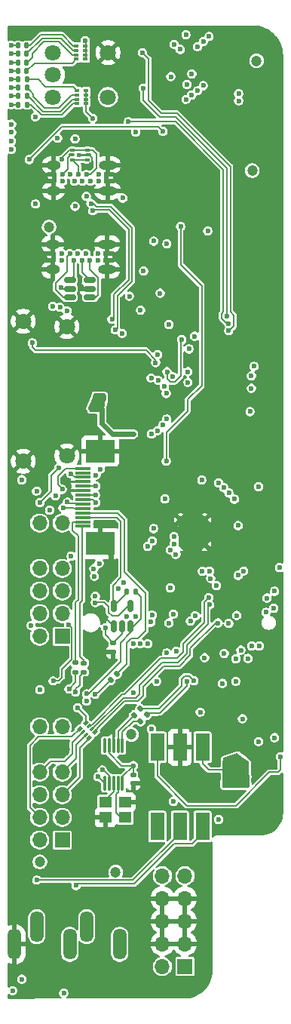
<source format=gbr>
%TF.GenerationSoftware,KiCad,Pcbnew,9.0.2*%
%TF.CreationDate,2025-06-25T16:41:34+02:00*%
%TF.ProjectId,tiliqua-motherboard,74696c69-7175-4612-9d6d-6f7468657262,rev?*%
%TF.SameCoordinates,Original*%
%TF.FileFunction,Copper,L6,Bot*%
%TF.FilePolarity,Positive*%
%FSLAX46Y46*%
G04 Gerber Fmt 4.6, Leading zero omitted, Abs format (unit mm)*
G04 Created by KiCad (PCBNEW 9.0.2) date 2025-06-25 16:41:34*
%MOMM*%
%LPD*%
G01*
G04 APERTURE LIST*
G04 Aperture macros list*
%AMRoundRect*
0 Rectangle with rounded corners*
0 $1 Rounding radius*
0 $2 $3 $4 $5 $6 $7 $8 $9 X,Y pos of 4 corners*
0 Add a 4 corners polygon primitive as box body*
4,1,4,$2,$3,$4,$5,$6,$7,$8,$9,$2,$3,0*
0 Add four circle primitives for the rounded corners*
1,1,$1+$1,$2,$3*
1,1,$1+$1,$4,$5*
1,1,$1+$1,$6,$7*
1,1,$1+$1,$8,$9*
0 Add four rect primitives between the rounded corners*
20,1,$1+$1,$2,$3,$4,$5,0*
20,1,$1+$1,$4,$5,$6,$7,0*
20,1,$1+$1,$6,$7,$8,$9,0*
20,1,$1+$1,$8,$9,$2,$3,0*%
%AMRotRect*
0 Rectangle, with rotation*
0 The origin of the aperture is its center*
0 $1 length*
0 $2 width*
0 $3 Rotation angle, in degrees counterclockwise*
0 Add horizontal line*
21,1,$1,$2,0,0,$3*%
G04 Aperture macros list end*
%TA.AperFunction,ComponentPad*%
%ADD10C,0.600000*%
%TD*%
%TA.AperFunction,ComponentPad*%
%ADD11O,1.600000X1.000000*%
%TD*%
%TA.AperFunction,ComponentPad*%
%ADD12O,2.000000X1.000000*%
%TD*%
%TA.AperFunction,ComponentPad*%
%ADD13R,1.700000X1.700000*%
%TD*%
%TA.AperFunction,ComponentPad*%
%ADD14O,1.700000X1.700000*%
%TD*%
%TA.AperFunction,ComponentPad*%
%ADD15C,1.800000*%
%TD*%
%TA.AperFunction,ComponentPad*%
%ADD16C,6.400000*%
%TD*%
%TA.AperFunction,HeatsinkPad*%
%ADD17C,0.500000*%
%TD*%
%TA.AperFunction,HeatsinkPad*%
%ADD18R,3.200000X3.200000*%
%TD*%
%TA.AperFunction,ComponentPad*%
%ADD19C,0.700000*%
%TD*%
%TA.AperFunction,ComponentPad*%
%ADD20C,4.400000*%
%TD*%
%TA.AperFunction,ComponentPad*%
%ADD21O,1.500000X3.500000*%
%TD*%
%TA.AperFunction,SMDPad,CuDef*%
%ADD22RoundRect,0.147500X-0.147500X-0.172500X0.147500X-0.172500X0.147500X0.172500X-0.147500X0.172500X0*%
%TD*%
%TA.AperFunction,SMDPad,CuDef*%
%ADD23RoundRect,0.150000X0.512500X0.150000X-0.512500X0.150000X-0.512500X-0.150000X0.512500X-0.150000X0*%
%TD*%
%TA.AperFunction,SMDPad,CuDef*%
%ADD24RoundRect,0.135000X0.035355X-0.226274X0.226274X-0.035355X-0.035355X0.226274X-0.226274X0.035355X0*%
%TD*%
%TA.AperFunction,SMDPad,CuDef*%
%ADD25R,1.400000X1.200000*%
%TD*%
%TA.AperFunction,SMDPad,CuDef*%
%ADD26RoundRect,0.150000X0.150000X-0.512500X0.150000X0.512500X-0.150000X0.512500X-0.150000X-0.512500X0*%
%TD*%
%TA.AperFunction,SMDPad,CuDef*%
%ADD27R,1.800000X0.300000*%
%TD*%
%TA.AperFunction,SMDPad,CuDef*%
%ADD28R,3.200000X2.500000*%
%TD*%
%TA.AperFunction,SMDPad,CuDef*%
%ADD29R,0.500000X0.400000*%
%TD*%
%TA.AperFunction,SMDPad,CuDef*%
%ADD30R,0.500000X0.300000*%
%TD*%
%TA.AperFunction,SMDPad,CuDef*%
%ADD31RoundRect,0.093750X0.156250X0.093750X-0.156250X0.093750X-0.156250X-0.093750X0.156250X-0.093750X0*%
%TD*%
%TA.AperFunction,SMDPad,CuDef*%
%ADD32RoundRect,0.075000X0.250000X0.075000X-0.250000X0.075000X-0.250000X-0.075000X0.250000X-0.075000X0*%
%TD*%
%TA.AperFunction,SMDPad,CuDef*%
%ADD33R,1.600000X3.100000*%
%TD*%
%TA.AperFunction,SMDPad,CuDef*%
%ADD34RoundRect,0.140000X-0.140000X-0.170000X0.140000X-0.170000X0.140000X0.170000X-0.140000X0.170000X0*%
%TD*%
%TA.AperFunction,SMDPad,CuDef*%
%ADD35RoundRect,0.250000X0.475000X-0.250000X0.475000X0.250000X-0.475000X0.250000X-0.475000X-0.250000X0*%
%TD*%
%TA.AperFunction,SMDPad,CuDef*%
%ADD36RotRect,0.500000X0.400000X45.000000*%
%TD*%
%TA.AperFunction,SMDPad,CuDef*%
%ADD37RotRect,0.500000X0.300000X45.000000*%
%TD*%
%TA.AperFunction,SMDPad,CuDef*%
%ADD38RoundRect,0.087500X0.087500X-0.725000X0.087500X0.725000X-0.087500X0.725000X-0.087500X-0.725000X0*%
%TD*%
%TA.AperFunction,SMDPad,CuDef*%
%ADD39RoundRect,0.135000X0.185000X-0.135000X0.185000X0.135000X-0.185000X0.135000X-0.185000X-0.135000X0*%
%TD*%
%TA.AperFunction,SMDPad,CuDef*%
%ADD40RoundRect,0.135000X-0.135000X-0.185000X0.135000X-0.185000X0.135000X0.185000X-0.135000X0.185000X0*%
%TD*%
%TA.AperFunction,SMDPad,CuDef*%
%ADD41RoundRect,0.140000X-0.170000X0.140000X-0.170000X-0.140000X0.170000X-0.140000X0.170000X0.140000X0*%
%TD*%
%TA.AperFunction,ViaPad*%
%ADD42C,0.600000*%
%TD*%
%TA.AperFunction,ViaPad*%
%ADD43C,1.200000*%
%TD*%
%TA.AperFunction,Conductor*%
%ADD44C,0.200000*%
%TD*%
%TA.AperFunction,Conductor*%
%ADD45C,0.600000*%
%TD*%
%TA.AperFunction,Conductor*%
%ADD46C,0.150000*%
%TD*%
G04 APERTURE END LIST*
D10*
%TO.P,J5,A1,GND*%
%TO.N,GND*%
X5565000Y-17145000D03*
%TO.P,J5,A4,VBUS*%
%TO.N,/rp2040_jtag/RP2040_USB_VBUS*%
X6465000Y-17145000D03*
%TO.P,J5,A5,CC1*%
%TO.N,Net-(J5-CC1)*%
X7365000Y-17145000D03*
%TO.P,J5,A6,D+*%
%TO.N,/rp2040_jtag/RP2040_USB_D+*%
X8265000Y-17145000D03*
%TO.P,J5,A7,D-*%
%TO.N,/rp2040_jtag/RP2040_USB_D-*%
X9165000Y-17145000D03*
%TO.P,J5,A9,VBUS*%
%TO.N,/rp2040_jtag/RP2040_USB_VBUS*%
X10515000Y-17145000D03*
%TO.P,J5,A12,GND*%
%TO.N,GND*%
X11415000Y-17145000D03*
%TO.P,J5,B1,GND*%
X5565000Y-17895000D03*
%TO.P,J5,B4,VBUS*%
%TO.N,/rp2040_jtag/RP2040_USB_VBUS*%
X6465000Y-17895000D03*
%TO.P,J5,B5,CC2*%
%TO.N,Net-(J5-CC2)*%
X9615000Y-17895000D03*
%TO.P,J5,B6,D+*%
%TO.N,/rp2040_jtag/RP2040_USB_D+*%
X8715000Y-17895000D03*
%TO.P,J5,B7,D-*%
%TO.N,/rp2040_jtag/RP2040_USB_D-*%
X7815000Y-17895000D03*
%TO.P,J5,B9,VBUS*%
%TO.N,/rp2040_jtag/RP2040_USB_VBUS*%
X10515000Y-17895000D03*
%TO.P,J5,B12,GND*%
%TO.N,GND*%
X11415000Y-17895000D03*
D11*
%TO.P,J5,S1,SHIELD*%
X5440000Y-18950000D03*
D12*
X11540000Y-18950000D03*
D11*
X5440000Y-16090000D03*
D12*
X11540000Y-16090000D03*
%TD*%
D13*
%TO.P,J6,1,Pin_1*%
%TO.N,Net-(J6-Pin_1)*%
X20230000Y-105980000D03*
D14*
%TO.P,J6,2,Pin_2*%
X17690000Y-105980000D03*
%TO.P,J6,3,Pin_3*%
%TO.N,GND*%
X20230000Y-103440000D03*
%TO.P,J6,4,Pin_4*%
X17690000Y-103440000D03*
%TO.P,J6,5,Pin_5*%
X20230000Y-100900000D03*
%TO.P,J6,6,Pin_6*%
X17690000Y-100900000D03*
%TO.P,J6,7,Pin_7*%
X20230000Y-98360000D03*
%TO.P,J6,8,Pin_8*%
X17690000Y-98360000D03*
%TO.P,J6,9,Pin_9*%
%TO.N,Net-(J6-Pin_10)*%
X20230000Y-95820000D03*
%TO.P,J6,10,Pin_10*%
X17690000Y-95820000D03*
%TD*%
D15*
%TO.P,J10,SH,SH*%
%TO.N,GND*%
X2065000Y-33600000D03*
X6965000Y-34200000D03*
X6965000Y-48700000D03*
X2065000Y-49300000D03*
%TD*%
D16*
%TO.P,H3,1,1*%
%TO.N,GND*%
X23615000Y-47200000D03*
%TD*%
D10*
%TO.P,J7,A1,GND*%
%TO.N,GND*%
X5498750Y-26005000D03*
%TO.P,J7,A4,VBUS*%
%TO.N,SC_USB0_VBUS*%
X6398750Y-26005000D03*
%TO.P,J7,A5,CC1*%
%TO.N,/usbc/USB_CC1*%
X7298750Y-26005000D03*
%TO.P,J7,A6,D+*%
%TO.N,SC_USB0_D+*%
X8198750Y-26005000D03*
%TO.P,J7,A7,D-*%
%TO.N,SC_USB0_D-*%
X9098750Y-26005000D03*
%TO.P,J7,A9,VBUS*%
%TO.N,SC_USB0_VBUS*%
X10448750Y-26005000D03*
%TO.P,J7,A12,GND*%
%TO.N,GND*%
X11348750Y-26005000D03*
%TO.P,J7,B1,GND*%
X5498750Y-26755000D03*
%TO.P,J7,B4,VBUS*%
%TO.N,SC_USB0_VBUS*%
X6398750Y-26755000D03*
%TO.P,J7,B5,CC2*%
%TO.N,/usbc/USB_CC2*%
X9548750Y-26755000D03*
%TO.P,J7,B6,D+*%
%TO.N,SC_USB0_D+*%
X8648750Y-26755000D03*
%TO.P,J7,B7,D-*%
%TO.N,SC_USB0_D-*%
X7748750Y-26755000D03*
%TO.P,J7,B9,VBUS*%
%TO.N,SC_USB0_VBUS*%
X10448750Y-26755000D03*
%TO.P,J7,B12,GND*%
%TO.N,GND*%
X11348750Y-26755000D03*
D11*
%TO.P,J7,S1,SHIELD*%
X5373750Y-27810000D03*
D12*
X11473750Y-27810000D03*
D11*
X5373750Y-24950000D03*
D12*
X11473750Y-24950000D03*
%TD*%
D17*
%TO.P,U2,57,GND(EPAD)*%
%TO.N,GND*%
X19740000Y-58600000D03*
X22440000Y-58600000D03*
D18*
X21090000Y-57250000D03*
D17*
X19740000Y-55900000D03*
X22440000Y-55900000D03*
%TD*%
D13*
%TO.P,J3,1,Pin_1*%
%TO.N,Net-(J3-Pin_1)*%
X6440000Y-68950000D03*
D14*
%TO.P,J3,2,Pin_2*%
%TO.N,Net-(J3-Pin_2)*%
X6440000Y-66410000D03*
%TO.P,J3,3,Pin_3*%
%TO.N,Net-(J3-Pin_3)*%
X6440000Y-63870000D03*
%TO.P,J3,4,Pin_4*%
%TO.N,Net-(J3-Pin_4)*%
X6440000Y-61330000D03*
%TO.P,J3,5,Pin_5*%
%TO.N,GND*%
X6440000Y-58790000D03*
%TO.P,J3,6,Pin_6*%
%TO.N,+3V3*%
X6440000Y-56250000D03*
%TO.P,J3,7,Pin_7*%
%TO.N,Net-(J3-Pin_7)*%
X3900000Y-68950000D03*
%TO.P,J3,8,Pin_8*%
%TO.N,Net-(J3-Pin_8)*%
X3900000Y-66410000D03*
%TO.P,J3,9,Pin_9*%
%TO.N,Net-(J3-Pin_9)*%
X3900000Y-63870000D03*
%TO.P,J3,10,Pin_10*%
%TO.N,Net-(J3-Pin_10)*%
X3900000Y-61330000D03*
%TO.P,J3,11,Pin_11*%
%TO.N,GND*%
X3900000Y-58790000D03*
%TO.P,J3,12,Pin_12*%
%TO.N,+3V3*%
X3900000Y-56250000D03*
%TD*%
D19*
%TO.P,H1,1,1*%
%TO.N,GND*%
X27082000Y-23758800D03*
X27565274Y-22592074D03*
X27565274Y-24925526D03*
X28732000Y-22108800D03*
D20*
X28732000Y-23758800D03*
D19*
X28732000Y-25408800D03*
X29898726Y-22592074D03*
X29898726Y-24925526D03*
X30382000Y-23758800D03*
%TD*%
D15*
%TO.P,SW3,A,A*%
%TO.N,Net-(R21-Pad2)*%
X5340000Y-3450000D03*
%TO.P,SW3,B,B*%
%TO.N,Net-(R14-Pad2)*%
X5340000Y-8450000D03*
%TO.P,SW3,C,C*%
%TO.N,GND*%
X5340000Y-5950000D03*
%TO.P,SW3,S1,S1*%
X11590000Y-3450000D03*
%TO.P,SW3,S2,S2*%
%TO.N,Net-(R13-Pad2)*%
X11590000Y-8450000D03*
%TD*%
D13*
%TO.P,J2,1,Pin_1*%
%TO.N,Net-(J2-Pin_1)*%
X6440000Y-91810000D03*
D14*
%TO.P,J2,2,Pin_2*%
%TO.N,Net-(J2-Pin_2)*%
X6440000Y-89270000D03*
%TO.P,J2,3,Pin_3*%
%TO.N,Net-(J2-Pin_3)*%
X6440000Y-86730000D03*
%TO.P,J2,4,Pin_4*%
%TO.N,Net-(J2-Pin_4)*%
X6440000Y-84190000D03*
%TO.P,J2,5,Pin_5*%
%TO.N,GND*%
X6440000Y-81650000D03*
%TO.P,J2,6,Pin_6*%
%TO.N,+3V3*%
X6440000Y-79110000D03*
%TO.P,J2,7,Pin_7*%
%TO.N,Net-(J2-Pin_7)*%
X3900000Y-91810000D03*
%TO.P,J2,8,Pin_8*%
%TO.N,Net-(J2-Pin_8)*%
X3900000Y-89270000D03*
%TO.P,J2,9,Pin_9*%
%TO.N,Net-(J2-Pin_9)*%
X3900000Y-86730000D03*
%TO.P,J2,10,Pin_10*%
%TO.N,Net-(J2-Pin_10)*%
X3900000Y-84190000D03*
%TO.P,J2,11,Pin_11*%
%TO.N,GND*%
X3900000Y-81650000D03*
%TO.P,J2,12,Pin_12*%
%TO.N,+3V3*%
X3900000Y-79110000D03*
%TD*%
D19*
%TO.P,H2,1,1*%
%TO.N,GND*%
X27082000Y-88842074D03*
X27565274Y-87675348D03*
X27565274Y-90008800D03*
X28732000Y-87192074D03*
D20*
X28732000Y-88842074D03*
D19*
X28732000Y-90492074D03*
X29898726Y-87675348D03*
X29898726Y-90008800D03*
X30382000Y-88842074D03*
%TD*%
D21*
%TO.P,J4,G*%
%TO.N,GND*%
X1090000Y-103507736D03*
%TO.P,J4,S*%
%TO.N,Net-(J4-PadS)*%
X9190000Y-101507736D03*
%TO.P,J4,SN*%
%TO.N,unconnected-(J4-PadSN)*%
X7290000Y-103507736D03*
%TO.P,J4,T*%
%TO.N,Net-(D1-A)*%
X3590000Y-101507736D03*
%TO.P,J4,TN*%
%TO.N,unconnected-(J4-PadTN)*%
X12890000Y-103507736D03*
%TD*%
D22*
%TO.P,D6,1,K*%
%TO.N,Net-(D6-K)*%
X1480000Y-2650000D03*
%TO.P,D6,2,A*%
%TO.N,Net-(D6-A)*%
X2450000Y-2650000D03*
%TD*%
D23*
%TO.P,U3,1,I/O1*%
%TO.N,SC_USB0_D+*%
X9571157Y-28999999D03*
%TO.P,U3,2,GND*%
%TO.N,GND*%
X9571157Y-29949999D03*
%TO.P,U3,3,I/O2*%
%TO.N,/usbc/USB_CC2*%
X9571157Y-30899999D03*
%TO.P,U3,4,I/O3*%
%TO.N,/usbc/USB_CC1*%
X7296157Y-30899999D03*
%TO.P,U3,5,VBUS*%
%TO.N,SC_USB0_VBUS*%
X7296157Y-29949999D03*
%TO.P,U3,6,I/O4*%
%TO.N,SC_USB0_D-*%
X7296157Y-28999999D03*
%TD*%
D24*
%TO.P,R49,1*%
%TO.N,Net-(J8-G8)*%
X11858960Y-73873543D03*
%TO.P,R49,2*%
%TO.N,FFC_MCLK*%
X12580208Y-73152295D03*
%TD*%
D25*
%TO.P,Y2,1,1*%
%TO.N,Net-(U11-XB)*%
X11300798Y-87562359D03*
%TO.P,Y2,2,2*%
%TO.N,GND*%
X13500798Y-87562359D03*
%TO.P,Y2,3,3*%
%TO.N,Net-(U11-XA)*%
X13500798Y-89262359D03*
%TO.P,Y2,4,4*%
%TO.N,GND*%
X11300798Y-89262359D03*
%TD*%
D22*
%TO.P,D16,1,K*%
%TO.N,Net-(D16-K)*%
X1500000Y-8340000D03*
%TO.P,D16,2,A*%
%TO.N,Net-(D16-A)*%
X2470000Y-8340000D03*
%TD*%
%TO.P,D14,1,K*%
%TO.N,Net-(D14-K)*%
X1480000Y-4550000D03*
%TO.P,D14,2,A*%
%TO.N,Net-(D14-A)*%
X2450000Y-4550000D03*
%TD*%
D26*
%TO.P,U6,1,D*%
%TO.N,FFC_PDN_D*%
X14133656Y-67837499D03*
%TO.P,U6,2,C*%
%TO.N,FFC_PDN_CLK*%
X13183657Y-67837499D03*
%TO.P,U6,3,GND*%
%TO.N,GND*%
X12233658Y-67837499D03*
%TO.P,U6,4,Q*%
%TO.N,/pmod_audio/PDN*%
X12233658Y-65562499D03*
%TO.P,U6,5,VCC*%
%TO.N,+3V3*%
X14133656Y-65562499D03*
%TD*%
D24*
%TO.P,R48,1*%
%TO.N,Net-(U11-CLK1)*%
X14510724Y-77794791D03*
%TO.P,R48,2*%
%TO.N,PLL_CLK1*%
X15231972Y-77073543D03*
%TD*%
D22*
%TO.P,D10,1,K*%
%TO.N,Net-(D10-K)*%
X1487500Y-3600000D03*
%TO.P,D10,2,A*%
%TO.N,Net-(D10-A)*%
X2457500Y-3600000D03*
%TD*%
%TO.P,D8,1,K*%
%TO.N,Net-(D8-K)*%
X1495000Y-6440000D03*
%TO.P,D8,2,A*%
%TO.N,Net-(D8-A)*%
X2465000Y-6440000D03*
%TD*%
D27*
%TO.P,J1,1,Pin_1*%
%TO.N,-12V*%
X8800000Y-50100000D03*
%TO.P,J1,2,Pin_2*%
%TO.N,unconnected-(J1-Pin_2-Pad2)*%
X8800000Y-50600000D03*
%TO.P,J1,3,Pin_3*%
%TO.N,+12V*%
X8800000Y-51100000D03*
%TO.P,J1,4,Pin_4*%
%TO.N,GND*%
X8800000Y-51600000D03*
%TO.P,J1,5,Pin_5*%
%TO.N,+3V3*%
X8800000Y-52100000D03*
%TO.P,J1,6,Pin_6*%
%TO.N,GND*%
X8800000Y-52600000D03*
%TO.P,J1,7,Pin_7*%
%TO.N,FFC_SDIN1*%
X8800000Y-53100000D03*
%TO.P,J1,8,Pin_8*%
%TO.N,FFC_SDOUT1*%
X8800000Y-53600000D03*
%TO.P,J1,9,Pin_9*%
%TO.N,FFC_LRCK*%
X8800000Y-54100000D03*
%TO.P,J1,10,Pin_10*%
%TO.N,FFC_BICK*%
X8800000Y-54600000D03*
%TO.P,J1,11,Pin_11*%
%TO.N,FFC_MCLK*%
X8800000Y-55100000D03*
%TO.P,J1,12,Pin_12*%
%TO.N,/pmod_audio/PDN*%
X8800000Y-55600000D03*
%TO.P,J1,13,Pin_13*%
%TO.N,FFC_SDA*%
X8800000Y-56100000D03*
%TO.P,J1,14,Pin_14*%
%TO.N,FFC_SCL*%
X8800000Y-56600000D03*
D28*
%TO.P,J1,15,Pin_15*%
%TO.N,GND*%
X10700000Y-48150000D03*
X10700000Y-58550000D03*
%TD*%
D29*
%TO.P,RN4,1,R1.1*%
%TO.N,+3V3*%
X9110000Y-7690000D03*
D30*
%TO.P,RN4,2,R2.1*%
X9110000Y-8190000D03*
%TO.P,RN4,3,R3.1*%
X9110000Y-8690000D03*
D29*
%TO.P,RN4,4,R4.1*%
X9110000Y-9190000D03*
%TO.P,RN4,5,R4.2*%
%TO.N,Net-(D20-A)*%
X8110000Y-9190000D03*
D30*
%TO.P,RN4,6,R3.2*%
%TO.N,Net-(D16-A)*%
X8110000Y-8690000D03*
%TO.P,RN4,7,R2.2*%
%TO.N,Net-(D12-A)*%
X8110000Y-8190000D03*
D29*
%TO.P,RN4,8,R1.2*%
%TO.N,Net-(D8-A)*%
X8110000Y-7690000D03*
%TD*%
D31*
%TO.P,U1,1,I/O1*%
%TO.N,/rp2040_jtag/RP2040_USB_D-*%
X9283657Y-14412499D03*
D32*
%TO.P,U1,2,GND*%
%TO.N,GND*%
X9358657Y-14949999D03*
D31*
%TO.P,U1,3,I/O2*%
%TO.N,/rp2040_jtag/RP2040_USB_D+*%
X9283657Y-15487499D03*
%TO.P,U1,4,I/O2*%
X7583657Y-15487499D03*
D32*
%TO.P,U1,5,VBUS*%
%TO.N,/rp2040_jtag/RP2040_USB_VBUS*%
X7508657Y-14949999D03*
D31*
%TO.P,U1,6,I/O1*%
%TO.N,/rp2040_jtag/RP2040_USB_D-*%
X7583657Y-14412499D03*
%TD*%
D33*
%TO.P,U4,1*%
%TO.N,Net-(D1-K)*%
X22195000Y-90290000D03*
%TO.P,U4,2*%
%TO.N,Net-(D1-A)*%
X19655000Y-90290000D03*
%TO.P,U4,3*%
%TO.N,unconnected-(U4-Pad3)*%
X17115000Y-90290000D03*
%TO.P,U4,4*%
%TO.N,Net-(R15-Pad1)*%
X17115000Y-81400000D03*
%TO.P,U4,5*%
%TO.N,GND*%
X19655000Y-81400000D03*
%TO.P,U4,6*%
%TO.N,+3V3*%
X22195000Y-81400000D03*
%TD*%
D34*
%TO.P,C35,1*%
%TO.N,+3V3*%
X10873657Y-43449999D03*
%TO.P,C35,2*%
%TO.N,GND*%
X11833657Y-43449999D03*
%TD*%
D35*
%TO.P,C44,1*%
%TO.N,+3V3*%
X10633657Y-42199999D03*
%TO.P,C44,2*%
%TO.N,GND*%
X10633657Y-40299999D03*
%TD*%
D22*
%TO.P,D12,1,K*%
%TO.N,Net-(D12-K)*%
X1500000Y-7390000D03*
%TO.P,D12,2,A*%
%TO.N,Net-(D12-A)*%
X2470000Y-7390000D03*
%TD*%
D24*
%TO.P,R47,1*%
%TO.N,Net-(U11-CLK0)*%
X15213992Y-78478524D03*
%TO.P,R47,2*%
%TO.N,PLL_CLK0*%
X15935240Y-77757276D03*
%TD*%
D36*
%TO.P,RN7,1,R1.1*%
%TO.N,Net-(J2-Pin_3)*%
X9452249Y-80393194D03*
D37*
%TO.P,RN7,2,R2.1*%
%TO.N,Net-(J2-Pin_4)*%
X9098695Y-80039641D03*
%TO.P,RN7,3,R3.1*%
%TO.N,Net-(J2-Pin_10)*%
X8745142Y-79686088D03*
D36*
%TO.P,RN7,4,R4.1*%
%TO.N,Net-(J2-Pin_8)*%
X8391589Y-79332534D03*
%TO.P,RN7,5,R4.2*%
%TO.N,EX2_8*%
X9098695Y-78625428D03*
D37*
%TO.P,RN7,6,R3.2*%
%TO.N,EX2_10*%
X9452249Y-78978981D03*
%TO.P,RN7,7,R2.2*%
%TO.N,EX2_4*%
X9805802Y-79332534D03*
D36*
%TO.P,RN7,8,R1.2*%
%TO.N,EX2_3*%
X10159355Y-79686088D03*
%TD*%
D29*
%TO.P,RN2,1,R1.1*%
%TO.N,+3V3*%
X9040000Y-2690000D03*
D30*
%TO.P,RN2,2,R2.1*%
X9040000Y-3190000D03*
%TO.P,RN2,3,R3.1*%
X9040000Y-3690000D03*
D29*
%TO.P,RN2,4,R4.1*%
X9040000Y-4190000D03*
%TO.P,RN2,5,R4.2*%
%TO.N,Net-(D18-A)*%
X8040000Y-4190000D03*
D30*
%TO.P,RN2,6,R3.2*%
%TO.N,Net-(D14-A)*%
X8040000Y-3690000D03*
%TO.P,RN2,7,R2.2*%
%TO.N,Net-(D10-A)*%
X8040000Y-3190000D03*
D29*
%TO.P,RN2,8,R1.2*%
%TO.N,Net-(D6-A)*%
X8040000Y-2690000D03*
%TD*%
D38*
%TO.P,U11,1,VDD*%
%TO.N,+3V3*%
X13204508Y-85438856D03*
%TO.P,U11,2,XA*%
%TO.N,Net-(U11-XA)*%
X12704508Y-85438856D03*
%TO.P,U11,3,XB*%
%TO.N,Net-(U11-XB)*%
X12204508Y-85438856D03*
%TO.P,U11,4,SCL*%
%TO.N,MOBO_I2C_SCL*%
X11704508Y-85438856D03*
%TO.P,U11,5,SDA*%
%TO.N,MOBO_I2C_SDA*%
X11204508Y-85438856D03*
%TO.P,U11,6,CLK2*%
%TO.N,unconnected-(U11-CLK2-Pad6)*%
X11204508Y-81213856D03*
%TO.P,U11,7,VDDO*%
%TO.N,+3V3*%
X11704508Y-81213856D03*
%TO.P,U11,8,GND*%
%TO.N,GND*%
X12204508Y-81213856D03*
%TO.P,U11,9,CLK1*%
%TO.N,Net-(U11-CLK1)*%
X12704508Y-81213856D03*
%TO.P,U11,10,CLK0*%
%TO.N,Net-(U11-CLK0)*%
X13204508Y-81213856D03*
%TD*%
D39*
%TO.P,R34,1*%
%TO.N,Net-(J8-G7{slash}BUS7)*%
X8872338Y-72953827D03*
%TO.P,R34,2*%
%TO.N,FFC_SCL*%
X8872338Y-71933827D03*
%TD*%
D22*
%TO.P,D20,1,K*%
%TO.N,Net-(D20-K)*%
X1500000Y-9290000D03*
%TO.P,D20,2,A*%
%TO.N,Net-(D20-A)*%
X2470000Y-9290000D03*
%TD*%
D39*
%TO.P,R45,1*%
%TO.N,GND*%
X12183657Y-70709998D03*
%TO.P,R45,2*%
%TO.N,FFC_PDN_CLK*%
X12183657Y-69690000D03*
%TD*%
%TO.P,R35,1*%
%TO.N,Net-(J8-G6{slash}BUS6)*%
X7933657Y-72949999D03*
%TO.P,R35,2*%
%TO.N,FFC_SDA*%
X7933657Y-71929999D03*
%TD*%
D22*
%TO.P,D18,1,K*%
%TO.N,Net-(D18-K)*%
X1487500Y-5500000D03*
%TO.P,D18,2,A*%
%TO.N,Net-(D18-A)*%
X2457500Y-5500000D03*
%TD*%
D40*
%TO.P,R46,1*%
%TO.N,/pmod_audio/PDN*%
X13683657Y-63949999D03*
%TO.P,R46,2*%
%TO.N,FFC_PDN_D*%
X14703655Y-63949999D03*
%TD*%
D41*
%TO.P,C36,1*%
%TO.N,+3V3*%
X14433657Y-84469999D03*
%TO.P,C36,2*%
%TO.N,GND*%
X14433657Y-85429999D03*
%TD*%
D42*
%TO.N,GND*%
X28440000Y-20450000D03*
X23940000Y-79950000D03*
X28433657Y-75199999D03*
X27707566Y-36446090D03*
X24440000Y-1450000D03*
X16440000Y-14450000D03*
X6183657Y-45199999D03*
X18690000Y-700000D03*
X28440000Y-10450000D03*
X17890000Y-60699999D03*
D43*
X17440000Y-78450000D03*
D42*
X29433657Y-81199999D03*
X8444908Y-29593033D03*
X1183657Y-94449999D03*
X19940000Y-84412500D03*
X23756961Y-85950000D03*
X27941496Y-79131619D03*
X1933657Y-949999D03*
X19733657Y-6249999D03*
X28683657Y-82699999D03*
X14440000Y-108450000D03*
X30933657Y-33449999D03*
X29433657Y-83449999D03*
X14533657Y-51649999D03*
X30183657Y-82699999D03*
X2302241Y-73145027D03*
X20933657Y-34449999D03*
X25169540Y-74553293D03*
X6590000Y-22800000D03*
X10492191Y-46051000D03*
X1183657Y-80449999D03*
X5894300Y-73341918D03*
X12933657Y-43949999D03*
X28440000Y-12450000D03*
X29183657Y-76699999D03*
X28433657Y-77449999D03*
X6182657Y-43099999D03*
X12933657Y-44949999D03*
X23863657Y-33699999D03*
X9728569Y-16042335D03*
X8440000Y-108450000D03*
X15202282Y-40289192D03*
X690000Y-20450000D03*
D43*
X22440000Y-74450000D03*
D42*
X1440000Y-42450000D03*
X20333657Y-33049999D03*
X12940000Y-850000D03*
X24933657Y-80949999D03*
X690000Y-28450000D03*
X16433657Y-60699999D03*
X10440000Y-108450000D03*
X14433657Y-50749999D03*
X16440000Y-18450000D03*
X22964998Y-63250002D03*
X940000Y-1699999D03*
X6011000Y-75044099D03*
X1183657Y-92449999D03*
X9497000Y-40152197D03*
X1183657Y-78449999D03*
X28683657Y-81949999D03*
X1440000Y-36450000D03*
X30037427Y-61258448D03*
X13933657Y-35699999D03*
X1440000Y-46450000D03*
X17933657Y-50189999D03*
X28440000Y-74450000D03*
X12933657Y-42949999D03*
X1183657Y-82449999D03*
X23726511Y-82924737D03*
X10065000Y-72709400D03*
X19133657Y-74249999D03*
X1183657Y-88449999D03*
X6243657Y-44149999D03*
X29975971Y-74217349D03*
X1183657Y-84449999D03*
X21133657Y-43049999D03*
X6683657Y-51449999D03*
X30183657Y-81949999D03*
X7340000Y-75950000D03*
X1690000Y-31450000D03*
X30933657Y-38449999D03*
X28683657Y-83449999D03*
X29986855Y-69766042D03*
D43*
X25654247Y-90171510D03*
D42*
X11133657Y-52449999D03*
X24433657Y-81449999D03*
X25933657Y-80949999D03*
X690000Y-26450000D03*
X28433657Y-76699999D03*
X21988362Y-84371891D03*
X18733657Y-38649999D03*
X30957763Y-43449999D03*
X30133657Y-9449999D03*
X1440000Y-44450000D03*
X11433657Y-34699999D03*
X28440000Y-18450000D03*
X15933657Y-59699999D03*
X20940000Y-79450000D03*
X12433657Y-42449999D03*
X17527956Y-67528773D03*
X29433657Y-81949999D03*
X25433657Y-81449999D03*
X20940000Y-84450000D03*
X29183657Y-75199999D03*
X12433657Y-44449999D03*
X6540000Y-75550000D03*
X26440000Y-1450000D03*
X690000Y-30450000D03*
X29183657Y-75949999D03*
X30465000Y-8450000D03*
X12933657Y-41949999D03*
X961272Y-76758440D03*
X30933657Y-48449999D03*
X30183657Y-83449999D03*
X30923657Y-54449999D03*
X28433657Y-75949999D03*
X1440000Y-38450000D03*
X1183657Y-90449999D03*
D43*
X22750000Y-69740000D03*
D42*
X690000Y-24450000D03*
X28440000Y-14450000D03*
X29433657Y-82699999D03*
X1183657Y-86449999D03*
X690000Y-22450000D03*
X28440000Y-1450000D03*
X12192157Y-61199999D03*
X1440000Y-40450000D03*
X6572201Y-38082230D03*
X13533657Y-43428138D03*
X24933657Y-35699999D03*
X10212782Y-22800000D03*
X30957763Y-27999999D03*
X30440000Y-3450000D03*
X17683657Y-43199999D03*
X15933657Y-30449999D03*
X29293518Y-80268986D03*
X1683657Y-10449999D03*
D43*
X10790000Y-90950000D03*
D42*
X26691630Y-79442028D03*
X12440000Y-108450000D03*
X6333657Y-36249999D03*
X19933657Y-21449999D03*
X16440000Y-16450000D03*
D43*
X14219756Y-91350000D03*
D42*
X18440000Y-83450000D03*
X11440000Y-54450000D03*
%TO.N,+3V3*%
X18574281Y-63512070D03*
X10147407Y-65159400D03*
D43*
X27790000Y-16690000D03*
D42*
X10158657Y-43449999D03*
X22185887Y-61625745D03*
X16705127Y-56849999D03*
X17433657Y-30449999D03*
X9860233Y-10820232D03*
X27183657Y-85449999D03*
X26433657Y-83946989D03*
X29340000Y-66250000D03*
X26430137Y-84699999D03*
X10163439Y-64429051D03*
X14481809Y-75235000D03*
X30291970Y-80324999D03*
X17973657Y-53519999D03*
X29440000Y-64650000D03*
X15580000Y-27960000D03*
X27533657Y-43725000D03*
X27183657Y-84699999D03*
X28483657Y-52169999D03*
X14433657Y-46249999D03*
X14433657Y-83449999D03*
X30291971Y-63875624D03*
X6615000Y-108975000D03*
X24933657Y-84699999D03*
X3445735Y-20440000D03*
D43*
X28265000Y-4375000D03*
D42*
X18190000Y-24900000D03*
X25683657Y-83949999D03*
X25683657Y-85449999D03*
X17152566Y-37341090D03*
X10187351Y-52096169D03*
X25683657Y-84699999D03*
X26190000Y-56518666D03*
X24933657Y-83949999D03*
X24933657Y-85449999D03*
X9040000Y-2130000D03*
X13183657Y-34949999D03*
D43*
X14219756Y-79949998D03*
D42*
X14690000Y-12375000D03*
X26433657Y-85449999D03*
X22115000Y-51400000D03*
X5923866Y-13045686D03*
%TO.N,Net-(D1-A)*%
X3590000Y-96300000D03*
%TO.N,Net-(D1-K)*%
X7990000Y-96900000D03*
%TO.N,Net-(D5-K)*%
X22930000Y-1640000D03*
X732000Y-14320000D03*
%TO.N,Net-(D6-K)*%
X20340000Y-1450000D03*
X699500Y-2650000D03*
%TO.N,Net-(D7-K)*%
X17750000Y-12300000D03*
X867626Y-108695513D03*
X2733657Y-15449999D03*
%TO.N,Net-(R15-Pad1)*%
X30841970Y-61231722D03*
X30940000Y-82450000D03*
D43*
%TO.N,+5V*%
X3933657Y-94250000D03*
D42*
X15243657Y-32349999D03*
X16715000Y-24600000D03*
D43*
X4965000Y-23025000D03*
D42*
X21940000Y-77450000D03*
X18940000Y-87450000D03*
%TO.N,Net-(U2-GPIO22{slash}SPI0_SCK{slash}UART1_CTS{slash}I2C1_SDA{slash}PWM3_A{slash}CLOCK_GPIN1{slash}USB_VBUS_DET)*%
X7887249Y-13145306D03*
X19740000Y-22950000D03*
X18133657Y-49300000D03*
D43*
%TO.N,-12V*%
X12440000Y-95400000D03*
D42*
X6440000Y-52450000D03*
%TO.N,+12V*%
X7399998Y-50700000D03*
X23990000Y-89489496D03*
%TO.N,ENC_S*%
X18188322Y-70816957D03*
X24933657Y-32997016D03*
X15533657Y-7449999D03*
%TO.N,ENC_B*%
X13881675Y-11203769D03*
X25133657Y-33849999D03*
X23115000Y-62449999D03*
%TO.N,ENC_A*%
X25133657Y-34649999D03*
X15433657Y-3449999D03*
X22985886Y-61623320D03*
%TO.N,GPDI_HPD*%
X16047383Y-69776945D03*
X3567893Y-52647893D03*
X16933657Y-38239999D03*
X3080000Y-36019999D03*
%TO.N,SC_USB0_ID*%
X7890000Y-20700000D03*
X23765000Y-63249999D03*
%TO.N,FFC_SDIN1*%
X10175982Y-53096276D03*
%TO.N,FFC_BICK*%
X6524828Y-54524629D03*
%TO.N,FFC_LRCK*%
X7015000Y-53892383D03*
%TO.N,ECP5_M10_TDO*%
X25166726Y-52854313D03*
X22440000Y-71350000D03*
%TO.N,/rp2040_jtag/RP2040_USB_D+*%
X10240000Y-50850000D03*
X13243528Y-19775000D03*
%TO.N,FFC_SDOUT1*%
X10200001Y-53949998D03*
%TO.N,EX2_4*%
X22990000Y-65405072D03*
%TO.N,EX2_8*%
X25934832Y-73984400D03*
X8183657Y-76949999D03*
%TO.N,EX2_10*%
X22915205Y-64608574D03*
%TO.N,SC_USB0_VBUS*%
X6277735Y-29849999D03*
X27314999Y-71434400D03*
%TO.N,EX2_9*%
X25940000Y-71450000D03*
X9183657Y-76199999D03*
%TO.N,EX2_3*%
X23940000Y-67450000D03*
%TO.N,ECP5_R11_TDI*%
X25140000Y-67501472D03*
X25766726Y-53550000D03*
%TO.N,EX1_10*%
X7183657Y-67649998D03*
X5433657Y-73949999D03*
%TO.N,ECP5_T10_TCK*%
X24615000Y-52275000D03*
X26042373Y-66600510D03*
%TO.N,EX1_9*%
X10057950Y-62200999D03*
X20840000Y-67227192D03*
%TO.N,ECP5_T11_TMS*%
X24015000Y-51725000D03*
X24633139Y-70859869D03*
%TO.N,/rp2040_jtag/RP2040_USB_D-*%
X10733621Y-50188291D03*
X6438213Y-15445795D03*
%TO.N,EX1_4*%
X19265735Y-70624265D03*
X7433657Y-59949999D03*
%TO.N,PLL_CLK1*%
X18933657Y-66449999D03*
X21228961Y-73935649D03*
%TO.N,RP2040_UART0_TX*%
X26190000Y-62100000D03*
X24440000Y-74225000D03*
%TO.N,Net-(D8-K)*%
X20340000Y-8700000D03*
X714500Y-6440000D03*
%TO.N,Net-(D9-K)*%
X732000Y-13370000D03*
X22290000Y-2220000D03*
%TO.N,Net-(D10-K)*%
X19700000Y-3090000D03*
X699500Y-3575000D03*
%TO.N,Net-(D11-K)*%
X21316610Y-35275163D03*
X22789999Y-23450000D03*
X20455144Y-7017180D03*
X5030000Y-54790000D03*
X1910007Y-107415846D03*
%TO.N,Net-(D12-K)*%
X714500Y-7390000D03*
X20973715Y-8211728D03*
%TO.N,Net-(D13-K)*%
X21640000Y-2780000D03*
X760000Y-12410000D03*
%TO.N,Net-(D14-K)*%
X19030000Y-2520000D03*
X699500Y-4550000D03*
%TO.N,Net-(U12-~{CS})*%
X20565000Y-40450000D03*
X19211908Y-59750536D03*
X20683657Y-36699999D03*
%TO.N,Net-(U12-DO(IO1))*%
X20565000Y-39250000D03*
X18587838Y-59250000D03*
%TO.N,Net-(U12-CLK)*%
X19873045Y-35667478D03*
X27683657Y-39699999D03*
X16540947Y-58247196D03*
X18208396Y-39253410D03*
%TO.N,Net-(U12-DI(IO0))*%
X27690000Y-41125000D03*
X18990000Y-58558430D03*
%TO.N,Net-(U12-IO3)*%
X18989998Y-57758428D03*
X27990000Y-38650000D03*
%TO.N,Net-(D16-K)*%
X714500Y-8340000D03*
X21640000Y-7740000D03*
%TO.N,Net-(D17-K)*%
X760000Y-11490000D03*
X20990000Y-5830000D03*
%TO.N,Net-(D18-K)*%
X699500Y-5500000D03*
X18640000Y-6150000D03*
%TO.N,Net-(D20-K)*%
X714500Y-9290000D03*
X22290000Y-7150000D03*
%TO.N,SC_USB0_D+*%
X28565000Y-70025000D03*
%TO.N,SC_USB0_D-*%
X27715000Y-70025000D03*
%TO.N,Net-(U12-IO2)*%
X18815000Y-39775000D03*
X16026528Y-58859876D03*
%TO.N,Net-(R14-Pad2)*%
X3415784Y-10645686D03*
%TO.N,GPDI_DDC_EN*%
X30201507Y-65779648D03*
X18433657Y-33949999D03*
%TO.N,FFC_PDN_D*%
X9183657Y-75400000D03*
%TO.N,GPDI_D1+*%
X17753658Y-45249999D03*
X16540266Y-66558879D03*
%TO.N,GPDI_CK+*%
X13340521Y-62949479D03*
X17224121Y-40208785D03*
%TO.N,GPDI_D2+*%
X13683657Y-66699999D03*
X16465000Y-46249999D03*
%TO.N,GPDI_D0-*%
X17927526Y-40927008D03*
X9990371Y-61359787D03*
%TO.N,GPDI_CK-*%
X12739479Y-63550521D03*
X16433657Y-39949999D03*
%TO.N,GPDI_D2-*%
X14683657Y-66717326D03*
X17133657Y-45869285D03*
%TO.N,GPDI_D1-*%
X16408628Y-67347977D03*
X18183657Y-44574999D03*
%TO.N,GPDI_D0+*%
X18133657Y-41699999D03*
X10591413Y-60758745D03*
%TO.N,USB_VBUS_EN*%
X13990000Y-30790000D03*
X5390000Y-31925000D03*
X21390000Y-66649999D03*
%TO.N,MOBO_I2C_SCL*%
X5683657Y-53199999D03*
X14410000Y-69810000D03*
X6976137Y-32425000D03*
X10933657Y-83949999D03*
X9665000Y-20375000D03*
X12409392Y-34574265D03*
X26260000Y-8054634D03*
X2953482Y-67718389D03*
%TO.N,RP2040_UART0_RX*%
X26515000Y-70500000D03*
X26826347Y-61615164D03*
%TO.N,USB_INT*%
X9150000Y-19560000D03*
X17029279Y-73991289D03*
X3940000Y-74949999D03*
X1890000Y-51400000D03*
%TO.N,FFC_PDN_CLK*%
X11290000Y-67970000D03*
%TO.N,MOBO_I2C_SDA*%
X3933657Y-53949999D03*
X12033657Y-33350000D03*
X10433657Y-84699999D03*
X15209694Y-69787786D03*
X6185202Y-32025000D03*
X9871131Y-21200000D03*
X6033035Y-50030743D03*
X26260000Y-8863520D03*
X16457467Y-79349998D03*
%TO.N,Net-(U10-EN)*%
X26683657Y-78199999D03*
X28492146Y-80749998D03*
%TO.N,PLL_CLK0*%
X20428324Y-73984400D03*
X18433657Y-67449999D03*
%TO.N,Net-(J8-G8)*%
X10160824Y-75427166D03*
%TO.N,Net-(J8-G7{slash}BUS7)*%
X7931604Y-75172976D03*
%TO.N,Net-(J8-G6{slash}BUS6)*%
X7203040Y-74842523D03*
%TD*%
D44*
%TO.N,GND*%
X8444908Y-29593033D02*
X8684496Y-29593033D01*
X9541314Y-63848686D02*
X9390000Y-64000000D01*
X9784657Y-15248351D02*
X9784657Y-15986247D01*
X9543470Y-63848686D02*
X9541314Y-63848686D01*
X9041462Y-29949999D02*
X9571157Y-29949999D01*
X12192157Y-61199999D02*
X9543470Y-63848686D01*
X8800000Y-51600000D02*
X6833658Y-51600000D01*
X9784657Y-15986247D02*
X9728569Y-16042335D01*
X10268058Y-66284400D02*
X10680559Y-66284400D01*
D45*
X11940000Y-59790000D02*
X10700000Y-58550000D01*
D44*
X10680559Y-66284400D02*
X12233658Y-67837499D01*
X9390000Y-65406342D02*
X10268058Y-66284400D01*
X8684496Y-29593033D02*
X9041462Y-29949999D01*
D45*
X11940000Y-60947842D02*
X11940000Y-59790000D01*
D44*
X6833658Y-51600000D02*
X6683657Y-51449999D01*
X9486305Y-14949999D02*
X9784657Y-15248351D01*
X9358657Y-14949999D02*
X9486305Y-14949999D01*
X9390000Y-64000000D02*
X9390000Y-65406342D01*
D45*
X12192157Y-61199999D02*
X11940000Y-60947842D01*
%TO.N,+3V3*%
X14413657Y-46269999D02*
X12063657Y-46269999D01*
D44*
X12030606Y-66662499D02*
X12721157Y-66662499D01*
X22933657Y-83949999D02*
X24933657Y-83949999D01*
X11704508Y-82076788D02*
X11704508Y-81213856D01*
D45*
X14433657Y-46249999D02*
X14413657Y-46269999D01*
D44*
X22195000Y-81400000D02*
X22195000Y-83211342D01*
X12721157Y-66662499D02*
X13821157Y-65562499D01*
X14433657Y-83449999D02*
X13204508Y-84679148D01*
X10156807Y-65150000D02*
X11133658Y-65150000D01*
D45*
X10873657Y-45079999D02*
X10873657Y-43449999D01*
D44*
X9860233Y-10820232D02*
X9115000Y-10074999D01*
X11133658Y-65150000D02*
X11633658Y-65650000D01*
X13204508Y-84679148D02*
X13204508Y-85438856D01*
X9040000Y-2130000D02*
X9065000Y-2155000D01*
X14433657Y-83449999D02*
X13077719Y-83449999D01*
X11633658Y-65650000D02*
X11633658Y-66265551D01*
X13077719Y-83449999D02*
X11704508Y-82076788D01*
X13821157Y-65562499D02*
X14133656Y-65562499D01*
X10147407Y-65159400D02*
X10156807Y-65150000D01*
X9065000Y-2155000D02*
X9065000Y-4175000D01*
X11633658Y-66265551D02*
X12030606Y-66662499D01*
X22195000Y-83211342D02*
X22933657Y-83949999D01*
D45*
X12063657Y-46269999D02*
X10873657Y-45079999D01*
D44*
X14433657Y-83449999D02*
X14433657Y-84469999D01*
X10187351Y-52096169D02*
X10183520Y-52100000D01*
X10183520Y-52100000D02*
X8800000Y-52100000D01*
X9115000Y-10074999D02*
X9115000Y-7675000D01*
%TO.N,Net-(D1-A)*%
X19655000Y-91040000D02*
X14395000Y-96300000D01*
X14395000Y-96300000D02*
X3590000Y-96300000D01*
X19655000Y-90290000D02*
X19655000Y-91040000D01*
%TO.N,Net-(D1-K)*%
X8190000Y-96700000D02*
X7990000Y-96900000D01*
X14560686Y-96700000D02*
X8840000Y-96700000D01*
X19050343Y-92210343D02*
X14560686Y-96700000D01*
X22195000Y-91040000D02*
X21024657Y-92210343D01*
X8840000Y-96700000D02*
X8190000Y-96700000D01*
X21024657Y-92210343D02*
X19050343Y-92210343D01*
X22195000Y-90290000D02*
X22195000Y-91040000D01*
%TO.N,Net-(D6-K)*%
X1480000Y-2650000D02*
X699500Y-2650000D01*
%TO.N,Net-(D6-A)*%
X6465686Y-1450000D02*
X7705686Y-2690000D01*
X2450000Y-2650000D02*
X2841262Y-2650000D01*
X7705686Y-2690000D02*
X8040000Y-2690000D01*
X2841262Y-2650000D02*
X4041262Y-1450000D01*
X4041262Y-1450000D02*
X6465686Y-1450000D01*
%TO.N,Net-(D7-K)*%
X17217818Y-11767818D02*
X17750000Y-12300000D01*
X2733657Y-15449999D02*
X6415838Y-11767818D01*
X6415838Y-11767818D02*
X17217818Y-11767818D01*
%TO.N,Net-(D8-A)*%
X4542943Y-7250000D02*
X7670000Y-7250000D01*
X7670000Y-7250000D02*
X8110000Y-7690000D01*
X3732943Y-6440000D02*
X4542943Y-7250000D01*
X2465000Y-6440000D02*
X3732943Y-6440000D01*
%TO.N,Net-(R15-Pad1)*%
X30683657Y-84199999D02*
X29690001Y-84199999D01*
X29690001Y-84199999D02*
X25940000Y-87950000D01*
X30940000Y-83943656D02*
X30683657Y-84199999D01*
X20440000Y-87950000D02*
X17115000Y-84625000D01*
X25940000Y-87950000D02*
X20440000Y-87950000D01*
X30940000Y-82450000D02*
X30940000Y-83943656D01*
X17115000Y-84625000D02*
X17115000Y-81400000D01*
%TO.N,Net-(U2-GPIO22{slash}SPI0_SCK{slash}UART1_CTS{slash}I2C1_SDA{slash}PWM3_A{slash}CLOCK_GPIN1{slash}USB_VBUS_DET)*%
X18133657Y-49300000D02*
X18133657Y-46071755D01*
X20532657Y-43672755D02*
X20532657Y-42381464D01*
X20532657Y-42381464D02*
X22104657Y-40809464D01*
X22104657Y-40809464D02*
X22104657Y-29600999D01*
X22104657Y-29600999D02*
X19740000Y-27236342D01*
X18133657Y-46071755D02*
X20532657Y-43672755D01*
X19740000Y-27236342D02*
X19740000Y-22950000D01*
%TO.N,-12V*%
X6812307Y-50100000D02*
X8800000Y-50100000D01*
X5933657Y-51943657D02*
X5933657Y-50978650D01*
X5933657Y-50978650D02*
X6812307Y-50100000D01*
X6440000Y-52450000D02*
X5933657Y-51943657D01*
%TO.N,+12V*%
X7799998Y-51100000D02*
X8800000Y-51100000D01*
X7399998Y-50700000D02*
X7799998Y-51100000D01*
%TO.N,ENC_S*%
X24933657Y-32997016D02*
X24933657Y-16415685D01*
X24933657Y-16415685D02*
X19167971Y-10649999D01*
X17367971Y-10649999D02*
X15533657Y-8815685D01*
X15533657Y-8815685D02*
X15533657Y-7449999D01*
X19167971Y-10649999D02*
X17367971Y-10649999D01*
%TO.N,ENC_B*%
X24333657Y-33245545D02*
X24333657Y-32748487D01*
X24938111Y-33849999D02*
X24333657Y-33245545D01*
X24533657Y-16581371D02*
X19156055Y-11203769D01*
X24533657Y-32548487D02*
X24533657Y-16581371D01*
X19156055Y-11203769D02*
X13881675Y-11203769D01*
X25133657Y-33849999D02*
X24938111Y-33849999D01*
X24333657Y-32748487D02*
X24533657Y-32548487D01*
%TO.N,ENC_A*%
X17533657Y-10249999D02*
X16133657Y-8849999D01*
X25733657Y-32948487D02*
X25333657Y-32548487D01*
X25333657Y-16249999D02*
X19333657Y-10249999D01*
X16133657Y-8849999D02*
X16133657Y-4149999D01*
X25182186Y-34649999D02*
X25733657Y-34098528D01*
X16133657Y-4149999D02*
X15433657Y-3449999D01*
X19333657Y-10249999D02*
X17533657Y-10249999D01*
X25333657Y-32548487D02*
X25333657Y-16249999D01*
X25733657Y-34098528D02*
X25733657Y-32948487D01*
X25133657Y-34649999D02*
X25182186Y-34649999D01*
%TO.N,GPDI_HPD*%
X3434657Y-36850999D02*
X3080000Y-36496342D01*
X16933657Y-38239999D02*
X16933657Y-37899999D01*
X16933657Y-37899999D02*
X15884657Y-36850999D01*
X3080000Y-36496342D02*
X3080000Y-36019999D01*
X15884657Y-36850999D02*
X3434657Y-36850999D01*
%TO.N,FFC_SDIN1*%
X9790000Y-53100000D02*
X8800000Y-53100000D01*
X10175982Y-53096276D02*
X9793724Y-53096276D01*
X9793724Y-53096276D02*
X9790000Y-53100000D01*
%TO.N,FFC_BICK*%
X6524828Y-54524629D02*
X6557074Y-54492383D01*
X7707383Y-54492383D02*
X7815000Y-54600000D01*
X7815000Y-54600000D02*
X8800000Y-54600000D01*
X6557074Y-54492383D02*
X7707383Y-54492383D01*
%TO.N,FFC_SDA*%
X7650000Y-56100000D02*
X8800000Y-56100000D01*
X7600000Y-57050000D02*
X7600000Y-56150000D01*
X7933657Y-65142046D02*
X8255917Y-64819786D01*
X8255917Y-57705917D02*
X7600000Y-57050000D01*
X7600000Y-56150000D02*
X7650000Y-56100000D01*
X7933657Y-71929999D02*
X7933657Y-65142046D01*
X8255917Y-64819786D02*
X8255917Y-57705917D01*
%TO.N,FFC_SCL*%
X8659524Y-56740476D02*
X8659524Y-64981864D01*
X8872338Y-71663828D02*
X8872338Y-71933827D01*
X8433657Y-71225147D02*
X8872338Y-71663828D01*
X8800000Y-56600000D02*
X8659524Y-56740476D01*
X8659524Y-64981864D02*
X8433657Y-65207731D01*
X8433657Y-65207731D02*
X8433657Y-71225147D01*
%TO.N,FFC_LRCK*%
X8750000Y-54050000D02*
X8800000Y-54100000D01*
X7172617Y-54050000D02*
X8750000Y-54050000D01*
X7015000Y-53892383D02*
X7172617Y-54050000D01*
%TO.N,/rp2040_jtag/RP2040_USB_D+*%
X8265000Y-16168842D02*
X7583657Y-15487499D01*
X8265000Y-17145000D02*
X8265000Y-16168842D01*
X9283657Y-15487499D02*
X7583657Y-15487499D01*
%TO.N,FFC_SDOUT1*%
X9850003Y-53600000D02*
X8800000Y-53600000D01*
X10200001Y-53949998D02*
X9850003Y-53600000D01*
%TO.N,FFC_MCLK*%
X13683657Y-72048846D02*
X13683657Y-69687814D01*
X12580208Y-73152295D02*
X13683657Y-72048846D01*
X13433657Y-55877971D02*
X12655686Y-55100000D01*
X14923656Y-69210000D02*
X15798995Y-68334661D01*
X12655686Y-55100000D02*
X8800000Y-55100000D01*
X13683657Y-69687814D02*
X14161471Y-69210000D01*
X15798995Y-64065337D02*
X13433657Y-61699999D01*
X14161471Y-69210000D02*
X14923656Y-69210000D01*
X13433657Y-61699999D02*
X13433657Y-55877971D01*
X15798995Y-68334661D02*
X15798995Y-64065337D01*
%TO.N,EX2_4*%
X15081809Y-74467533D02*
X15081809Y-75483529D01*
X22790000Y-65605072D02*
X22790000Y-67593656D01*
X15081809Y-75483529D02*
X14730338Y-75835000D01*
X19433969Y-71870246D02*
X17679096Y-71870246D01*
X17679096Y-71870246D02*
X15081809Y-74467533D01*
X22790000Y-67593656D02*
X20409682Y-69973974D01*
X13303336Y-75835000D02*
X9805802Y-79332534D01*
X14730338Y-75835000D02*
X13303336Y-75835000D01*
X20409682Y-69973974D02*
X20409682Y-70894533D01*
X20409682Y-70894533D02*
X19433969Y-71870246D01*
X22990000Y-65405072D02*
X22790000Y-65605072D01*
%TO.N,EX2_8*%
X9098695Y-78625428D02*
X9098695Y-77865037D01*
X9098695Y-77865037D02*
X8183657Y-76949999D01*
%TO.N,EX2_10*%
X22915205Y-64631338D02*
X22390000Y-65156543D01*
X20009682Y-69808288D02*
X20009682Y-70728847D01*
X13447961Y-75484000D02*
X13157948Y-75484000D01*
X13157948Y-75484000D02*
X9843257Y-78798691D01*
X9843257Y-78798691D02*
X9772545Y-78798691D01*
X19316764Y-71421765D02*
X17510196Y-71421765D01*
X22390000Y-65156543D02*
X22390000Y-67427970D01*
X17510196Y-71421765D02*
X13447961Y-75484000D01*
X9592255Y-78978981D02*
X9452249Y-78978981D01*
X22390000Y-67427970D02*
X20009682Y-69808288D01*
X22915205Y-64608574D02*
X22915205Y-64631338D01*
X20009682Y-70728847D02*
X19316764Y-71421765D01*
X9772545Y-78798691D02*
X9592255Y-78978981D01*
%TO.N,SC_USB0_VBUS*%
X7296157Y-29949999D02*
X6377735Y-29949999D01*
X6377735Y-29949999D02*
X6277735Y-29849999D01*
%TO.N,EX2_3*%
X10339645Y-79295079D02*
X10339645Y-79365791D01*
X20809682Y-70271789D02*
X20809682Y-71060220D01*
X23940000Y-67450000D02*
X23631471Y-67450000D01*
X15539964Y-74575064D02*
X15539964Y-75627334D01*
X13399724Y-76235000D02*
X10339645Y-79295079D01*
X19573761Y-72296141D02*
X17818887Y-72296141D01*
X20809682Y-71060220D02*
X19573761Y-72296141D01*
X23631471Y-67450000D02*
X20809682Y-70271789D01*
X17818887Y-72296141D02*
X15539964Y-74575064D01*
X10339645Y-79365791D02*
X10159355Y-79546081D01*
X14932298Y-76235000D02*
X13399724Y-76235000D01*
X10159355Y-79546081D02*
X10159355Y-79686088D01*
X15539964Y-75627334D02*
X14932298Y-76235000D01*
D46*
%TO.N,EX1_10*%
X7183657Y-67649998D02*
X7516000Y-67982341D01*
X6030096Y-73949999D02*
X5433657Y-73949999D01*
X6420300Y-73559795D02*
X6030096Y-73949999D01*
X6420300Y-72609082D02*
X6420300Y-73559795D01*
X7516000Y-71513382D02*
X6420300Y-72609082D01*
X7516000Y-67982341D02*
X7516000Y-71513382D01*
D44*
%TO.N,/rp2040_jtag/RP2040_USB_D-*%
X6438213Y-15445795D02*
X6438213Y-15232331D01*
X9896157Y-14412499D02*
X9283657Y-14412499D01*
X9589264Y-17145000D02*
X10289035Y-16445229D01*
X10289035Y-14805377D02*
X9896157Y-14412499D01*
X9165000Y-17145000D02*
X9589264Y-17145000D01*
X7258045Y-14412499D02*
X9283657Y-14412499D01*
X6438213Y-15232331D02*
X7258045Y-14412499D01*
X10289035Y-16445229D02*
X10289035Y-14805377D01*
%TO.N,PLL_CLK1*%
X20179795Y-73384400D02*
X19828324Y-73735871D01*
X21228961Y-73935649D02*
X21028324Y-73935649D01*
X20676853Y-73384400D02*
X20179795Y-73384400D01*
X19828324Y-74555332D02*
X17310113Y-77073543D01*
X17310113Y-77073543D02*
X15231972Y-77073543D01*
X21028324Y-73935649D02*
X21028324Y-73735871D01*
X19828324Y-73735871D02*
X19828324Y-74555332D01*
X21028324Y-73735871D02*
X20676853Y-73384400D01*
%TO.N,Net-(D8-K)*%
X1495000Y-6440000D02*
X714500Y-6440000D01*
%TO.N,Net-(D10-K)*%
X1487500Y-3600000D02*
X724500Y-3600000D01*
X724500Y-3600000D02*
X699500Y-3575000D01*
%TO.N,Net-(D10-A)*%
X2457500Y-3599448D02*
X4206948Y-1850000D01*
X6300000Y-1850000D02*
X7640000Y-3190000D01*
X4206948Y-1850000D02*
X6300000Y-1850000D01*
X2457500Y-3600000D02*
X2457500Y-3599448D01*
X7640000Y-3190000D02*
X8040000Y-3190000D01*
%TO.N,Net-(D12-K)*%
X1500000Y-7390000D02*
X714500Y-7390000D01*
%TO.N,Net-(D12-A)*%
X6034314Y-9650000D02*
X7494314Y-8190000D01*
X2800000Y-7720000D02*
X2806948Y-7720000D01*
X4442943Y-9650000D02*
X6034314Y-9650000D01*
X3190000Y-8103052D02*
X3190000Y-8397057D01*
X2470000Y-7390000D02*
X2800000Y-7720000D01*
X7494314Y-8190000D02*
X8110000Y-8190000D01*
X2806948Y-7720000D02*
X3190000Y-8103052D01*
X3190000Y-8397057D02*
X4442943Y-9650000D01*
%TO.N,Net-(D14-K)*%
X1480000Y-4550000D02*
X699500Y-4550000D01*
%TO.N,Net-(D14-A)*%
X7540000Y-3690000D02*
X8040000Y-3690000D01*
X2450000Y-4550000D02*
X2464448Y-4550000D01*
X4372634Y-2250000D02*
X6100000Y-2250000D01*
X3052500Y-3570134D02*
X4372634Y-2250000D01*
X6100000Y-2250000D02*
X7540000Y-3690000D01*
X3052500Y-3961948D02*
X3052500Y-3570134D01*
X2464448Y-4550000D02*
X3052500Y-3961948D01*
%TO.N,Net-(U12-CLK)*%
X19416000Y-40023943D02*
X19063943Y-40376000D01*
X19733657Y-39704872D02*
X19416000Y-40022529D01*
X19873045Y-35667478D02*
X19733657Y-35806866D01*
X19416000Y-40022529D02*
X19416000Y-40023943D01*
X19063943Y-40376000D02*
X18566057Y-40376000D01*
X18214000Y-39980344D02*
X18208396Y-39974740D01*
X19733657Y-35806866D02*
X19733657Y-39704872D01*
X18566057Y-40376000D02*
X18214000Y-40023943D01*
X18208396Y-39974740D02*
X18208396Y-39253410D01*
X18214000Y-40023943D02*
X18214000Y-39980344D01*
%TO.N,Net-(D16-K)*%
X1500000Y-8340000D02*
X714500Y-8340000D01*
%TO.N,Net-(D16-A)*%
X6200000Y-10050000D02*
X7560000Y-8690000D01*
X2567257Y-8340000D02*
X4277257Y-10050000D01*
X7560000Y-8690000D02*
X8110000Y-8690000D01*
X2470000Y-8340000D02*
X2567257Y-8340000D01*
X4277257Y-10050000D02*
X6200000Y-10050000D01*
%TO.N,Net-(D18-K)*%
X1487500Y-5500000D02*
X699500Y-5500000D01*
%TO.N,Net-(D18-A)*%
X7580000Y-4650000D02*
X8040000Y-4190000D01*
X3307500Y-4650000D02*
X7580000Y-4650000D01*
X2457500Y-5500000D02*
X3307500Y-4650000D01*
%TO.N,Net-(D20-A)*%
X4111571Y-10450000D02*
X6365686Y-10450000D01*
X2951571Y-9290000D02*
X4111571Y-10450000D01*
X7625686Y-9190000D02*
X8110000Y-9190000D01*
X6365686Y-10450000D02*
X7625686Y-9190000D01*
X2470000Y-9290000D02*
X2951571Y-9290000D01*
%TO.N,Net-(D20-K)*%
X1500000Y-9290000D02*
X714500Y-9290000D01*
%TO.N,SC_USB0_D+*%
X8648750Y-28077592D02*
X8648750Y-26755000D01*
X9571157Y-28999999D02*
X8648750Y-28077592D01*
%TO.N,SC_USB0_D-*%
X7748750Y-28547406D02*
X7748750Y-26755000D01*
X7296157Y-28999999D02*
X7748750Y-28547406D01*
%TO.N,/rp2040_jtag/RP2040_USB_VBUS*%
X7508657Y-14949999D02*
X7381009Y-14949999D01*
X7056009Y-15274999D02*
X7056009Y-16553991D01*
X7056009Y-16553991D02*
X6465000Y-17145000D01*
X7381009Y-14949999D02*
X7056009Y-15274999D01*
%TO.N,FFC_PDN_D*%
X12973657Y-71836515D02*
X12973657Y-69659997D01*
X14133656Y-67837499D02*
X14433655Y-67837499D01*
X9183657Y-75400000D02*
X9410172Y-75400000D01*
X9410172Y-75400000D02*
X12973657Y-71836515D01*
X14433655Y-67837499D02*
X15284822Y-66986332D01*
X15284822Y-64531166D02*
X14703655Y-63949999D01*
X15284822Y-66986332D02*
X15284822Y-64531166D01*
X12973657Y-69659997D02*
X14133656Y-68499998D01*
X14133656Y-68499998D02*
X14133656Y-67837499D01*
%TO.N,/usbc/USB_CC2*%
X10484657Y-30648998D02*
X10233656Y-30899999D01*
X10233656Y-30899999D02*
X9571157Y-30899999D01*
X9548750Y-27743836D02*
X10484657Y-28679743D01*
X9548750Y-26755000D02*
X9548750Y-27743836D01*
X10484657Y-28679743D02*
X10484657Y-30648998D01*
%TO.N,/usbc/USB_CC1*%
X5726735Y-30078231D02*
X6548503Y-30899999D01*
X5726735Y-29335665D02*
X5726735Y-30078231D01*
X6548503Y-30899999D02*
X7296157Y-30899999D01*
X6998750Y-26305000D02*
X6998750Y-28063650D01*
X7298750Y-26005000D02*
X6998750Y-26305000D01*
X6998750Y-28063650D02*
X5726735Y-29335665D01*
%TO.N,MOBO_I2C_SCL*%
X11704508Y-84575924D02*
X11078583Y-83949999D01*
X11880686Y-20725000D02*
X10296669Y-20725000D01*
X10296669Y-20725000D02*
X9946669Y-20375000D01*
X12633657Y-30772029D02*
X14290000Y-29115686D01*
X12409392Y-34574265D02*
X12633657Y-34349999D01*
X9946669Y-20375000D02*
X9665000Y-20375000D01*
X11704508Y-85438856D02*
X11704508Y-84575924D01*
X11078583Y-83949999D02*
X10933657Y-83949999D01*
X14290000Y-29115686D02*
X14290000Y-23134314D01*
X14290000Y-23134314D02*
X11880686Y-20725000D01*
X12633657Y-34349999D02*
X12633657Y-30772029D01*
%TO.N,FFC_PDN_CLK*%
X12183657Y-69690000D02*
X13183657Y-68690000D01*
X13183657Y-68690000D02*
X13183657Y-67837499D01*
X11290000Y-67970000D02*
X11290000Y-68796343D01*
X11290000Y-68796343D02*
X12183657Y-69690000D01*
%TO.N,MOBO_I2C_SDA*%
X9946131Y-21125000D02*
X9871131Y-21200000D01*
X13890000Y-23300000D02*
X11715000Y-21125000D01*
X10465651Y-84699999D02*
X11204508Y-85438856D01*
X10433657Y-84699999D02*
X10465651Y-84699999D01*
X13890000Y-28950000D02*
X13890000Y-23300000D01*
X12233657Y-33150000D02*
X12233657Y-30606343D01*
X6033035Y-50030743D02*
X5183657Y-50880121D01*
X5183657Y-50880121D02*
X5183657Y-52699999D01*
X12033657Y-33350000D02*
X12233657Y-33150000D01*
X12233657Y-30606343D02*
X13890000Y-28950000D01*
X5183657Y-52699999D02*
X3933657Y-53949999D01*
X11715000Y-21125000D02*
X9946131Y-21125000D01*
%TO.N,/pmod_audio/PDN*%
X12139479Y-63244177D02*
X13033657Y-62349999D01*
X13033657Y-56049999D02*
X12583658Y-55600000D01*
X13033657Y-62349999D02*
X13033657Y-56049999D01*
X12233658Y-65562499D02*
X12233658Y-64981249D01*
X13683657Y-64112500D02*
X12233658Y-65562499D01*
X13683657Y-63949999D02*
X13683657Y-64112500D01*
X12583658Y-55600000D02*
X8800000Y-55600000D01*
X12139479Y-64887070D02*
X12139479Y-63244177D01*
X12233658Y-64981249D02*
X12139479Y-64887070D01*
%TO.N,PLL_CLK0*%
X15935240Y-77757276D02*
X16142516Y-77550000D01*
X17433656Y-77550000D02*
X20428324Y-74555332D01*
X16142516Y-77550000D02*
X17433656Y-77550000D01*
X20428324Y-74555332D02*
X20428324Y-73984400D01*
%TO.N,Net-(U11-CLK0)*%
X13204508Y-81213856D02*
X13204508Y-79692454D01*
X14418438Y-78478524D02*
X15213992Y-78478524D01*
X13204508Y-79692454D02*
X14418438Y-78478524D01*
%TO.N,Net-(U11-CLK1)*%
X12704508Y-79601007D02*
X14510724Y-77794791D01*
X12704508Y-81213856D02*
X12704508Y-79601007D01*
%TO.N,Net-(U11-XB)*%
X12204508Y-86392964D02*
X12204508Y-85438856D01*
X11300798Y-87562359D02*
X11300798Y-87296674D01*
X11300798Y-87296674D02*
X12204508Y-86392964D01*
%TO.N,Net-(U11-XA)*%
X12500798Y-88735146D02*
X12500798Y-86662359D01*
X12704508Y-86458649D02*
X12704508Y-85438856D01*
X12500798Y-86662359D02*
X12704508Y-86458649D01*
X13028011Y-89262359D02*
X12500798Y-88735146D01*
X13500798Y-89262359D02*
X13028011Y-89262359D01*
%TO.N,Net-(J8-G8)*%
X10471370Y-75261133D02*
X11858960Y-73873543D01*
X10326857Y-75261133D02*
X10471370Y-75261133D01*
X10160824Y-75427166D02*
X10326857Y-75261133D01*
%TO.N,Net-(J8-G7{slash}BUS7)*%
X8433657Y-74388680D02*
X8433657Y-73392508D01*
X7931604Y-74890733D02*
X8433657Y-74388680D01*
X8433657Y-73392508D02*
X8872338Y-72953827D01*
X7931604Y-75172976D02*
X7931604Y-74890733D01*
%TO.N,Net-(J8-G6{slash}BUS6)*%
X7203040Y-74842523D02*
X7933657Y-74111906D01*
X7933657Y-74111906D02*
X7933657Y-72949999D01*
%TO.N,Net-(J2-Pin_3)*%
X8433657Y-84736343D02*
X8433657Y-81446389D01*
X9486852Y-80393194D02*
X9452249Y-80393194D01*
X6440000Y-86730000D02*
X8433657Y-84736343D01*
X8433657Y-81446389D02*
X9486852Y-80393194D01*
%TO.N,Net-(J2-Pin_4)*%
X7990000Y-82640000D02*
X7990000Y-81143656D01*
X6440000Y-84190000D02*
X7990000Y-82640000D01*
X7990000Y-81143656D02*
X8883051Y-80250605D01*
X8883051Y-80250605D02*
X8887731Y-80250605D01*
X8887731Y-80250605D02*
X9098695Y-80039641D01*
%TO.N,Net-(J2-Pin_10)*%
X5140001Y-82949999D02*
X6766347Y-82949999D01*
X6766347Y-82949999D02*
X7590000Y-82126346D01*
X3900000Y-84190000D02*
X5140001Y-82949999D01*
X7590000Y-80841230D02*
X8745142Y-79686088D01*
X7590000Y-82126346D02*
X7590000Y-80841230D01*
%TO.N,Net-(J2-Pin_8)*%
X7513123Y-80211000D02*
X8391589Y-79332534D01*
X3781950Y-80211000D02*
X7513123Y-80211000D01*
X2799000Y-81193950D02*
X3781950Y-80211000D01*
X2799000Y-88169000D02*
X2799000Y-81193950D01*
X3900000Y-89270000D02*
X2799000Y-88169000D01*
%TD*%
%TA.AperFunction,Conductor*%
%TO.N,+3V3*%
G36*
X11263677Y-41769684D02*
G01*
X11309432Y-41822488D01*
X11320023Y-41886337D01*
X11144823Y-43638337D01*
X11118565Y-43703086D01*
X11061470Y-43743359D01*
X11021438Y-43749999D01*
X9610293Y-43749999D01*
X9543254Y-43730314D01*
X9499385Y-43681455D01*
X9359629Y-43401943D01*
X9347255Y-43333182D01*
X9356936Y-43296790D01*
X10001153Y-41824297D01*
X10046057Y-41770769D01*
X10112774Y-41750015D01*
X10114756Y-41749999D01*
X11196638Y-41749999D01*
X11263677Y-41769684D01*
G37*
%TD.AperFunction*%
%TD*%
%TA.AperFunction,Conductor*%
%TO.N,GND*%
G36*
X7274016Y-80552317D02*
G01*
X7313612Y-80606817D01*
X7313612Y-80674183D01*
X7304343Y-80695001D01*
X7291340Y-80717520D01*
X7291340Y-80717521D01*
X7269500Y-80799034D01*
X7269500Y-81948440D01*
X7248683Y-82012509D01*
X7237575Y-82025515D01*
X6665517Y-82597574D01*
X6605493Y-82628157D01*
X6588442Y-82629499D01*
X5097805Y-82629499D01*
X5016293Y-82651339D01*
X4962852Y-82682194D01*
X4943209Y-82693535D01*
X4943206Y-82693537D01*
X4450323Y-83186419D01*
X4390300Y-83217002D01*
X4331537Y-83210047D01*
X4212255Y-83160639D01*
X4212250Y-83160637D01*
X4089026Y-83136127D01*
X4005435Y-83119500D01*
X3794565Y-83119500D01*
X3763953Y-83125589D01*
X3587749Y-83160637D01*
X3587744Y-83160639D01*
X3392932Y-83241332D01*
X3289057Y-83310739D01*
X3224220Y-83329024D01*
X3161018Y-83305707D01*
X3123592Y-83249694D01*
X3119500Y-83220108D01*
X3119500Y-81371855D01*
X3140317Y-81307786D01*
X3151425Y-81294780D01*
X3882781Y-80563425D01*
X3942805Y-80532842D01*
X3959856Y-80531500D01*
X7209947Y-80531500D01*
X7274016Y-80552317D01*
G37*
%TD.AperFunction*%
%TA.AperFunction,Conductor*%
G36*
X12666942Y-60243945D02*
G01*
X12707323Y-60297866D01*
X12713157Y-60333047D01*
X12713157Y-62172093D01*
X12692340Y-62236162D01*
X12681232Y-62249168D01*
X11942687Y-62987713D01*
X11942686Y-62987712D01*
X11883017Y-63047382D01*
X11883015Y-63047385D01*
X11840819Y-63120467D01*
X11840819Y-63120468D01*
X11818979Y-63201981D01*
X11818979Y-64745562D01*
X11798162Y-64809631D01*
X11787056Y-64822634D01*
X11777960Y-64831730D01*
X11777957Y-64831734D01*
X11768372Y-64851341D01*
X11724786Y-64940500D01*
X11723650Y-64942823D01*
X11723649Y-64942824D01*
X11713158Y-65014835D01*
X11712873Y-65018770D01*
X11711349Y-65018659D01*
X11705270Y-65037369D01*
X11701278Y-65062580D01*
X11695058Y-65068799D01*
X11692341Y-65077164D01*
X11671691Y-65092166D01*
X11653643Y-65110215D01*
X11644955Y-65111590D01*
X11637841Y-65116760D01*
X11612318Y-65116760D01*
X11587107Y-65120753D01*
X11579270Y-65116760D01*
X11570475Y-65116760D01*
X11527083Y-65090170D01*
X11396337Y-64959424D01*
X11396335Y-64959421D01*
X11396327Y-64959412D01*
X11330452Y-64893538D01*
X11330450Y-64893536D01*
X11288254Y-64869173D01*
X11257366Y-64851340D01*
X11175854Y-64829500D01*
X11175853Y-64829500D01*
X10722054Y-64829500D01*
X10657985Y-64808683D01*
X10618389Y-64754183D01*
X10618389Y-64686817D01*
X10627657Y-64666000D01*
X10631882Y-64658682D01*
X10648467Y-64629956D01*
X10683939Y-64497576D01*
X10683939Y-64360526D01*
X10648467Y-64228146D01*
X10579942Y-64109457D01*
X10483033Y-64012548D01*
X10439203Y-63987243D01*
X10364342Y-63944022D01*
X10364344Y-63944022D01*
X10231965Y-63908551D01*
X10231964Y-63908551D01*
X10094914Y-63908551D01*
X10094912Y-63908551D01*
X9962534Y-63944022D01*
X9843847Y-64012546D01*
X9746934Y-64109459D01*
X9678410Y-64228146D01*
X9642939Y-64360524D01*
X9642939Y-64497577D01*
X9678410Y-64629955D01*
X9733770Y-64725841D01*
X9747776Y-64791735D01*
X9733770Y-64834841D01*
X9662378Y-64958495D01*
X9626907Y-65090873D01*
X9626907Y-65227926D01*
X9662378Y-65360304D01*
X9729368Y-65476334D01*
X9730904Y-65478994D01*
X9827813Y-65575903D01*
X9946502Y-65644428D01*
X9946501Y-65644428D01*
X9994956Y-65657411D01*
X10078882Y-65679900D01*
X10078884Y-65679900D01*
X10215930Y-65679900D01*
X10215932Y-65679900D01*
X10348312Y-65644428D01*
X10467001Y-65575903D01*
X10540480Y-65502423D01*
X10600502Y-65471842D01*
X10617553Y-65470500D01*
X10955753Y-65470500D01*
X11019822Y-65491317D01*
X11032828Y-65502425D01*
X11281233Y-65750830D01*
X11311816Y-65810854D01*
X11313158Y-65827905D01*
X11313158Y-66307746D01*
X11334998Y-66389259D01*
X11334998Y-66389260D01*
X11355212Y-66424270D01*
X11377194Y-66462343D01*
X11377196Y-66462345D01*
X11443070Y-66528220D01*
X11443082Y-66528230D01*
X11625060Y-66710208D01*
X11655643Y-66770232D01*
X11645105Y-66836768D01*
X11625060Y-66864358D01*
X11565976Y-66923441D01*
X11482375Y-67064801D01*
X11436558Y-67222506D01*
X11436558Y-67222507D01*
X11433658Y-67259356D01*
X11433658Y-67340500D01*
X11412841Y-67404569D01*
X11358341Y-67444165D01*
X11324658Y-67449500D01*
X11221473Y-67449500D01*
X11089095Y-67484971D01*
X10970406Y-67553496D01*
X10871197Y-67652705D01*
X10811174Y-67683288D01*
X10744638Y-67672749D01*
X10697003Y-67625114D01*
X10686465Y-67558578D01*
X10687218Y-67554364D01*
X10690500Y-67537865D01*
X10690500Y-67330935D01*
X10650130Y-67127980D01*
X10603930Y-67016443D01*
X10570943Y-66936805D01*
X10570940Y-66936800D01*
X10504101Y-66836768D01*
X10455977Y-66764745D01*
X10309655Y-66618423D01*
X10254354Y-66581472D01*
X10137599Y-66503459D01*
X10137594Y-66503456D01*
X9946422Y-66424271D01*
X9946424Y-66424271D01*
X9946420Y-66424270D01*
X9743465Y-66383900D01*
X9536535Y-66383900D01*
X9333580Y-66424270D01*
X9333577Y-66424271D01*
X9142405Y-66503456D01*
X9142400Y-66503459D01*
X8970347Y-66618421D01*
X8970345Y-66618422D01*
X8970345Y-66618423D01*
X8940229Y-66648538D01*
X8880208Y-66679120D01*
X8813672Y-66668582D01*
X8766037Y-66620947D01*
X8754157Y-66571462D01*
X8754157Y-65385634D01*
X8756874Y-65377269D01*
X8755499Y-65368584D01*
X8767085Y-65345843D01*
X8774974Y-65321565D01*
X8786077Y-65308564D01*
X8847339Y-65247303D01*
X8847348Y-65247296D01*
X8866719Y-65227925D01*
X8915988Y-65178656D01*
X8958183Y-65105573D01*
X8980024Y-65024059D01*
X8980024Y-60409000D01*
X9000841Y-60344931D01*
X9055341Y-60305335D01*
X9089024Y-60300000D01*
X10066455Y-60300000D01*
X10130524Y-60320817D01*
X10170120Y-60375317D01*
X10170120Y-60442683D01*
X10160852Y-60463500D01*
X10106384Y-60557840D01*
X10070913Y-60690218D01*
X10070913Y-60730287D01*
X10050096Y-60794356D01*
X9995596Y-60833952D01*
X9961913Y-60839287D01*
X9921844Y-60839287D01*
X9789466Y-60874758D01*
X9670779Y-60943282D01*
X9573866Y-61040195D01*
X9505342Y-61158882D01*
X9469871Y-61291260D01*
X9469871Y-61428313D01*
X9505342Y-61560691D01*
X9573863Y-61679373D01*
X9573868Y-61679381D01*
X9632228Y-61737741D01*
X9662810Y-61797763D01*
X9652272Y-61864299D01*
X9641630Y-61881166D01*
X9641447Y-61881403D01*
X9572921Y-62000094D01*
X9537450Y-62132472D01*
X9537450Y-62269525D01*
X9572921Y-62401903D01*
X9640252Y-62518524D01*
X9641447Y-62520593D01*
X9738356Y-62617502D01*
X9857045Y-62686027D01*
X9857044Y-62686027D01*
X9905499Y-62699010D01*
X9989425Y-62721499D01*
X9989427Y-62721499D01*
X10126473Y-62721499D01*
X10126475Y-62721499D01*
X10258855Y-62686027D01*
X10377544Y-62617502D01*
X10474453Y-62520593D01*
X10542978Y-62401904D01*
X10578450Y-62269524D01*
X10578450Y-62132474D01*
X10542978Y-62000094D01*
X10474453Y-61881405D01*
X10416091Y-61823043D01*
X10385510Y-61763022D01*
X10396048Y-61696486D01*
X10406703Y-61679602D01*
X10406865Y-61679389D01*
X10406874Y-61679381D01*
X10475399Y-61560692D01*
X10510871Y-61428312D01*
X10510871Y-61388245D01*
X10531688Y-61324176D01*
X10586188Y-61284580D01*
X10619871Y-61279245D01*
X10659936Y-61279245D01*
X10659938Y-61279245D01*
X10792318Y-61243773D01*
X10911007Y-61175248D01*
X11007916Y-61078339D01*
X11076441Y-60959650D01*
X11111913Y-60827270D01*
X11111913Y-60690220D01*
X11076441Y-60557840D01*
X11021974Y-60463500D01*
X11007968Y-60397606D01*
X11035368Y-60336065D01*
X11093709Y-60302382D01*
X11116371Y-60300000D01*
X12347836Y-60300000D01*
X12407370Y-60293599D01*
X12407371Y-60293599D01*
X12542090Y-60243351D01*
X12548935Y-60239615D01*
X12550194Y-60241921D01*
X12602578Y-60224058D01*
X12666942Y-60243945D01*
G37*
%TD.AperFunction*%
%TA.AperFunction,Conductor*%
G36*
X12469822Y-55941317D02*
G01*
X12482828Y-55952425D01*
X12681232Y-56150829D01*
X12711815Y-56210853D01*
X12713157Y-56227904D01*
X12713157Y-56766952D01*
X12692340Y-56831021D01*
X12637840Y-56870617D01*
X12570474Y-56870617D01*
X12549333Y-56859655D01*
X12548935Y-56860385D01*
X12542090Y-56856648D01*
X12407370Y-56806400D01*
X12347836Y-56800000D01*
X10950001Y-56800000D01*
X10950000Y-56800001D01*
X10950000Y-58441000D01*
X10929183Y-58505069D01*
X10874683Y-58544665D01*
X10841000Y-58550000D01*
X10559000Y-58550000D01*
X10494931Y-58529183D01*
X10455335Y-58474683D01*
X10450000Y-58441000D01*
X10450000Y-56800001D01*
X10449999Y-56800000D01*
X10029500Y-56800000D01*
X9965431Y-56779183D01*
X9925835Y-56724683D01*
X9920500Y-56691000D01*
X9920499Y-56428287D01*
X9920499Y-56428282D01*
X9909158Y-56371260D01*
X9909159Y-56328734D01*
X9920499Y-56271724D01*
X9920500Y-56271719D01*
X9920499Y-56029499D01*
X9941316Y-55965432D01*
X9995816Y-55925835D01*
X10029499Y-55920500D01*
X12405753Y-55920500D01*
X12469822Y-55941317D01*
G37*
%TD.AperFunction*%
%TA.AperFunction,Conductor*%
G36*
X9942391Y-15590616D02*
G01*
X9968196Y-15652843D01*
X9968535Y-15661438D01*
X9968535Y-16267324D01*
X9947718Y-16331393D01*
X9936610Y-16344399D01*
X9586793Y-16694215D01*
X9526769Y-16724798D01*
X9460233Y-16714260D01*
X9455218Y-16711537D01*
X9425215Y-16694215D01*
X9365905Y-16659972D01*
X9365904Y-16659971D01*
X9365905Y-16659971D01*
X9233526Y-16624500D01*
X9233525Y-16624500D01*
X9096475Y-16624500D01*
X9096473Y-16624500D01*
X8964095Y-16659971D01*
X8845405Y-16728496D01*
X8792074Y-16781828D01*
X8776693Y-16789664D01*
X8764485Y-16801873D01*
X8747431Y-16804573D01*
X8732050Y-16812411D01*
X8715000Y-16809710D01*
X8697949Y-16812411D01*
X8682565Y-16804572D01*
X8665514Y-16801872D01*
X8637925Y-16781828D01*
X8617425Y-16761328D01*
X8586842Y-16701304D01*
X8585500Y-16684253D01*
X8585500Y-16219830D01*
X8585501Y-16219817D01*
X8585501Y-16126647D01*
X8563661Y-16045136D01*
X8545825Y-16014244D01*
X8521146Y-15971499D01*
X8507140Y-15905606D01*
X8534540Y-15844064D01*
X8592880Y-15810381D01*
X8615543Y-15807999D01*
X8864591Y-15807999D01*
X8928660Y-15828816D01*
X8941659Y-15839918D01*
X8944380Y-15842639D01*
X9044818Y-15889474D01*
X9090583Y-15895499D01*
X9090589Y-15895499D01*
X9476725Y-15895499D01*
X9476731Y-15895499D01*
X9522496Y-15889474D01*
X9622934Y-15842639D01*
X9701297Y-15764276D01*
X9748132Y-15663838D01*
X9750254Y-15647713D01*
X9760055Y-15627164D01*
X9765362Y-15605025D01*
X9774231Y-15597444D01*
X9779255Y-15586911D01*
X9816570Y-15561255D01*
X9817783Y-15560752D01*
X9884939Y-15555440D01*
X9942391Y-15590616D01*
G37*
%TD.AperFunction*%
%TA.AperFunction,Conductor*%
G36*
X10805795Y-15849940D02*
G01*
X10749940Y-15905795D01*
X10710444Y-15974204D01*
X10690000Y-16050504D01*
X10690000Y-16129496D01*
X10710444Y-16205796D01*
X10749940Y-16274205D01*
X10805795Y-16330060D01*
X10823012Y-16340000D01*
X10718535Y-16340000D01*
X10654466Y-16319183D01*
X10614870Y-16264683D01*
X10609535Y-16231000D01*
X10609535Y-15949000D01*
X10630352Y-15884931D01*
X10684852Y-15845335D01*
X10718535Y-15840000D01*
X10823012Y-15840000D01*
X10805795Y-15849940D01*
G37*
%TD.AperFunction*%
%TA.AperFunction,Conductor*%
G36*
X8446844Y-14738334D02*
G01*
X8464107Y-14738334D01*
X8478073Y-14748481D01*
X8494493Y-14753816D01*
X8512374Y-14770130D01*
X8538569Y-14799999D01*
X8989611Y-14799999D01*
X9035675Y-14810211D01*
X9044813Y-14814472D01*
X9044814Y-14814472D01*
X9044818Y-14814474D01*
X9090583Y-14820499D01*
X9090589Y-14820499D01*
X9249657Y-14820499D01*
X9266077Y-14825834D01*
X9283340Y-14825834D01*
X9297306Y-14835981D01*
X9313726Y-14841316D01*
X9323873Y-14855282D01*
X9337840Y-14865430D01*
X9343174Y-14881849D01*
X9353322Y-14895816D01*
X9358657Y-14929499D01*
X9358657Y-14970499D01*
X9337840Y-15034568D01*
X9283340Y-15074164D01*
X9249657Y-15079499D01*
X9090583Y-15079499D01*
X9051355Y-15084663D01*
X9044817Y-15085524D01*
X9044813Y-15085525D01*
X9035675Y-15089787D01*
X8989611Y-15099999D01*
X8538569Y-15099999D01*
X8512374Y-15129868D01*
X8487514Y-15144657D01*
X8464107Y-15161664D01*
X8457050Y-15162781D01*
X8454480Y-15164311D01*
X8449996Y-15163899D01*
X8430424Y-15166999D01*
X8163157Y-15166999D01*
X8099088Y-15146182D01*
X8059492Y-15091682D01*
X8054157Y-15058000D01*
X8054156Y-14842000D01*
X8074973Y-14777931D01*
X8129473Y-14738334D01*
X8163156Y-14732999D01*
X8430424Y-14732999D01*
X8446844Y-14738334D01*
G37*
%TD.AperFunction*%
%TA.AperFunction,Conductor*%
G36*
X27850440Y-390631D02*
G01*
X28176618Y-406655D01*
X28187247Y-407703D01*
X28507640Y-455229D01*
X28518109Y-457311D01*
X28832306Y-536015D01*
X28842516Y-539112D01*
X29147480Y-648230D01*
X29157350Y-652317D01*
X29450156Y-790805D01*
X29459586Y-795846D01*
X29737386Y-962353D01*
X29746274Y-968292D01*
X30006422Y-1161232D01*
X30014691Y-1168017D01*
X30075902Y-1223495D01*
X30254680Y-1385530D01*
X30262232Y-1393082D01*
X30284774Y-1417953D01*
X30479744Y-1633070D01*
X30486530Y-1641339D01*
X30581651Y-1769594D01*
X30678667Y-1900406D01*
X30679470Y-1901488D01*
X30685412Y-1910382D01*
X30851913Y-2188173D01*
X30856956Y-2197606D01*
X30919562Y-2329974D01*
X30984976Y-2468281D01*
X30995441Y-2490406D01*
X30999532Y-2500286D01*
X31036990Y-2604972D01*
X31108644Y-2805233D01*
X31111749Y-2815469D01*
X31190446Y-3129645D01*
X31192533Y-3140137D01*
X31240055Y-3460508D01*
X31241104Y-3471153D01*
X31257132Y-3797413D01*
X31257263Y-3802761D01*
X31257263Y-60681677D01*
X31236446Y-60745746D01*
X31181946Y-60785342D01*
X31114580Y-60785342D01*
X31093763Y-60776074D01*
X31042873Y-60746693D01*
X31042875Y-60746693D01*
X30910496Y-60711222D01*
X30910495Y-60711222D01*
X30773445Y-60711222D01*
X30773443Y-60711222D01*
X30641065Y-60746693D01*
X30522378Y-60815217D01*
X30425465Y-60912130D01*
X30356941Y-61030817D01*
X30321470Y-61163195D01*
X30321470Y-61300248D01*
X30356941Y-61432626D01*
X30422768Y-61546641D01*
X30425467Y-61551316D01*
X30522376Y-61648225D01*
X30641065Y-61716750D01*
X30641064Y-61716750D01*
X30689519Y-61729733D01*
X30773445Y-61752222D01*
X30773447Y-61752222D01*
X30910493Y-61752222D01*
X30910495Y-61752222D01*
X31042875Y-61716750D01*
X31093763Y-61687369D01*
X31159656Y-61673363D01*
X31221197Y-61700763D01*
X31254881Y-61759103D01*
X31257263Y-61781766D01*
X31257263Y-81854097D01*
X31236446Y-81918166D01*
X31181946Y-81957762D01*
X31120052Y-81959383D01*
X31008528Y-81929500D01*
X31008525Y-81929500D01*
X30871475Y-81929500D01*
X30871473Y-81929500D01*
X30739095Y-81964971D01*
X30620408Y-82033495D01*
X30523495Y-82130408D01*
X30454971Y-82249095D01*
X30419500Y-82381473D01*
X30419500Y-82518526D01*
X30454971Y-82650904D01*
X30484158Y-82701457D01*
X30523497Y-82769594D01*
X30587576Y-82833673D01*
X30618158Y-82893695D01*
X30619500Y-82910746D01*
X30619500Y-83765751D01*
X30616782Y-83774115D01*
X30618158Y-83782802D01*
X30606570Y-83805544D01*
X30598683Y-83829820D01*
X30587575Y-83842826D01*
X30582827Y-83847574D01*
X30522803Y-83878157D01*
X30505752Y-83879499D01*
X29647805Y-83879499D01*
X29566292Y-83901339D01*
X29566291Y-83901339D01*
X29493210Y-83943534D01*
X27890232Y-85546512D01*
X27830208Y-85577095D01*
X27763672Y-85566557D01*
X27716037Y-85518922D01*
X27704157Y-85469437D01*
X27704157Y-85381476D01*
X27704157Y-85381474D01*
X27668685Y-85249094D01*
X27668683Y-85249091D01*
X27667618Y-85245115D01*
X27663904Y-85217140D01*
X27663834Y-85185027D01*
X27663291Y-84935609D01*
X27667006Y-84907167D01*
X27668683Y-84900906D01*
X27668685Y-84900904D01*
X27704157Y-84768524D01*
X27704157Y-84631474D01*
X27668685Y-84499094D01*
X27668684Y-84499093D01*
X27666836Y-84492194D01*
X27668203Y-84491827D01*
X27662262Y-84462147D01*
X27659291Y-83096096D01*
X27655515Y-83055488D01*
X27647374Y-83011569D01*
X27645157Y-83001020D01*
X27605172Y-82916204D01*
X27562890Y-82860581D01*
X27517171Y-82815531D01*
X27221495Y-82597574D01*
X26297640Y-81916555D01*
X26297635Y-81916552D01*
X26259713Y-81893965D01*
X26215972Y-81873418D01*
X26202993Y-81867811D01*
X26110530Y-81852230D01*
X26110528Y-81852230D01*
X26087259Y-81853219D01*
X26040718Y-81855198D01*
X25977641Y-81867021D01*
X24485406Y-82374980D01*
X24476124Y-82378369D01*
X24466009Y-82382317D01*
X24402452Y-82420139D01*
X24402440Y-82420148D01*
X24349084Y-82465230D01*
X24324629Y-82489311D01*
X24324626Y-82489314D01*
X24279058Y-82571259D01*
X24258539Y-82638050D01*
X24248615Y-82701457D01*
X24238393Y-83521857D01*
X24216779Y-83585661D01*
X24161790Y-83624576D01*
X24129401Y-83629499D01*
X23111562Y-83629499D01*
X23047493Y-83608682D01*
X23034487Y-83597574D01*
X22793487Y-83356574D01*
X22762904Y-83296550D01*
X22773442Y-83230014D01*
X22821077Y-83182379D01*
X22870562Y-83170499D01*
X23016717Y-83170499D01*
X23016718Y-83170499D01*
X23081035Y-83157707D01*
X23153972Y-83108972D01*
X23202707Y-83036035D01*
X23215500Y-82971719D01*
X23215499Y-80681471D01*
X27971646Y-80681471D01*
X27971646Y-80818524D01*
X28007117Y-80950902D01*
X28033823Y-80997158D01*
X28075643Y-81069592D01*
X28172552Y-81166501D01*
X28291241Y-81235026D01*
X28291240Y-81235026D01*
X28339695Y-81248009D01*
X28423621Y-81270498D01*
X28423623Y-81270498D01*
X28560669Y-81270498D01*
X28560671Y-81270498D01*
X28693051Y-81235026D01*
X28811740Y-81166501D01*
X28908649Y-81069592D01*
X28977174Y-80950903D01*
X29012646Y-80818523D01*
X29012646Y-80681473D01*
X28977174Y-80549093D01*
X28908649Y-80430404D01*
X28811740Y-80333495D01*
X28760256Y-80303771D01*
X28693049Y-80264969D01*
X28693051Y-80264969D01*
X28661340Y-80256472D01*
X29771470Y-80256472D01*
X29771470Y-80393525D01*
X29806941Y-80525903D01*
X29875465Y-80644590D01*
X29875467Y-80644593D01*
X29972376Y-80741502D01*
X30091065Y-80810027D01*
X30091064Y-80810027D01*
X30122775Y-80818524D01*
X30223445Y-80845499D01*
X30223447Y-80845499D01*
X30360493Y-80845499D01*
X30360495Y-80845499D01*
X30492875Y-80810027D01*
X30611564Y-80741502D01*
X30708473Y-80644593D01*
X30776998Y-80525904D01*
X30812470Y-80393524D01*
X30812470Y-80256474D01*
X30776998Y-80124094D01*
X30708473Y-80005405D01*
X30611564Y-79908496D01*
X30573306Y-79886408D01*
X30492873Y-79839970D01*
X30492875Y-79839970D01*
X30360496Y-79804499D01*
X30360495Y-79804499D01*
X30223445Y-79804499D01*
X30223443Y-79804499D01*
X30091065Y-79839970D01*
X29972378Y-79908494D01*
X29875465Y-80005407D01*
X29806941Y-80124094D01*
X29771470Y-80256472D01*
X28661340Y-80256472D01*
X28560672Y-80229498D01*
X28560671Y-80229498D01*
X28423621Y-80229498D01*
X28423619Y-80229498D01*
X28291241Y-80264969D01*
X28172554Y-80333493D01*
X28075641Y-80430406D01*
X28007117Y-80549093D01*
X27971646Y-80681471D01*
X23215499Y-80681471D01*
X23215499Y-79828282D01*
X23202707Y-79763965D01*
X23153972Y-79691028D01*
X23099463Y-79654606D01*
X23081036Y-79642293D01*
X23064956Y-79639094D01*
X23016719Y-79629500D01*
X23016716Y-79629500D01*
X21373287Y-79629500D01*
X21373279Y-79629501D01*
X21308965Y-79642292D01*
X21308964Y-79642293D01*
X21236031Y-79691025D01*
X21236027Y-79691029D01*
X21187293Y-79763963D01*
X21181857Y-79791292D01*
X21174501Y-79828279D01*
X21174500Y-79828282D01*
X21174500Y-82971712D01*
X21174501Y-82971720D01*
X21187292Y-83036034D01*
X21187293Y-83036035D01*
X21227424Y-83096096D01*
X21236028Y-83108972D01*
X21266749Y-83129499D01*
X21308963Y-83157706D01*
X21308965Y-83157707D01*
X21373281Y-83170500D01*
X21768611Y-83170499D01*
X21832679Y-83191316D01*
X21872276Y-83245816D01*
X21873897Y-83251288D01*
X21896341Y-83335051D01*
X21896340Y-83335051D01*
X21923091Y-83381382D01*
X21938536Y-83408134D01*
X21938538Y-83408136D01*
X22004412Y-83474011D01*
X22004424Y-83474021D01*
X22677191Y-84146788D01*
X22677193Y-84146791D01*
X22736865Y-84206463D01*
X22809945Y-84248656D01*
X22809948Y-84248658D01*
X22831790Y-84254510D01*
X22891463Y-84270500D01*
X22975852Y-84270500D01*
X22975856Y-84270499D01*
X24118699Y-84270499D01*
X24182768Y-84291316D01*
X24222364Y-84345816D01*
X24227690Y-84380856D01*
X24210631Y-85750047D01*
X24209739Y-85821648D01*
X24214580Y-85871017D01*
X24225775Y-85924068D01*
X24225776Y-85924070D01*
X24230666Y-85943098D01*
X24275996Y-86025181D01*
X24318815Y-86074597D01*
X24321754Y-86077988D01*
X24346127Y-86102131D01*
X24346129Y-86102132D01*
X24428640Y-86146679D01*
X24495679Y-86166364D01*
X24533452Y-86171795D01*
X24559202Y-86175498D01*
X24559210Y-86175499D01*
X24559211Y-86175499D01*
X26998096Y-86175499D01*
X27062165Y-86196316D01*
X27101761Y-86250816D01*
X27101761Y-86318182D01*
X27075171Y-86361574D01*
X25839170Y-87597575D01*
X25779146Y-87628158D01*
X25762095Y-87629500D01*
X20617905Y-87629500D01*
X20553836Y-87608683D01*
X20540830Y-87597575D01*
X17467425Y-84524170D01*
X17436842Y-84464146D01*
X17435500Y-84447095D01*
X17435500Y-83279499D01*
X17456317Y-83215430D01*
X17510817Y-83175834D01*
X17544500Y-83170499D01*
X17936717Y-83170499D01*
X17936718Y-83170499D01*
X18001035Y-83157707D01*
X18073972Y-83108972D01*
X18122707Y-83036035D01*
X18135500Y-82971719D01*
X18135499Y-81650001D01*
X18355000Y-81650001D01*
X18355000Y-82997836D01*
X18361400Y-83057370D01*
X18361400Y-83057371D01*
X18411648Y-83192090D01*
X18411649Y-83192094D01*
X18497806Y-83307183D01*
X18497816Y-83307193D01*
X18612905Y-83393350D01*
X18612909Y-83393351D01*
X18747629Y-83443599D01*
X18807164Y-83450000D01*
X19404999Y-83450000D01*
X19405000Y-83449999D01*
X19405000Y-81650001D01*
X19905000Y-81650001D01*
X19905000Y-83449999D01*
X19905001Y-83450000D01*
X20502836Y-83450000D01*
X20562370Y-83443599D01*
X20562371Y-83443599D01*
X20697090Y-83393351D01*
X20697094Y-83393350D01*
X20812183Y-83307193D01*
X20812193Y-83307183D01*
X20898350Y-83192094D01*
X20898351Y-83192090D01*
X20948599Y-83057371D01*
X20948599Y-83057370D01*
X20955000Y-82997836D01*
X20955000Y-81650001D01*
X20954999Y-81650000D01*
X19905001Y-81650000D01*
X19905000Y-81650001D01*
X19405000Y-81650001D01*
X19404999Y-81650000D01*
X18355001Y-81650000D01*
X18355000Y-81650001D01*
X18135499Y-81650001D01*
X18135499Y-81371855D01*
X18135499Y-79828287D01*
X18135498Y-79828281D01*
X18130304Y-79802163D01*
X18355000Y-79802163D01*
X18355000Y-81149999D01*
X18355001Y-81150000D01*
X19404999Y-81150000D01*
X19405000Y-81149999D01*
X19405000Y-79350001D01*
X19905000Y-79350001D01*
X19905000Y-81149999D01*
X19905001Y-81150000D01*
X20954999Y-81150000D01*
X20955000Y-81149999D01*
X20955000Y-79802163D01*
X20948599Y-79742629D01*
X20948599Y-79742628D01*
X20898351Y-79607909D01*
X20898350Y-79607905D01*
X20812193Y-79492816D01*
X20812183Y-79492806D01*
X20697094Y-79406649D01*
X20697090Y-79406648D01*
X20562370Y-79356400D01*
X20502836Y-79350000D01*
X19905001Y-79350000D01*
X19905000Y-79350001D01*
X19405000Y-79350001D01*
X19404999Y-79350000D01*
X18807164Y-79350000D01*
X18747629Y-79356400D01*
X18747628Y-79356400D01*
X18612909Y-79406648D01*
X18612905Y-79406649D01*
X18497816Y-79492806D01*
X18497806Y-79492816D01*
X18411649Y-79607905D01*
X18411648Y-79607909D01*
X18361400Y-79742628D01*
X18361400Y-79742629D01*
X18355000Y-79802163D01*
X18130304Y-79802163D01*
X18122707Y-79763965D01*
X18073972Y-79691028D01*
X18019463Y-79654606D01*
X18001036Y-79642293D01*
X17979596Y-79638028D01*
X17936719Y-79629500D01*
X17936717Y-79629500D01*
X17063487Y-79629500D01*
X16999418Y-79608683D01*
X16959822Y-79554183D01*
X16958201Y-79492288D01*
X16977967Y-79418523D01*
X16977967Y-79281473D01*
X16942495Y-79149093D01*
X16873970Y-79030404D01*
X16777061Y-78933495D01*
X16658372Y-78864970D01*
X16658371Y-78864969D01*
X16658372Y-78864969D01*
X16525993Y-78829498D01*
X16525992Y-78829498D01*
X16388942Y-78829498D01*
X16388940Y-78829498D01*
X16256562Y-78864969D01*
X16137875Y-78933493D01*
X16040962Y-79030406D01*
X15972438Y-79149093D01*
X15936967Y-79281471D01*
X15936967Y-79418524D01*
X15972438Y-79550902D01*
X16032312Y-79654606D01*
X16040964Y-79669592D01*
X16062397Y-79691025D01*
X16070749Y-79699377D01*
X16101331Y-79759401D01*
X16100579Y-79797712D01*
X16094500Y-79828274D01*
X16094500Y-82971712D01*
X16094501Y-82971720D01*
X16107292Y-83036034D01*
X16107293Y-83036035D01*
X16147424Y-83096096D01*
X16156028Y-83108972D01*
X16186749Y-83129499D01*
X16228963Y-83157706D01*
X16228965Y-83157707D01*
X16293281Y-83170500D01*
X16685500Y-83170499D01*
X16749568Y-83191316D01*
X16789165Y-83245816D01*
X16794500Y-83279499D01*
X16794500Y-84667195D01*
X16816340Y-84748708D01*
X16816340Y-84748709D01*
X16831769Y-84775431D01*
X16858536Y-84821792D01*
X16858538Y-84821794D01*
X16924412Y-84887669D01*
X16924424Y-84887679D01*
X18812720Y-86775975D01*
X18843303Y-86835999D01*
X18832765Y-86902535D01*
X18785130Y-86950170D01*
X18763859Y-86958335D01*
X18739099Y-86964970D01*
X18739096Y-86964971D01*
X18620408Y-87033495D01*
X18523495Y-87130408D01*
X18454971Y-87249095D01*
X18419500Y-87381473D01*
X18419500Y-87518526D01*
X18454971Y-87650904D01*
X18523495Y-87769591D01*
X18523497Y-87769594D01*
X18620406Y-87866503D01*
X18739095Y-87935028D01*
X18739094Y-87935028D01*
X18787549Y-87948011D01*
X18871475Y-87970500D01*
X18871477Y-87970500D01*
X19008523Y-87970500D01*
X19008525Y-87970500D01*
X19140905Y-87935028D01*
X19259594Y-87866503D01*
X19356503Y-87769594D01*
X19425028Y-87650905D01*
X19431663Y-87626144D01*
X19468352Y-87569646D01*
X19531243Y-87545503D01*
X19596314Y-87562938D01*
X19614024Y-87577279D01*
X20183534Y-88146789D01*
X20183536Y-88146792D01*
X20243208Y-88206464D01*
X20302400Y-88240639D01*
X20316291Y-88248659D01*
X20397804Y-88270500D01*
X20397805Y-88270500D01*
X25982196Y-88270500D01*
X26022952Y-88259579D01*
X26063709Y-88248659D01*
X26136792Y-88206464D01*
X26196464Y-88146792D01*
X26196464Y-88146791D01*
X26205430Y-88137826D01*
X26205437Y-88137816D01*
X29790832Y-84552424D01*
X29850856Y-84521841D01*
X29867907Y-84520499D01*
X30725853Y-84520499D01*
X30793941Y-84502255D01*
X30807366Y-84498658D01*
X30880449Y-84456463D01*
X30940121Y-84396791D01*
X30940121Y-84396790D01*
X30949091Y-84387821D01*
X30949099Y-84387811D01*
X31071189Y-84265722D01*
X31131212Y-84235139D01*
X31197748Y-84245677D01*
X31245383Y-84293312D01*
X31257263Y-84342797D01*
X31257263Y-88755507D01*
X31257064Y-88762088D01*
X31239249Y-89056599D01*
X31237663Y-89069666D01*
X31185072Y-89356648D01*
X31181922Y-89369428D01*
X31095122Y-89647979D01*
X31090454Y-89660286D01*
X30970715Y-89926335D01*
X30964598Y-89937990D01*
X30813660Y-90187672D01*
X30806183Y-90198504D01*
X30626257Y-90428163D01*
X30617529Y-90438016D01*
X30411216Y-90644329D01*
X30401363Y-90653057D01*
X30171704Y-90832983D01*
X30160872Y-90840460D01*
X29911190Y-90991398D01*
X29899535Y-90997515D01*
X29633486Y-91117254D01*
X29621179Y-91121922D01*
X29342628Y-91208722D01*
X29329848Y-91211872D01*
X29042866Y-91264463D01*
X29029799Y-91266049D01*
X28735275Y-91283864D01*
X28729104Y-91284062D01*
X28728838Y-91284063D01*
X28674416Y-91284063D01*
X28673706Y-91284270D01*
X28665375Y-91284302D01*
X28665372Y-91284301D01*
X28665363Y-91284302D01*
X23731549Y-91302299D01*
X23731151Y-91302300D01*
X23679271Y-91302300D01*
X23678404Y-91302413D01*
X23678366Y-91302419D01*
X23677834Y-91302488D01*
X23627854Y-91316075D01*
X23627475Y-91316177D01*
X23577417Y-91329591D01*
X23576491Y-91329974D01*
X23576489Y-91329974D01*
X23576487Y-91329975D01*
X23576076Y-91330144D01*
X23531229Y-91356253D01*
X23531230Y-91356254D01*
X23530864Y-91356466D01*
X23486087Y-91382320D01*
X23485561Y-91382845D01*
X23484920Y-91383219D01*
X23484908Y-91383230D01*
X23484906Y-91383232D01*
X23466183Y-91402092D01*
X23448455Y-91419949D01*
X23411516Y-91456889D01*
X23410966Y-91457607D01*
X23410957Y-91457612D01*
X23410144Y-91458664D01*
X23410118Y-91458697D01*
X23408886Y-91459520D01*
X23406486Y-91461921D01*
X23406345Y-91461780D01*
X23405899Y-91462829D01*
X23405743Y-91462987D01*
X23404918Y-91462173D01*
X23381798Y-91477631D01*
X23355429Y-91495734D01*
X23354748Y-91495715D01*
X23354116Y-91496139D01*
X23318328Y-91494743D01*
X23288087Y-91493936D01*
X23287577Y-91493544D01*
X23286801Y-91493514D01*
X23258149Y-91470939D01*
X23234663Y-91452899D01*
X23234484Y-91452294D01*
X23233886Y-91451823D01*
X23215499Y-91391242D01*
X23215499Y-89420969D01*
X23469500Y-89420969D01*
X23469500Y-89558022D01*
X23504971Y-89690400D01*
X23504972Y-89690401D01*
X23573497Y-89809090D01*
X23670406Y-89905999D01*
X23789095Y-89974524D01*
X23789094Y-89974524D01*
X23837549Y-89987507D01*
X23921475Y-90009996D01*
X23921477Y-90009996D01*
X24058523Y-90009996D01*
X24058525Y-90009996D01*
X24190905Y-89974524D01*
X24309594Y-89905999D01*
X24406503Y-89809090D01*
X24475028Y-89690401D01*
X24510500Y-89558021D01*
X24510500Y-89420971D01*
X24475028Y-89288591D01*
X24406503Y-89169902D01*
X24309594Y-89072993D01*
X24303831Y-89069666D01*
X24234345Y-89029548D01*
X24190905Y-89004468D01*
X24190904Y-89004467D01*
X24190905Y-89004467D01*
X24058526Y-88968996D01*
X24058525Y-88968996D01*
X23921475Y-88968996D01*
X23921473Y-88968996D01*
X23789095Y-89004467D01*
X23670408Y-89072991D01*
X23573495Y-89169904D01*
X23504971Y-89288591D01*
X23469500Y-89420969D01*
X23215499Y-89420969D01*
X23215499Y-88718282D01*
X23202707Y-88653965D01*
X23153972Y-88581028D01*
X23129548Y-88564708D01*
X23081036Y-88532293D01*
X23064956Y-88529094D01*
X23016719Y-88519500D01*
X23016716Y-88519500D01*
X21373287Y-88519500D01*
X21373279Y-88519501D01*
X21308965Y-88532292D01*
X21308964Y-88532293D01*
X21236031Y-88581025D01*
X21236027Y-88581029D01*
X21187293Y-88653963D01*
X21178764Y-88696842D01*
X21174501Y-88718279D01*
X21174500Y-88718282D01*
X21174500Y-91562094D01*
X21153683Y-91626163D01*
X21142575Y-91639168D01*
X20923827Y-91857917D01*
X20915991Y-91861909D01*
X20910821Y-91869026D01*
X20886544Y-91876913D01*
X20863804Y-91888501D01*
X20846752Y-91889843D01*
X20784500Y-91889843D01*
X20720431Y-91869026D01*
X20680835Y-91814526D01*
X20675500Y-91780843D01*
X20675499Y-88718287D01*
X20675499Y-88718282D01*
X20662707Y-88653965D01*
X20613972Y-88581028D01*
X20589548Y-88564708D01*
X20541036Y-88532293D01*
X20524956Y-88529094D01*
X20476719Y-88519500D01*
X20476716Y-88519500D01*
X18833287Y-88519500D01*
X18833279Y-88519501D01*
X18768965Y-88532292D01*
X18768964Y-88532293D01*
X18696031Y-88581025D01*
X18696027Y-88581029D01*
X18647293Y-88653963D01*
X18638764Y-88696842D01*
X18634501Y-88718279D01*
X18634500Y-88718282D01*
X18634500Y-91562093D01*
X18613683Y-91626162D01*
X18602575Y-91639168D01*
X18321574Y-91920168D01*
X18261550Y-91950751D01*
X18195014Y-91940213D01*
X18147379Y-91892578D01*
X18135499Y-91843097D01*
X18135499Y-88718282D01*
X18122707Y-88653965D01*
X18073972Y-88581028D01*
X18049548Y-88564708D01*
X18001036Y-88532293D01*
X17984956Y-88529094D01*
X17936719Y-88519500D01*
X17936716Y-88519500D01*
X16293287Y-88519500D01*
X16293279Y-88519501D01*
X16228965Y-88532292D01*
X16228964Y-88532293D01*
X16156031Y-88581025D01*
X16156027Y-88581029D01*
X16107293Y-88653963D01*
X16098764Y-88696842D01*
X16094501Y-88718279D01*
X16094500Y-88718282D01*
X16094500Y-91861712D01*
X16094501Y-91861720D01*
X16107292Y-91926034D01*
X16107293Y-91926035D01*
X16156028Y-91998972D01*
X16204541Y-92031387D01*
X16228963Y-92047706D01*
X16228965Y-92047707D01*
X16293281Y-92060500D01*
X17918094Y-92060499D01*
X17982163Y-92081316D01*
X18021759Y-92135816D01*
X18021759Y-92203182D01*
X17995169Y-92246574D01*
X14294170Y-95947575D01*
X14234146Y-95978158D01*
X14217095Y-95979500D01*
X13243522Y-95979500D01*
X13179453Y-95958683D01*
X13139857Y-95904183D01*
X13139857Y-95836817D01*
X13152892Y-95809943D01*
X13167117Y-95788653D01*
X13167118Y-95788652D01*
X13228969Y-95639331D01*
X13260500Y-95480812D01*
X13260500Y-95319188D01*
X13228969Y-95160669D01*
X13167118Y-95011348D01*
X13151843Y-94988488D01*
X13077327Y-94876966D01*
X13077326Y-94876965D01*
X13077324Y-94876962D01*
X12963038Y-94762676D01*
X12963034Y-94762673D01*
X12963033Y-94762672D01*
X12828653Y-94672882D01*
X12828648Y-94672880D01*
X12679333Y-94611032D01*
X12679328Y-94611030D01*
X12599529Y-94595157D01*
X12520812Y-94579500D01*
X12359188Y-94579500D01*
X12319829Y-94587328D01*
X12200671Y-94611030D01*
X12200666Y-94611032D01*
X12051351Y-94672880D01*
X12051346Y-94672882D01*
X11916966Y-94762672D01*
X11802672Y-94876966D01*
X11712882Y-95011346D01*
X11712880Y-95011351D01*
X11651032Y-95160666D01*
X11651030Y-95160671D01*
X11619500Y-95319189D01*
X11619500Y-95480810D01*
X11651030Y-95639328D01*
X11651032Y-95639333D01*
X11712880Y-95788648D01*
X11712882Y-95788653D01*
X11727108Y-95809943D01*
X11745394Y-95874779D01*
X11722078Y-95937981D01*
X11666065Y-95975408D01*
X11636478Y-95979500D01*
X4050747Y-95979500D01*
X3986678Y-95958683D01*
X3973673Y-95947575D01*
X3909594Y-95883496D01*
X3790903Y-95814971D01*
X3790905Y-95814971D01*
X3658526Y-95779500D01*
X3658525Y-95779500D01*
X3521475Y-95779500D01*
X3521473Y-95779500D01*
X3389095Y-95814971D01*
X3270408Y-95883495D01*
X3173495Y-95980408D01*
X3104971Y-96099095D01*
X3069500Y-96231473D01*
X3069500Y-96368526D01*
X3104971Y-96500904D01*
X3105837Y-96502404D01*
X3173497Y-96619594D01*
X3270406Y-96716503D01*
X3389095Y-96785028D01*
X3389094Y-96785028D01*
X3437549Y-96798011D01*
X3521475Y-96820500D01*
X3521477Y-96820500D01*
X3658523Y-96820500D01*
X3658525Y-96820500D01*
X3790905Y-96785028D01*
X3909594Y-96716503D01*
X3930280Y-96695817D01*
X3973673Y-96652425D01*
X4033696Y-96621842D01*
X4050747Y-96620500D01*
X7383979Y-96620500D01*
X7448048Y-96641317D01*
X7487644Y-96695817D01*
X7489265Y-96757711D01*
X7469500Y-96831471D01*
X7469500Y-96968526D01*
X7504971Y-97100904D01*
X7504972Y-97100905D01*
X7573497Y-97219594D01*
X7670406Y-97316503D01*
X7789095Y-97385028D01*
X7789094Y-97385028D01*
X7837549Y-97398011D01*
X7921475Y-97420500D01*
X7921477Y-97420500D01*
X8058523Y-97420500D01*
X8058525Y-97420500D01*
X8190905Y-97385028D01*
X8309594Y-97316503D01*
X8406503Y-97219594D01*
X8475028Y-97100905D01*
X8475029Y-97100899D01*
X8477763Y-97094303D01*
X8479100Y-97094857D01*
X8511622Y-97044786D01*
X8574515Y-97020649D01*
X8580212Y-97020500D01*
X14602882Y-97020500D01*
X14645760Y-97009011D01*
X14684395Y-96998659D01*
X14757478Y-96956464D01*
X14817150Y-96896792D01*
X14817150Y-96896791D01*
X14826116Y-96887826D01*
X14826123Y-96887816D01*
X16644078Y-95069861D01*
X16704102Y-95039279D01*
X16770638Y-95049817D01*
X16818273Y-95097452D01*
X16828811Y-95163988D01*
X16811783Y-95207494D01*
X16741335Y-95312926D01*
X16741333Y-95312931D01*
X16660639Y-95507744D01*
X16660637Y-95507749D01*
X16634465Y-95639328D01*
X16619500Y-95714565D01*
X16619500Y-95925435D01*
X16629440Y-95975408D01*
X16660637Y-96132250D01*
X16660639Y-96132255D01*
X16741333Y-96327068D01*
X16741335Y-96327073D01*
X16858484Y-96502399D01*
X16858485Y-96502400D01*
X16858488Y-96502404D01*
X17007596Y-96651512D01*
X17007599Y-96651514D01*
X17007600Y-96651515D01*
X17182926Y-96768664D01*
X17182927Y-96768664D01*
X17182928Y-96768665D01*
X17365384Y-96844241D01*
X17416609Y-96887990D01*
X17432335Y-96953495D01*
X17406556Y-97015733D01*
X17357354Y-97048608D01*
X17171784Y-97108904D01*
X16982441Y-97205379D01*
X16810541Y-97330272D01*
X16810537Y-97330275D01*
X16660275Y-97480537D01*
X16660272Y-97480541D01*
X16535379Y-97652441D01*
X16438904Y-97841784D01*
X16373242Y-98043870D01*
X16362768Y-98110000D01*
X17256988Y-98110000D01*
X17224075Y-98167007D01*
X17190000Y-98294174D01*
X17190000Y-98425826D01*
X17224075Y-98552993D01*
X17256988Y-98610000D01*
X16362769Y-98610000D01*
X16373242Y-98676129D01*
X16438904Y-98878215D01*
X16535379Y-99067558D01*
X16660272Y-99239458D01*
X16660275Y-99239462D01*
X16810537Y-99389724D01*
X16810541Y-99389727D01*
X16982443Y-99514621D01*
X16982444Y-99514622D01*
X17018279Y-99532881D01*
X17065913Y-99580516D01*
X17076451Y-99647052D01*
X17045867Y-99707075D01*
X17018279Y-99727119D01*
X16982444Y-99745377D01*
X16982443Y-99745378D01*
X16810541Y-99870272D01*
X16810537Y-99870275D01*
X16660275Y-100020537D01*
X16660272Y-100020541D01*
X16535379Y-100192441D01*
X16438904Y-100381784D01*
X16373242Y-100583870D01*
X16362768Y-100650000D01*
X17256988Y-100650000D01*
X17224075Y-100707007D01*
X17190000Y-100834174D01*
X17190000Y-100965826D01*
X17224075Y-101092993D01*
X17256988Y-101150000D01*
X16362769Y-101150000D01*
X16373242Y-101216129D01*
X16438904Y-101418215D01*
X16535379Y-101607558D01*
X16660272Y-101779458D01*
X16660275Y-101779462D01*
X16810537Y-101929724D01*
X16810541Y-101929727D01*
X16982443Y-102054621D01*
X16982444Y-102054622D01*
X17018279Y-102072881D01*
X17065913Y-102120516D01*
X17076451Y-102187052D01*
X17045867Y-102247075D01*
X17018279Y-102267119D01*
X16982444Y-102285377D01*
X16982443Y-102285378D01*
X16810541Y-102410272D01*
X16810537Y-102410275D01*
X16660275Y-102560537D01*
X16660272Y-102560541D01*
X16535379Y-102732441D01*
X16438904Y-102921784D01*
X16373242Y-103123870D01*
X16362768Y-103190000D01*
X17256988Y-103190000D01*
X17224075Y-103247007D01*
X17190000Y-103374174D01*
X17190000Y-103505826D01*
X17224075Y-103632993D01*
X17256988Y-103690000D01*
X16362769Y-103690000D01*
X16373242Y-103756129D01*
X16438904Y-103958215D01*
X16535379Y-104147558D01*
X16660272Y-104319458D01*
X16660275Y-104319462D01*
X16810537Y-104469724D01*
X16810541Y-104469727D01*
X16982441Y-104594620D01*
X17171784Y-104691095D01*
X17357354Y-104751391D01*
X17411854Y-104790987D01*
X17432671Y-104855056D01*
X17411854Y-104919125D01*
X17365384Y-104955759D01*
X17182928Y-105031334D01*
X17182926Y-105031335D01*
X17007600Y-105148484D01*
X16858484Y-105297600D01*
X16741335Y-105472926D01*
X16741333Y-105472931D01*
X16660639Y-105667744D01*
X16660637Y-105667749D01*
X16619500Y-105874566D01*
X16619500Y-106085433D01*
X16660637Y-106292250D01*
X16660639Y-106292255D01*
X16741333Y-106487068D01*
X16741335Y-106487073D01*
X16858484Y-106662399D01*
X16858485Y-106662400D01*
X16858488Y-106662404D01*
X17007596Y-106811512D01*
X17007599Y-106811514D01*
X17007600Y-106811515D01*
X17182926Y-106928664D01*
X17182927Y-106928664D01*
X17182928Y-106928665D01*
X17377747Y-107009362D01*
X17584565Y-107050500D01*
X17584568Y-107050500D01*
X17795432Y-107050500D01*
X17795435Y-107050500D01*
X18002253Y-107009362D01*
X18197072Y-106928665D01*
X18372404Y-106811512D01*
X18521512Y-106662404D01*
X18638665Y-106487072D01*
X18719362Y-106292253D01*
X18760500Y-106085435D01*
X18760500Y-105874565D01*
X18719362Y-105667747D01*
X18638665Y-105472928D01*
X18617291Y-105440940D01*
X18521515Y-105297600D01*
X18521514Y-105297599D01*
X18521512Y-105297596D01*
X18372404Y-105148488D01*
X18372400Y-105148485D01*
X18372399Y-105148484D01*
X18197073Y-105031335D01*
X18197068Y-105031333D01*
X18014616Y-104955759D01*
X17963390Y-104912008D01*
X17947664Y-104846504D01*
X17973444Y-104784266D01*
X18022645Y-104751391D01*
X18208215Y-104691095D01*
X18397558Y-104594620D01*
X18569458Y-104469727D01*
X18569462Y-104469724D01*
X18719724Y-104319462D01*
X18719727Y-104319458D01*
X18844620Y-104147558D01*
X18862880Y-104111721D01*
X18910515Y-104064086D01*
X18977051Y-104053548D01*
X19037074Y-104084131D01*
X19057120Y-104111721D01*
X19075379Y-104147558D01*
X19200272Y-104319458D01*
X19200275Y-104319462D01*
X19350537Y-104469724D01*
X19350541Y-104469727D01*
X19522441Y-104594620D01*
X19711783Y-104691095D01*
X19729447Y-104696834D01*
X19783948Y-104736429D01*
X19804767Y-104800497D01*
X19783952Y-104864566D01*
X19729453Y-104904164D01*
X19695767Y-104909500D01*
X19358287Y-104909500D01*
X19358279Y-104909501D01*
X19293965Y-104922292D01*
X19293964Y-104922293D01*
X19221031Y-104971025D01*
X19221027Y-104971029D01*
X19172293Y-105043963D01*
X19172293Y-105043965D01*
X19159501Y-105108279D01*
X19159500Y-105108282D01*
X19159500Y-106851712D01*
X19159501Y-106851720D01*
X19172292Y-106916034D01*
X19172293Y-106916035D01*
X19221028Y-106988972D01*
X19251541Y-107009360D01*
X19293963Y-107037706D01*
X19293965Y-107037707D01*
X19358281Y-107050500D01*
X21101718Y-107050499D01*
X21166035Y-107037707D01*
X21238972Y-106988972D01*
X21287707Y-106916035D01*
X21300500Y-106851719D01*
X21300499Y-105108282D01*
X21287707Y-105043965D01*
X21238972Y-104971028D01*
X21208456Y-104950638D01*
X21166036Y-104922293D01*
X21144596Y-104918028D01*
X21101719Y-104909500D01*
X21101717Y-104909500D01*
X20764234Y-104909500D01*
X20700165Y-104888683D01*
X20660569Y-104834183D01*
X20660569Y-104766817D01*
X20700165Y-104712317D01*
X20730553Y-104696834D01*
X20748218Y-104691094D01*
X20937558Y-104594620D01*
X21109458Y-104469727D01*
X21109462Y-104469724D01*
X21259724Y-104319462D01*
X21259727Y-104319458D01*
X21384620Y-104147558D01*
X21481095Y-103958215D01*
X21546757Y-103756129D01*
X21557231Y-103690000D01*
X20663012Y-103690000D01*
X20695925Y-103632993D01*
X20730000Y-103505826D01*
X20730000Y-103374174D01*
X20695925Y-103247007D01*
X20663012Y-103190000D01*
X21557231Y-103190000D01*
X21546757Y-103123870D01*
X21481095Y-102921784D01*
X21384620Y-102732441D01*
X21259727Y-102560541D01*
X21259724Y-102560537D01*
X21109462Y-102410275D01*
X21109458Y-102410272D01*
X20937558Y-102285379D01*
X20901721Y-102267120D01*
X20854086Y-102219485D01*
X20843548Y-102152949D01*
X20874131Y-102092926D01*
X20901721Y-102072880D01*
X20937558Y-102054620D01*
X21109458Y-101929727D01*
X21109462Y-101929724D01*
X21259724Y-101779462D01*
X21259727Y-101779458D01*
X21384620Y-101607558D01*
X21481095Y-101418215D01*
X21546757Y-101216129D01*
X21557231Y-101150000D01*
X20663012Y-101150000D01*
X20695925Y-101092993D01*
X20730000Y-100965826D01*
X20730000Y-100834174D01*
X20695925Y-100707007D01*
X20663012Y-100650000D01*
X21557231Y-100650000D01*
X21546757Y-100583870D01*
X21481095Y-100381784D01*
X21384620Y-100192441D01*
X21259727Y-100020541D01*
X21259724Y-100020537D01*
X21109462Y-99870275D01*
X21109458Y-99870272D01*
X20937558Y-99745379D01*
X20901721Y-99727120D01*
X20854086Y-99679485D01*
X20843548Y-99612949D01*
X20874131Y-99552926D01*
X20901721Y-99532880D01*
X20937558Y-99514620D01*
X21109458Y-99389727D01*
X21109462Y-99389724D01*
X21259724Y-99239462D01*
X21259727Y-99239458D01*
X21384620Y-99067558D01*
X21481095Y-98878215D01*
X21546757Y-98676129D01*
X21557231Y-98610000D01*
X20663012Y-98610000D01*
X20695925Y-98552993D01*
X20730000Y-98425826D01*
X20730000Y-98294174D01*
X20695925Y-98167007D01*
X20663012Y-98110000D01*
X21557231Y-98110000D01*
X21546757Y-98043870D01*
X21481095Y-97841784D01*
X21384620Y-97652441D01*
X21259727Y-97480541D01*
X21259724Y-97480537D01*
X21109462Y-97330275D01*
X21109458Y-97330272D01*
X20937558Y-97205379D01*
X20748215Y-97108904D01*
X20562645Y-97048608D01*
X20508145Y-97009011D01*
X20487328Y-96944943D01*
X20508145Y-96880874D01*
X20554613Y-96844242D01*
X20737072Y-96768665D01*
X20912404Y-96651512D01*
X21061512Y-96502404D01*
X21178665Y-96327072D01*
X21259362Y-96132253D01*
X21300500Y-95925435D01*
X21300500Y-95714565D01*
X21259362Y-95507747D01*
X21178665Y-95312928D01*
X21108216Y-95207494D01*
X21061515Y-95137600D01*
X21061514Y-95137599D01*
X21061512Y-95137596D01*
X20912404Y-94988488D01*
X20912400Y-94988485D01*
X20912399Y-94988484D01*
X20737073Y-94871335D01*
X20737068Y-94871333D01*
X20542255Y-94790639D01*
X20542250Y-94790637D01*
X20401676Y-94762676D01*
X20335435Y-94749500D01*
X20124565Y-94749500D01*
X20073213Y-94759714D01*
X19917749Y-94790637D01*
X19917744Y-94790639D01*
X19722931Y-94871333D01*
X19722926Y-94871335D01*
X19547600Y-94988484D01*
X19398484Y-95137600D01*
X19281335Y-95312926D01*
X19281333Y-95312931D01*
X19200639Y-95507744D01*
X19200637Y-95507749D01*
X19174465Y-95639328D01*
X19159500Y-95714565D01*
X19159500Y-95925435D01*
X19169440Y-95975408D01*
X19200637Y-96132250D01*
X19200639Y-96132255D01*
X19281333Y-96327068D01*
X19281335Y-96327073D01*
X19398484Y-96502399D01*
X19398485Y-96502400D01*
X19398488Y-96502404D01*
X19547596Y-96651512D01*
X19547599Y-96651514D01*
X19547600Y-96651515D01*
X19722926Y-96768664D01*
X19722927Y-96768664D01*
X19722928Y-96768665D01*
X19905384Y-96844241D01*
X19956609Y-96887990D01*
X19972335Y-96953495D01*
X19946556Y-97015733D01*
X19897354Y-97048608D01*
X19711784Y-97108904D01*
X19522441Y-97205379D01*
X19350541Y-97330272D01*
X19350537Y-97330275D01*
X19200275Y-97480537D01*
X19200272Y-97480541D01*
X19075378Y-97652443D01*
X19075377Y-97652444D01*
X19057119Y-97688279D01*
X19009484Y-97735913D01*
X18942948Y-97746451D01*
X18882925Y-97715867D01*
X18862881Y-97688279D01*
X18844622Y-97652444D01*
X18844621Y-97652443D01*
X18719727Y-97480541D01*
X18719724Y-97480537D01*
X18569462Y-97330275D01*
X18569458Y-97330272D01*
X18397558Y-97205379D01*
X18208215Y-97108904D01*
X18022645Y-97048608D01*
X17968145Y-97009011D01*
X17947328Y-96944943D01*
X17968145Y-96880874D01*
X18014613Y-96844242D01*
X18197072Y-96768665D01*
X18372404Y-96651512D01*
X18521512Y-96502404D01*
X18638665Y-96327072D01*
X18719362Y-96132253D01*
X18760500Y-95925435D01*
X18760500Y-95714565D01*
X18719362Y-95507747D01*
X18638665Y-95312928D01*
X18568216Y-95207494D01*
X18521515Y-95137600D01*
X18521514Y-95137599D01*
X18521512Y-95137596D01*
X18372404Y-94988488D01*
X18372400Y-94988485D01*
X18372399Y-94988484D01*
X18197073Y-94871335D01*
X18197068Y-94871333D01*
X18002255Y-94790639D01*
X18002250Y-94790637D01*
X17861676Y-94762676D01*
X17795435Y-94749500D01*
X17584565Y-94749500D01*
X17533213Y-94759714D01*
X17377749Y-94790637D01*
X17377744Y-94790639D01*
X17182931Y-94871333D01*
X17182926Y-94871335D01*
X17077494Y-94941783D01*
X17012657Y-94960069D01*
X16949456Y-94936752D01*
X16912029Y-94880740D01*
X16914674Y-94813426D01*
X16939862Y-94774078D01*
X17041059Y-94672882D01*
X19151173Y-92562768D01*
X19211197Y-92532185D01*
X19228248Y-92530843D01*
X21066853Y-92530843D01*
X21107609Y-92519922D01*
X21148366Y-92509002D01*
X21221449Y-92466807D01*
X21281121Y-92407135D01*
X21281121Y-92407134D01*
X21290087Y-92398169D01*
X21290094Y-92398159D01*
X21595830Y-92092424D01*
X21655854Y-92061841D01*
X21672905Y-92060499D01*
X23016717Y-92060499D01*
X23016718Y-92060499D01*
X23081035Y-92047707D01*
X23153972Y-91998972D01*
X23153972Y-91998971D01*
X23161943Y-91993646D01*
X23226779Y-91975360D01*
X23289981Y-91998676D01*
X23327408Y-92054689D01*
X23331500Y-92084276D01*
X23331500Y-106431938D01*
X23331351Y-106437643D01*
X23314435Y-106760403D01*
X23313242Y-106771749D01*
X23263132Y-107088132D01*
X23260760Y-107099292D01*
X23177851Y-107408713D01*
X23174325Y-107419564D01*
X23059531Y-107718614D01*
X23054891Y-107729037D01*
X22909460Y-108014461D01*
X22903755Y-108024342D01*
X22729290Y-108292994D01*
X22722584Y-108302224D01*
X22520995Y-108551166D01*
X22513361Y-108559645D01*
X22286845Y-108786161D01*
X22278366Y-108793795D01*
X22029424Y-108995384D01*
X22020194Y-109002090D01*
X21751542Y-109176555D01*
X21741661Y-109182260D01*
X21456237Y-109327691D01*
X21445814Y-109332331D01*
X21146764Y-109447125D01*
X21135913Y-109450651D01*
X20826492Y-109533560D01*
X20815332Y-109535932D01*
X20498949Y-109586042D01*
X20487603Y-109587235D01*
X20164843Y-109604151D01*
X20159159Y-109604300D01*
X20104417Y-109604300D01*
X20104380Y-109604309D01*
X20097191Y-109604311D01*
X20097191Y-109604312D01*
X6968317Y-109606908D01*
X6904244Y-109586104D01*
X6864637Y-109531611D01*
X6864623Y-109464246D01*
X6904209Y-109409738D01*
X6913796Y-109403511D01*
X6923877Y-109397689D01*
X6934594Y-109391503D01*
X7031503Y-109294594D01*
X7100028Y-109175905D01*
X7135500Y-109043525D01*
X7135500Y-108906475D01*
X7100028Y-108774095D01*
X7031503Y-108655406D01*
X6934594Y-108558497D01*
X6921896Y-108551166D01*
X6815903Y-108489971D01*
X6815905Y-108489971D01*
X6683526Y-108454500D01*
X6683525Y-108454500D01*
X6546475Y-108454500D01*
X6546473Y-108454500D01*
X6414095Y-108489971D01*
X6295408Y-108558495D01*
X6198495Y-108655408D01*
X6129971Y-108774095D01*
X6094500Y-108906473D01*
X6094500Y-109043526D01*
X6129971Y-109175904D01*
X6153128Y-109216013D01*
X6198497Y-109294594D01*
X6295406Y-109391503D01*
X6316446Y-109403650D01*
X6361522Y-109453711D01*
X6368564Y-109520708D01*
X6334882Y-109579049D01*
X6273341Y-109606450D01*
X6261968Y-109607047D01*
X441521Y-109608198D01*
X377448Y-109587394D01*
X337841Y-109532901D01*
X332499Y-109499198D01*
X332499Y-109159632D01*
X353316Y-109095563D01*
X407816Y-109055967D01*
X475182Y-109055967D01*
X518571Y-109082555D01*
X548032Y-109112016D01*
X666721Y-109180541D01*
X666720Y-109180541D01*
X715175Y-109193524D01*
X799101Y-109216013D01*
X799103Y-109216013D01*
X936149Y-109216013D01*
X936151Y-109216013D01*
X1068531Y-109180541D01*
X1187220Y-109112016D01*
X1284129Y-109015107D01*
X1352654Y-108896418D01*
X1388126Y-108764038D01*
X1388126Y-108626988D01*
X1352654Y-108494608D01*
X1284129Y-108375919D01*
X1187220Y-108279010D01*
X1068531Y-108210485D01*
X1068530Y-108210484D01*
X1068531Y-108210484D01*
X936152Y-108175013D01*
X936151Y-108175013D01*
X799101Y-108175013D01*
X799099Y-108175013D01*
X666721Y-108210484D01*
X548034Y-108279008D01*
X548032Y-108279009D01*
X548032Y-108279010D01*
X518571Y-108308470D01*
X458550Y-108339052D01*
X392014Y-108328514D01*
X344379Y-108280879D01*
X332499Y-108231394D01*
X332499Y-107347319D01*
X1389507Y-107347319D01*
X1389507Y-107484372D01*
X1424978Y-107616750D01*
X1486871Y-107723952D01*
X1493504Y-107735440D01*
X1590413Y-107832349D01*
X1709102Y-107900874D01*
X1709101Y-107900874D01*
X1757556Y-107913857D01*
X1841482Y-107936346D01*
X1841484Y-107936346D01*
X1978530Y-107936346D01*
X1978532Y-107936346D01*
X2110912Y-107900874D01*
X2229601Y-107832349D01*
X2326510Y-107735440D01*
X2395035Y-107616751D01*
X2430507Y-107484371D01*
X2430507Y-107347321D01*
X2395035Y-107214941D01*
X2326510Y-107096252D01*
X2229601Y-106999343D01*
X2211641Y-106988974D01*
X2110910Y-106930817D01*
X2110912Y-106930817D01*
X1978533Y-106895346D01*
X1978532Y-106895346D01*
X1841482Y-106895346D01*
X1841480Y-106895346D01*
X1709102Y-106930817D01*
X1590415Y-106999341D01*
X1493502Y-107096254D01*
X1424978Y-107214941D01*
X1389507Y-107347319D01*
X332499Y-107347319D01*
X332499Y-105702549D01*
X353316Y-105638480D01*
X407816Y-105598884D01*
X475182Y-105598884D01*
X490984Y-105605429D01*
X610171Y-105666157D01*
X797287Y-105726956D01*
X840000Y-105733720D01*
X840000Y-104540748D01*
X897007Y-104573661D01*
X1024174Y-104607736D01*
X1155826Y-104607736D01*
X1282993Y-104573661D01*
X1340000Y-104540748D01*
X1340000Y-105733719D01*
X1382711Y-105726956D01*
X1382712Y-105726956D01*
X1569831Y-105666156D01*
X1745135Y-105576836D01*
X1745138Y-105576834D01*
X1904318Y-105461182D01*
X2043446Y-105322054D01*
X2159098Y-105162874D01*
X2159100Y-105162871D01*
X2248420Y-104987567D01*
X2309221Y-104800442D01*
X2339999Y-104606114D01*
X2340000Y-104606112D01*
X2340000Y-103757737D01*
X2339999Y-103757736D01*
X1590000Y-103757736D01*
X1590000Y-103257736D01*
X2339999Y-103257736D01*
X2340000Y-103257735D01*
X2340000Y-102409360D01*
X2339999Y-102409357D01*
X2309221Y-102215029D01*
X2248420Y-102027904D01*
X2159100Y-101852600D01*
X2159098Y-101852597D01*
X2043446Y-101693417D01*
X1904318Y-101554289D01*
X1745138Y-101438637D01*
X1745135Y-101438635D01*
X1569831Y-101349315D01*
X1382712Y-101288516D01*
X1382700Y-101288513D01*
X1340000Y-101281750D01*
X1340000Y-102474724D01*
X1282993Y-102441811D01*
X1155826Y-102407736D01*
X1024174Y-102407736D01*
X897007Y-102441811D01*
X840000Y-102474724D01*
X840000Y-101281750D01*
X797299Y-101288513D01*
X797287Y-101288516D01*
X610168Y-101349315D01*
X490983Y-101410042D01*
X424447Y-101420580D01*
X364424Y-101389996D01*
X333841Y-101329973D01*
X332499Y-101312922D01*
X332499Y-100412150D01*
X2619500Y-100412150D01*
X2619500Y-102603322D01*
X2656796Y-102790820D01*
X2729954Y-102967440D01*
X2836163Y-103126394D01*
X2971342Y-103261573D01*
X3130296Y-103367782D01*
X3306916Y-103440940D01*
X3494414Y-103478236D01*
X3494417Y-103478236D01*
X3685582Y-103478236D01*
X3685586Y-103478236D01*
X3873084Y-103440940D01*
X4049704Y-103367782D01*
X4208658Y-103261573D01*
X4343837Y-103126394D01*
X4450046Y-102967440D01*
X4523204Y-102790820D01*
X4560500Y-102603322D01*
X4560500Y-102412150D01*
X6319500Y-102412150D01*
X6319500Y-104603322D01*
X6356796Y-104790820D01*
X6429954Y-104967440D01*
X6536163Y-105126394D01*
X6671342Y-105261573D01*
X6830296Y-105367782D01*
X7006916Y-105440940D01*
X7194414Y-105478236D01*
X7194417Y-105478236D01*
X7385582Y-105478236D01*
X7385586Y-105478236D01*
X7573084Y-105440940D01*
X7749704Y-105367782D01*
X7908658Y-105261573D01*
X8043837Y-105126394D01*
X8150046Y-104967440D01*
X8223204Y-104790820D01*
X8260500Y-104603322D01*
X8260500Y-103213880D01*
X8281317Y-103149811D01*
X8335817Y-103110215D01*
X8403183Y-103110215D01*
X8446572Y-103136803D01*
X8571342Y-103261573D01*
X8730296Y-103367782D01*
X8906916Y-103440940D01*
X9094414Y-103478236D01*
X9094417Y-103478236D01*
X9285582Y-103478236D01*
X9285586Y-103478236D01*
X9473084Y-103440940D01*
X9649704Y-103367782D01*
X9808658Y-103261573D01*
X9943837Y-103126394D01*
X10050046Y-102967440D01*
X10123204Y-102790820D01*
X10160500Y-102603322D01*
X10160500Y-102412150D01*
X11919500Y-102412150D01*
X11919500Y-104603322D01*
X11956796Y-104790820D01*
X12029954Y-104967440D01*
X12136163Y-105126394D01*
X12271342Y-105261573D01*
X12430296Y-105367782D01*
X12606916Y-105440940D01*
X12794414Y-105478236D01*
X12794417Y-105478236D01*
X12985582Y-105478236D01*
X12985586Y-105478236D01*
X13173084Y-105440940D01*
X13349704Y-105367782D01*
X13508658Y-105261573D01*
X13643837Y-105126394D01*
X13750046Y-104967440D01*
X13823204Y-104790820D01*
X13860500Y-104603322D01*
X13860500Y-102412150D01*
X13823204Y-102224652D01*
X13750046Y-102048032D01*
X13643837Y-101889078D01*
X13508658Y-101753899D01*
X13349704Y-101647690D01*
X13173084Y-101574532D01*
X12985586Y-101537236D01*
X12794414Y-101537236D01*
X12621048Y-101571721D01*
X12606916Y-101574532D01*
X12606913Y-101574533D01*
X12430295Y-101647690D01*
X12271344Y-101753897D01*
X12136161Y-101889080D01*
X12029954Y-102048031D01*
X12019661Y-102072881D01*
X11956796Y-102224652D01*
X11919500Y-102412150D01*
X10160500Y-102412150D01*
X10160500Y-100412150D01*
X10123204Y-100224652D01*
X10050046Y-100048032D01*
X9943837Y-99889078D01*
X9808658Y-99753899D01*
X9649704Y-99647690D01*
X9473084Y-99574532D01*
X9285586Y-99537236D01*
X9094414Y-99537236D01*
X8906916Y-99574532D01*
X8906913Y-99574533D01*
X8730295Y-99647690D01*
X8571344Y-99753897D01*
X8436161Y-99889080D01*
X8329954Y-100048031D01*
X8329954Y-100048032D01*
X8256796Y-100224652D01*
X8219500Y-100412150D01*
X8219500Y-100412153D01*
X8219500Y-101801592D01*
X8198683Y-101865661D01*
X8144183Y-101905257D01*
X8076817Y-101905257D01*
X8033427Y-101878668D01*
X7908658Y-101753899D01*
X7749704Y-101647690D01*
X7573084Y-101574532D01*
X7385586Y-101537236D01*
X7194414Y-101537236D01*
X7021048Y-101571721D01*
X7006916Y-101574532D01*
X7006913Y-101574533D01*
X6830295Y-101647690D01*
X6671344Y-101753897D01*
X6536161Y-101889080D01*
X6429954Y-102048031D01*
X6419661Y-102072881D01*
X6356796Y-102224652D01*
X6319500Y-102412150D01*
X4560500Y-102412150D01*
X4560500Y-100412150D01*
X4523204Y-100224652D01*
X4450046Y-100048032D01*
X4343837Y-99889078D01*
X4208658Y-99753899D01*
X4049704Y-99647690D01*
X3873084Y-99574532D01*
X3685586Y-99537236D01*
X3494414Y-99537236D01*
X3306916Y-99574532D01*
X3306913Y-99574533D01*
X3130295Y-99647690D01*
X2971344Y-99753897D01*
X2836161Y-99889080D01*
X2729954Y-100048031D01*
X2729954Y-100048032D01*
X2656796Y-100224652D01*
X2619500Y-100412150D01*
X332499Y-100412150D01*
X332499Y-94169189D01*
X3113157Y-94169189D01*
X3113157Y-94330810D01*
X3144687Y-94489328D01*
X3144689Y-94489333D01*
X3206537Y-94638648D01*
X3206539Y-94638653D01*
X3296329Y-94773033D01*
X3296330Y-94773034D01*
X3296333Y-94773038D01*
X3410619Y-94887324D01*
X3410622Y-94887326D01*
X3410623Y-94887327D01*
X3545003Y-94977117D01*
X3545004Y-94977117D01*
X3545005Y-94977118D01*
X3694326Y-95038969D01*
X3852845Y-95070500D01*
X3852848Y-95070500D01*
X4014466Y-95070500D01*
X4014469Y-95070500D01*
X4172988Y-95038969D01*
X4322309Y-94977118D01*
X4456695Y-94887324D01*
X4570981Y-94773038D01*
X4660775Y-94638652D01*
X4722626Y-94489331D01*
X4754157Y-94330812D01*
X4754157Y-94169188D01*
X4722626Y-94010669D01*
X4660775Y-93861348D01*
X4570981Y-93726962D01*
X4456695Y-93612676D01*
X4456691Y-93612673D01*
X4456690Y-93612672D01*
X4322310Y-93522882D01*
X4322305Y-93522880D01*
X4172990Y-93461032D01*
X4172985Y-93461030D01*
X4093186Y-93445157D01*
X4014469Y-93429500D01*
X3852845Y-93429500D01*
X3813486Y-93437328D01*
X3694328Y-93461030D01*
X3694323Y-93461032D01*
X3545008Y-93522880D01*
X3545003Y-93522882D01*
X3410623Y-93612672D01*
X3296329Y-93726966D01*
X3206539Y-93861346D01*
X3206537Y-93861351D01*
X3144689Y-94010666D01*
X3144687Y-94010671D01*
X3113157Y-94169189D01*
X332499Y-94169189D01*
X332499Y-91704565D01*
X2829500Y-91704565D01*
X2829500Y-91915435D01*
X2846116Y-91998972D01*
X2870637Y-92122250D01*
X2870639Y-92122255D01*
X2951333Y-92317068D01*
X2951335Y-92317073D01*
X3068484Y-92492399D01*
X3068485Y-92492400D01*
X3068488Y-92492404D01*
X3217596Y-92641512D01*
X3217599Y-92641514D01*
X3217600Y-92641515D01*
X3392926Y-92758664D01*
X3392927Y-92758664D01*
X3392928Y-92758665D01*
X3587747Y-92839362D01*
X3794565Y-92880500D01*
X3794568Y-92880500D01*
X4005432Y-92880500D01*
X4005435Y-92880500D01*
X4212253Y-92839362D01*
X4407072Y-92758665D01*
X4582404Y-92641512D01*
X4731512Y-92492404D01*
X4848665Y-92317072D01*
X4929362Y-92122253D01*
X4970500Y-91915435D01*
X4970500Y-91704565D01*
X4929362Y-91497747D01*
X4848665Y-91302928D01*
X4848245Y-91302300D01*
X4731515Y-91127600D01*
X4731514Y-91127599D01*
X4731512Y-91127596D01*
X4582404Y-90978488D01*
X4582400Y-90978485D01*
X4582399Y-90978484D01*
X4522232Y-90938282D01*
X5369500Y-90938282D01*
X5369500Y-92681712D01*
X5369501Y-92681720D01*
X5382292Y-92746034D01*
X5382293Y-92746035D01*
X5431028Y-92818972D01*
X5461541Y-92839360D01*
X5503963Y-92867706D01*
X5503965Y-92867707D01*
X5568281Y-92880500D01*
X7311718Y-92880499D01*
X7376035Y-92867707D01*
X7448972Y-92818972D01*
X7497707Y-92746035D01*
X7510500Y-92681719D01*
X7510499Y-90938282D01*
X7497707Y-90873965D01*
X7448972Y-90801028D01*
X7418455Y-90780637D01*
X7376036Y-90752293D01*
X7359956Y-90749094D01*
X7311719Y-90739500D01*
X7311716Y-90739500D01*
X5568287Y-90739500D01*
X5568279Y-90739501D01*
X5503965Y-90752292D01*
X5503964Y-90752293D01*
X5431031Y-90801025D01*
X5431027Y-90801029D01*
X5382293Y-90873963D01*
X5382293Y-90873965D01*
X5369501Y-90938279D01*
X5369500Y-90938282D01*
X4522232Y-90938282D01*
X4407073Y-90861335D01*
X4407068Y-90861333D01*
X4212255Y-90780639D01*
X4212250Y-90780637D01*
X4108137Y-90759928D01*
X4005435Y-90739500D01*
X3794565Y-90739500D01*
X3743213Y-90749714D01*
X3587749Y-90780637D01*
X3587744Y-90780639D01*
X3392931Y-90861333D01*
X3392926Y-90861335D01*
X3217600Y-90978484D01*
X3068484Y-91127600D01*
X2951335Y-91302926D01*
X2951333Y-91302931D01*
X2870639Y-91497744D01*
X2870637Y-91497749D01*
X2850327Y-91599860D01*
X2829500Y-91704565D01*
X332499Y-91704565D01*
X332499Y-81151754D01*
X2478500Y-81151754D01*
X2478500Y-88211195D01*
X2500340Y-88292708D01*
X2500340Y-88292709D01*
X2507538Y-88305175D01*
X2542536Y-88365792D01*
X2542538Y-88365794D01*
X2608412Y-88431669D01*
X2608424Y-88431679D01*
X2896419Y-88719674D01*
X2927002Y-88779698D01*
X2920047Y-88838461D01*
X2870639Y-88957743D01*
X2870637Y-88957749D01*
X2829500Y-89164566D01*
X2829500Y-89375433D01*
X2870637Y-89582250D01*
X2870639Y-89582255D01*
X2951333Y-89777068D01*
X2951335Y-89777073D01*
X3068484Y-89952399D01*
X3068485Y-89952400D01*
X3068488Y-89952404D01*
X3217596Y-90101512D01*
X3217599Y-90101514D01*
X3217600Y-90101515D01*
X3392926Y-90218664D01*
X3392927Y-90218664D01*
X3392928Y-90218665D01*
X3587747Y-90299362D01*
X3794565Y-90340500D01*
X3794568Y-90340500D01*
X4005432Y-90340500D01*
X4005435Y-90340500D01*
X4212253Y-90299362D01*
X4407072Y-90218665D01*
X4582404Y-90101512D01*
X4731512Y-89952404D01*
X4848665Y-89777072D01*
X4929362Y-89582253D01*
X4970500Y-89375435D01*
X4970500Y-89164566D01*
X5369500Y-89164566D01*
X5369500Y-89375433D01*
X5410637Y-89582250D01*
X5410639Y-89582255D01*
X5491333Y-89777068D01*
X5491335Y-89777073D01*
X5608484Y-89952399D01*
X5608485Y-89952400D01*
X5608488Y-89952404D01*
X5757596Y-90101512D01*
X5757599Y-90101514D01*
X5757600Y-90101515D01*
X5932926Y-90218664D01*
X5932927Y-90218664D01*
X5932928Y-90218665D01*
X6127747Y-90299362D01*
X6334565Y-90340500D01*
X6334568Y-90340500D01*
X6545432Y-90340500D01*
X6545435Y-90340500D01*
X6752253Y-90299362D01*
X6947072Y-90218665D01*
X7122404Y-90101512D01*
X7271512Y-89952404D01*
X7388665Y-89777072D01*
X7469362Y-89582253D01*
X7483264Y-89512360D01*
X10100798Y-89512360D01*
X10100798Y-89910195D01*
X10107198Y-89969729D01*
X10107198Y-89969730D01*
X10157446Y-90104449D01*
X10157447Y-90104453D01*
X10243604Y-90219542D01*
X10243614Y-90219552D01*
X10358703Y-90305709D01*
X10358707Y-90305710D01*
X10493427Y-90355958D01*
X10552962Y-90362359D01*
X11050797Y-90362359D01*
X11050798Y-90362358D01*
X11050798Y-89512360D01*
X11050797Y-89512359D01*
X10100799Y-89512359D01*
X10100798Y-89512360D01*
X7483264Y-89512360D01*
X7510500Y-89375435D01*
X7510500Y-89164565D01*
X7469362Y-88957747D01*
X7388665Y-88762928D01*
X7383706Y-88755507D01*
X7271515Y-88587600D01*
X7271514Y-88587599D01*
X7271512Y-88587596D01*
X7122404Y-88438488D01*
X7122400Y-88438485D01*
X7122399Y-88438484D01*
X6947073Y-88321335D01*
X6947068Y-88321333D01*
X6771617Y-88248659D01*
X6752253Y-88240638D01*
X6752252Y-88240637D01*
X6752250Y-88240637D01*
X6610047Y-88212352D01*
X6545435Y-88199500D01*
X6334565Y-88199500D01*
X6299569Y-88206461D01*
X6127749Y-88240637D01*
X6127744Y-88240639D01*
X5932931Y-88321333D01*
X5932926Y-88321335D01*
X5757600Y-88438484D01*
X5608484Y-88587600D01*
X5491335Y-88762926D01*
X5491333Y-88762931D01*
X5410639Y-88957744D01*
X5410637Y-88957749D01*
X5369500Y-89164566D01*
X4970500Y-89164566D01*
X4970500Y-89164565D01*
X4929362Y-88957747D01*
X4848665Y-88762928D01*
X4843706Y-88755507D01*
X4731515Y-88587600D01*
X4731514Y-88587599D01*
X4731512Y-88587596D01*
X4582404Y-88438488D01*
X4582400Y-88438485D01*
X4582399Y-88438484D01*
X4407073Y-88321335D01*
X4407068Y-88321333D01*
X4231617Y-88248659D01*
X4212253Y-88240638D01*
X4212252Y-88240637D01*
X4212250Y-88240637D01*
X4070047Y-88212352D01*
X4005435Y-88199500D01*
X3794565Y-88199500D01*
X3759569Y-88206461D01*
X3587749Y-88240637D01*
X3587743Y-88240639D01*
X3468461Y-88290047D01*
X3401303Y-88295332D01*
X3349674Y-88266419D01*
X3151425Y-88068170D01*
X3120842Y-88008146D01*
X3119500Y-87991095D01*
X3119500Y-87699891D01*
X3140317Y-87635822D01*
X3194817Y-87596226D01*
X3262183Y-87596226D01*
X3289057Y-87609261D01*
X3392926Y-87678664D01*
X3392927Y-87678664D01*
X3392928Y-87678665D01*
X3587747Y-87759362D01*
X3794565Y-87800500D01*
X3794568Y-87800500D01*
X4005432Y-87800500D01*
X4005435Y-87800500D01*
X4212253Y-87759362D01*
X4407072Y-87678665D01*
X4582404Y-87561512D01*
X4731512Y-87412404D01*
X4848665Y-87237072D01*
X4929362Y-87042253D01*
X4970500Y-86835435D01*
X4970500Y-86624565D01*
X4929362Y-86417747D01*
X4848665Y-86222928D01*
X4839919Y-86209839D01*
X4731515Y-86047600D01*
X4731514Y-86047599D01*
X4731512Y-86047596D01*
X4582404Y-85898488D01*
X4582400Y-85898485D01*
X4582399Y-85898484D01*
X4407073Y-85781335D01*
X4407068Y-85781333D01*
X4212255Y-85700639D01*
X4212250Y-85700637D01*
X4108137Y-85679928D01*
X4005435Y-85659500D01*
X3794565Y-85659500D01*
X3743213Y-85669714D01*
X3587749Y-85700637D01*
X3587744Y-85700639D01*
X3392932Y-85781332D01*
X3289057Y-85850739D01*
X3224220Y-85869024D01*
X3161018Y-85845707D01*
X3123592Y-85789694D01*
X3119500Y-85760108D01*
X3119500Y-85159891D01*
X3140317Y-85095822D01*
X3194817Y-85056226D01*
X3262183Y-85056226D01*
X3289057Y-85069261D01*
X3392926Y-85138664D01*
X3392927Y-85138664D01*
X3392928Y-85138665D01*
X3587747Y-85219362D01*
X3794565Y-85260500D01*
X3794568Y-85260500D01*
X4005432Y-85260500D01*
X4005435Y-85260500D01*
X4212253Y-85219362D01*
X4407072Y-85138665D01*
X4582404Y-85021512D01*
X4731512Y-84872404D01*
X4848665Y-84697072D01*
X4929362Y-84502253D01*
X4970500Y-84295435D01*
X4970500Y-84084565D01*
X4929362Y-83877747D01*
X4879950Y-83758459D01*
X4874666Y-83691303D01*
X4903578Y-83639675D01*
X5240832Y-83302424D01*
X5300855Y-83271841D01*
X5317906Y-83270499D01*
X5582436Y-83270499D01*
X5646505Y-83291316D01*
X5686101Y-83345816D01*
X5686101Y-83413182D01*
X5659512Y-83456571D01*
X5608488Y-83507596D01*
X5608484Y-83507600D01*
X5491335Y-83682926D01*
X5491333Y-83682931D01*
X5410639Y-83877744D01*
X5410637Y-83877749D01*
X5386732Y-83997933D01*
X5369500Y-84084565D01*
X5369500Y-84295435D01*
X5374279Y-84319460D01*
X5410637Y-84502250D01*
X5410639Y-84502255D01*
X5491333Y-84697068D01*
X5491335Y-84697073D01*
X5608484Y-84872399D01*
X5608485Y-84872400D01*
X5608488Y-84872404D01*
X5757596Y-85021512D01*
X5757599Y-85021514D01*
X5757600Y-85021515D01*
X5932926Y-85138664D01*
X5932927Y-85138664D01*
X5932928Y-85138665D01*
X6127747Y-85219362D01*
X6334565Y-85260500D01*
X6334568Y-85260500D01*
X6545432Y-85260500D01*
X6545435Y-85260500D01*
X6752253Y-85219362D01*
X6947072Y-85138665D01*
X7122404Y-85021512D01*
X7271512Y-84872404D01*
X7388665Y-84697072D01*
X7469362Y-84502253D01*
X7510500Y-84295435D01*
X7510500Y-84084565D01*
X7469362Y-83877747D01*
X7451104Y-83833670D01*
X7419952Y-83758462D01*
X7414665Y-83691304D01*
X7443577Y-83639676D01*
X7927083Y-83156171D01*
X7987106Y-83125589D01*
X8053642Y-83136127D01*
X8101277Y-83183762D01*
X8113157Y-83233247D01*
X8113157Y-84558437D01*
X8092340Y-84622506D01*
X8081232Y-84635512D01*
X6990324Y-85726419D01*
X6930300Y-85757002D01*
X6871537Y-85750047D01*
X6752255Y-85700639D01*
X6752250Y-85700637D01*
X6648137Y-85679928D01*
X6545435Y-85659500D01*
X6334565Y-85659500D01*
X6283213Y-85669714D01*
X6127749Y-85700637D01*
X6127744Y-85700639D01*
X5932931Y-85781333D01*
X5932926Y-85781335D01*
X5757600Y-85898484D01*
X5608484Y-86047600D01*
X5491335Y-86222926D01*
X5491333Y-86222931D01*
X5410639Y-86417744D01*
X5410637Y-86417749D01*
X5399875Y-86471855D01*
X5369500Y-86624565D01*
X5369500Y-86835435D01*
X5377633Y-86876322D01*
X5410637Y-87042250D01*
X5410639Y-87042255D01*
X5491333Y-87237068D01*
X5491335Y-87237073D01*
X5608484Y-87412399D01*
X5608485Y-87412400D01*
X5608488Y-87412404D01*
X5757596Y-87561512D01*
X5757599Y-87561514D01*
X5757600Y-87561515D01*
X5932926Y-87678664D01*
X5932927Y-87678664D01*
X5932928Y-87678665D01*
X6127747Y-87759362D01*
X6334565Y-87800500D01*
X6334568Y-87800500D01*
X6545432Y-87800500D01*
X6545435Y-87800500D01*
X6752253Y-87759362D01*
X6947072Y-87678665D01*
X7122404Y-87561512D01*
X7271512Y-87412404D01*
X7388665Y-87237072D01*
X7469362Y-87042253D01*
X7510500Y-86835435D01*
X7510500Y-86624565D01*
X7469362Y-86417747D01*
X7419952Y-86298462D01*
X7414665Y-86231304D01*
X7443577Y-86179676D01*
X8621473Y-85001780D01*
X8621483Y-85001773D01*
X8652758Y-84970498D01*
X8690121Y-84933135D01*
X8732316Y-84860052D01*
X8742054Y-84823708D01*
X8754158Y-84778537D01*
X8754158Y-84694148D01*
X8754157Y-84694144D01*
X8754157Y-81624293D01*
X8774974Y-81560224D01*
X8786076Y-81547224D01*
X9368792Y-80964507D01*
X9424597Y-80934679D01*
X9502929Y-80919099D01*
X9557453Y-80882667D01*
X9941720Y-80498398D01*
X9978154Y-80443874D01*
X9995267Y-80357839D01*
X9995128Y-80357140D01*
X9995267Y-80355965D01*
X9995267Y-80347104D01*
X9996315Y-80347104D01*
X10003042Y-80290242D01*
X10048767Y-80240772D01*
X10114838Y-80227626D01*
X10123297Y-80228966D01*
X10124000Y-80229106D01*
X10210035Y-80211993D01*
X10264559Y-80175561D01*
X10648826Y-79791292D01*
X10685260Y-79736768D01*
X10702373Y-79650733D01*
X10685260Y-79564698D01*
X10670078Y-79541976D01*
X10651792Y-79477139D01*
X10675109Y-79413937D01*
X10683624Y-79404353D01*
X13500555Y-76587425D01*
X13560579Y-76556842D01*
X13577630Y-76555500D01*
X14722482Y-76555500D01*
X14786551Y-76576317D01*
X14826147Y-76630817D01*
X14826147Y-76698183D01*
X14799557Y-76741575D01*
X14730460Y-76810671D01*
X14688719Y-76866650D01*
X14650199Y-76978859D01*
X14650198Y-76978867D01*
X14650198Y-77104017D01*
X14629381Y-77168086D01*
X14574881Y-77207682D01*
X14541198Y-77213017D01*
X14534691Y-77213017D01*
X14416046Y-77213017D01*
X14416044Y-77213017D01*
X14416040Y-77213018D01*
X14303831Y-77251538D01*
X14247852Y-77293279D01*
X14009212Y-77531919D01*
X13967471Y-77587898D01*
X13928951Y-77700107D01*
X13928950Y-77700111D01*
X13928950Y-77700113D01*
X13928950Y-77818758D01*
X13928950Y-77818760D01*
X13928951Y-77818761D01*
X13933576Y-77832234D01*
X13934690Y-77899591D01*
X13907557Y-77944701D01*
X12507718Y-79344541D01*
X12507716Y-79344543D01*
X12507715Y-79344542D01*
X12448046Y-79404212D01*
X12448044Y-79404215D01*
X12405848Y-79477297D01*
X12405848Y-79477298D01*
X12384008Y-79558811D01*
X12384008Y-79854474D01*
X12379508Y-79868323D01*
X12379508Y-80247367D01*
X12374173Y-80263786D01*
X12374173Y-80281050D01*
X12360435Y-80308964D01*
X12358507Y-80311777D01*
X12311995Y-80417119D01*
X12309843Y-80425031D01*
X12306472Y-80424113D01*
X12284717Y-80471590D01*
X12226015Y-80504639D01*
X12159099Y-80496873D01*
X12109527Y-80451257D01*
X12100856Y-80424572D01*
X12099173Y-80425031D01*
X12097020Y-80417119D01*
X12086602Y-80393525D01*
X12050509Y-80311779D01*
X12050508Y-80311778D01*
X12050508Y-80311777D01*
X12048581Y-80308964D01*
X12046973Y-80303771D01*
X12046429Y-80302539D01*
X12046572Y-80302475D01*
X12043721Y-80293270D01*
X12034843Y-80281050D01*
X12034843Y-80264596D01*
X12029508Y-80247367D01*
X12029508Y-79907807D01*
X12029507Y-79907806D01*
X11963637Y-79916477D01*
X11820726Y-79975673D01*
X11820722Y-79975675D01*
X11698003Y-80069841D01*
X11697992Y-80069852D01*
X11644984Y-80138932D01*
X11590739Y-80176702D01*
X11577318Y-80180856D01*
X11571024Y-80180856D01*
X11545270Y-80183844D01*
X11492766Y-80207025D01*
X11486737Y-80208892D01*
X11459054Y-80208504D01*
X11431516Y-80211313D01*
X11421245Y-80207976D01*
X11419377Y-80207950D01*
X11418004Y-80206923D01*
X11410482Y-80204479D01*
X11363746Y-80183844D01*
X11337992Y-80180856D01*
X11071024Y-80180856D01*
X11071022Y-80180856D01*
X11053854Y-80182848D01*
X11045270Y-80183844D01*
X10993000Y-80206923D01*
X10939930Y-80230355D01*
X10858507Y-80311778D01*
X10811996Y-80417119D01*
X10810455Y-80430404D01*
X10809008Y-80442872D01*
X10809008Y-81984840D01*
X10811996Y-82010594D01*
X10858507Y-82115933D01*
X10939931Y-82197357D01*
X11045270Y-82243868D01*
X11071024Y-82246856D01*
X11337992Y-82246856D01*
X11338007Y-82246855D01*
X11360293Y-82244269D01*
X11375044Y-82247238D01*
X11389908Y-82244884D01*
X11407251Y-82253720D01*
X11426334Y-82257562D01*
X11449927Y-82275463D01*
X11507716Y-82333252D01*
X11507718Y-82333253D01*
X12821253Y-83646788D01*
X12821255Y-83646791D01*
X12880927Y-83706463D01*
X12880929Y-83706464D01*
X12880930Y-83706465D01*
X12923120Y-83730823D01*
X12923121Y-83730824D01*
X12954013Y-83748660D01*
X13035524Y-83770500D01*
X13035525Y-83770500D01*
X13126590Y-83770500D01*
X13126606Y-83770499D01*
X13396752Y-83770499D01*
X13460821Y-83791316D01*
X13500417Y-83845816D01*
X13500417Y-83913182D01*
X13473826Y-83956574D01*
X13026015Y-84404383D01*
X12965992Y-84434966D01*
X12904915Y-84427021D01*
X12863746Y-84408844D01*
X12837992Y-84405856D01*
X12571024Y-84405856D01*
X12545269Y-84408844D01*
X12498534Y-84429479D01*
X12431516Y-84436313D01*
X12410482Y-84429479D01*
X12363746Y-84408844D01*
X12337992Y-84405856D01*
X12071024Y-84405856D01*
X12071015Y-84405856D01*
X12048718Y-84408443D01*
X11982677Y-84395147D01*
X11959087Y-84377247D01*
X11901300Y-84319460D01*
X11901297Y-84319458D01*
X11471456Y-83889617D01*
X11443245Y-83840753D01*
X11424420Y-83770499D01*
X11418685Y-83749094D01*
X11350160Y-83630405D01*
X11253251Y-83533496D01*
X11227320Y-83518525D01*
X11134560Y-83464970D01*
X11134562Y-83464970D01*
X11002183Y-83429499D01*
X11002182Y-83429499D01*
X10865132Y-83429499D01*
X10865130Y-83429499D01*
X10732752Y-83464970D01*
X10614065Y-83533494D01*
X10517152Y-83630407D01*
X10448628Y-83749094D01*
X10413157Y-83881472D01*
X10413157Y-84018527D01*
X10421972Y-84051423D01*
X10418446Y-84118696D01*
X10376051Y-84171049D01*
X10344898Y-84184920D01*
X10232752Y-84214970D01*
X10114065Y-84283494D01*
X10017152Y-84380407D01*
X9948628Y-84499094D01*
X9913157Y-84631472D01*
X9913157Y-84768525D01*
X9948628Y-84900903D01*
X10006872Y-85001784D01*
X10017154Y-85019593D01*
X10114063Y-85116502D01*
X10232752Y-85185027D01*
X10232751Y-85185027D01*
X10281206Y-85198010D01*
X10365132Y-85220499D01*
X10365134Y-85220499D01*
X10487746Y-85220499D01*
X10551815Y-85241316D01*
X10564821Y-85252424D01*
X10777083Y-85464686D01*
X10807666Y-85524710D01*
X10809008Y-85541761D01*
X10809008Y-86209840D01*
X10811996Y-86235594D01*
X10858507Y-86340933D01*
X10939931Y-86422357D01*
X11045270Y-86468868D01*
X11071024Y-86471856D01*
X11337992Y-86471856D01*
X11363746Y-86468868D01*
X11388303Y-86458024D01*
X11455320Y-86451190D01*
X11513556Y-86485053D01*
X11540766Y-86546679D01*
X11526557Y-86612529D01*
X11509406Y-86634810D01*
X11434281Y-86709934D01*
X11374259Y-86740517D01*
X11357208Y-86741859D01*
X10579085Y-86741859D01*
X10579077Y-86741860D01*
X10514763Y-86754651D01*
X10514762Y-86754652D01*
X10441829Y-86803384D01*
X10441825Y-86803388D01*
X10393091Y-86876322D01*
X10380298Y-86940641D01*
X10380298Y-88148283D01*
X10359481Y-88212352D01*
X10336620Y-88235541D01*
X10243614Y-88305165D01*
X10243604Y-88305175D01*
X10157447Y-88420264D01*
X10157446Y-88420268D01*
X10107198Y-88554987D01*
X10107198Y-88554988D01*
X10100798Y-88614522D01*
X10100798Y-89012358D01*
X10100799Y-89012359D01*
X11191798Y-89012359D01*
X11255867Y-89033176D01*
X11295463Y-89087676D01*
X11300798Y-89121359D01*
X11300798Y-89262358D01*
X11300799Y-89262359D01*
X11441798Y-89262359D01*
X11505867Y-89283176D01*
X11545463Y-89337676D01*
X11550798Y-89371359D01*
X11550798Y-90362358D01*
X11550799Y-90362359D01*
X12048634Y-90362359D01*
X12108168Y-90355958D01*
X12108169Y-90355958D01*
X12242888Y-90305710D01*
X12242892Y-90305709D01*
X12357981Y-90219552D01*
X12357991Y-90219542D01*
X12444148Y-90104453D01*
X12444151Y-90104446D01*
X12461157Y-90058850D01*
X12503049Y-90006095D01*
X12567950Y-89988039D01*
X12631069Y-90011579D01*
X12640360Y-90019864D01*
X12641823Y-90021327D01*
X12641826Y-90021331D01*
X12690339Y-90053746D01*
X12714761Y-90070065D01*
X12714763Y-90070066D01*
X12779079Y-90082859D01*
X14222516Y-90082858D01*
X14286833Y-90070066D01*
X14359770Y-90021331D01*
X14408505Y-89948394D01*
X14421298Y-89884078D01*
X14421297Y-88676434D01*
X14442114Y-88612366D01*
X14464975Y-88589176D01*
X14557985Y-88519548D01*
X14557991Y-88519542D01*
X14644148Y-88404453D01*
X14644149Y-88404449D01*
X14694397Y-88269730D01*
X14694397Y-88269729D01*
X14700798Y-88210195D01*
X14700798Y-87812360D01*
X14700797Y-87812359D01*
X13609798Y-87812359D01*
X13545729Y-87791542D01*
X13506133Y-87737042D01*
X13500798Y-87703359D01*
X13500798Y-87421359D01*
X13521615Y-87357290D01*
X13576115Y-87317694D01*
X13609798Y-87312359D01*
X14700797Y-87312359D01*
X14700798Y-87312358D01*
X14700798Y-86914522D01*
X14694397Y-86854988D01*
X14694397Y-86854987D01*
X14644149Y-86720268D01*
X14644148Y-86720264D01*
X14557991Y-86605175D01*
X14557981Y-86605165D01*
X14442892Y-86519008D01*
X14442888Y-86519007D01*
X14308168Y-86468759D01*
X14248634Y-86462359D01*
X13664175Y-86462359D01*
X13600106Y-86441542D01*
X13560510Y-86387042D01*
X13560510Y-86319676D01*
X13564462Y-86309333D01*
X13574575Y-86286427D01*
X13597020Y-86235594D01*
X13600008Y-86209840D01*
X13600008Y-86074597D01*
X13620825Y-86010528D01*
X13675325Y-85970932D01*
X13742691Y-85970932D01*
X13786083Y-85997522D01*
X13868277Y-86079716D01*
X14007462Y-86162031D01*
X14162744Y-86207144D01*
X14162751Y-86207145D01*
X14183656Y-86208789D01*
X14183657Y-86208789D01*
X14183657Y-85680000D01*
X14683657Y-85680000D01*
X14683657Y-86208789D01*
X14704562Y-86207145D01*
X14704569Y-86207144D01*
X14859851Y-86162031D01*
X14999036Y-86079716D01*
X15113374Y-85965378D01*
X15195689Y-85826193D01*
X15238162Y-85679999D01*
X14683658Y-85679999D01*
X14683657Y-85680000D01*
X14183657Y-85680000D01*
X14183657Y-85538999D01*
X14204474Y-85474930D01*
X14258974Y-85435334D01*
X14292657Y-85429999D01*
X14433656Y-85429999D01*
X14433657Y-85429998D01*
X14433657Y-85288999D01*
X14454474Y-85224930D01*
X14508974Y-85185334D01*
X14542657Y-85179999D01*
X15238162Y-85179999D01*
X15195689Y-85033804D01*
X15113374Y-84894619D01*
X14994186Y-84775431D01*
X14995412Y-84774204D01*
X14962240Y-84725395D01*
X14959050Y-84679266D01*
X14964157Y-84644214D01*
X14964156Y-84295785D01*
X14962365Y-84283494D01*
X14961352Y-84276539D01*
X14953948Y-84225713D01*
X14944537Y-84206463D01*
X14901108Y-84117628D01*
X14901107Y-84117626D01*
X14901106Y-84117625D01*
X14901106Y-84117624D01*
X14816032Y-84032550D01*
X14816030Y-84032549D01*
X14816029Y-84032548D01*
X14815274Y-84032179D01*
X14814601Y-84031528D01*
X14808681Y-84027301D01*
X14809315Y-84026412D01*
X14796315Y-84013833D01*
X14774974Y-83998328D01*
X14772535Y-83990821D01*
X14766863Y-83985333D01*
X14754157Y-83934259D01*
X14754157Y-83910745D01*
X14774974Y-83846676D01*
X14786076Y-83833676D01*
X14850160Y-83769593D01*
X14918685Y-83650904D01*
X14954157Y-83518524D01*
X14954157Y-83381474D01*
X14918685Y-83249094D01*
X14850160Y-83130405D01*
X14753251Y-83033496D01*
X14634562Y-82964971D01*
X14634561Y-82964970D01*
X14634562Y-82964970D01*
X14502183Y-82929499D01*
X14502182Y-82929499D01*
X14365132Y-82929499D01*
X14365130Y-82929499D01*
X14232752Y-82964970D01*
X14114062Y-83033495D01*
X14049984Y-83097574D01*
X13989961Y-83128157D01*
X13972910Y-83129499D01*
X13255624Y-83129499D01*
X13191555Y-83108682D01*
X13178549Y-83097574D01*
X12644900Y-82563925D01*
X12614317Y-82503901D01*
X12624855Y-82437365D01*
X12643963Y-82410724D01*
X12772493Y-82279009D01*
X12796867Y-82266211D01*
X12819548Y-82250624D01*
X12831029Y-82248275D01*
X12832137Y-82247694D01*
X12833150Y-82247841D01*
X12837945Y-82246861D01*
X12837988Y-82246856D01*
X12837992Y-82246856D01*
X12863746Y-82243868D01*
X12910482Y-82223231D01*
X12977499Y-82216397D01*
X12998529Y-82223230D01*
X13045270Y-82243868D01*
X13071024Y-82246856D01*
X13337992Y-82246856D01*
X13363746Y-82243868D01*
X13469085Y-82197357D01*
X13550509Y-82115933D01*
X13597020Y-82010594D01*
X13600008Y-81984840D01*
X13600008Y-80726627D01*
X13620825Y-80662558D01*
X13675325Y-80622962D01*
X13742691Y-80622962D01*
X13769565Y-80635997D01*
X13831102Y-80677115D01*
X13831103Y-80677115D01*
X13831104Y-80677116D01*
X13980425Y-80738967D01*
X14138944Y-80770498D01*
X14138947Y-80770498D01*
X14300565Y-80770498D01*
X14300568Y-80770498D01*
X14459087Y-80738967D01*
X14608408Y-80677116D01*
X14742794Y-80587322D01*
X14857080Y-80473036D01*
X14946874Y-80338650D01*
X15008725Y-80189329D01*
X15040256Y-80030810D01*
X15040256Y-79869186D01*
X15008725Y-79710667D01*
X14946874Y-79561346D01*
X14945180Y-79558811D01*
X14857083Y-79426964D01*
X14857082Y-79426963D01*
X14857080Y-79426960D01*
X14742794Y-79312674D01*
X14742790Y-79312671D01*
X14742789Y-79312670D01*
X14608409Y-79222880D01*
X14608404Y-79222878D01*
X14459089Y-79161030D01*
X14459091Y-79161030D01*
X14459087Y-79161029D01*
X14433973Y-79156033D01*
X14420737Y-79148621D01*
X14405754Y-79146248D01*
X14392074Y-79132568D01*
X14375198Y-79123117D01*
X14368847Y-79109341D01*
X14358119Y-79098613D01*
X14355092Y-79079504D01*
X14346995Y-79061939D01*
X14349954Y-79047061D01*
X14347581Y-79032076D01*
X14356363Y-79014840D01*
X14360137Y-78995868D01*
X14378165Y-78972053D01*
X14519270Y-78830949D01*
X14579293Y-78800366D01*
X14596344Y-78799024D01*
X14795670Y-78799024D01*
X14859739Y-78819841D01*
X14872745Y-78830949D01*
X15021830Y-78980034D01*
X15077808Y-79021775D01*
X15077811Y-79021776D01*
X15077813Y-79021777D01*
X15190019Y-79060296D01*
X15190025Y-79060298D01*
X15190027Y-79060298D01*
X15308668Y-79060298D01*
X15308670Y-79060298D01*
X15390880Y-79032076D01*
X15420884Y-79021776D01*
X15420884Y-79021775D01*
X15420886Y-79021775D01*
X15476865Y-78980034D01*
X15715502Y-78741397D01*
X15757243Y-78685418D01*
X15757378Y-78685027D01*
X15795764Y-78573207D01*
X15795766Y-78573202D01*
X15795766Y-78454557D01*
X15795766Y-78448050D01*
X15816583Y-78383981D01*
X15871083Y-78344385D01*
X15904766Y-78339050D01*
X16029916Y-78339050D01*
X16029918Y-78339050D01*
X16107359Y-78312465D01*
X16142132Y-78300528D01*
X16142132Y-78300527D01*
X16142134Y-78300527D01*
X16198113Y-78258786D01*
X16325427Y-78131472D01*
X26163157Y-78131472D01*
X26163157Y-78268525D01*
X26198628Y-78400903D01*
X26247444Y-78485454D01*
X26267154Y-78519593D01*
X26364063Y-78616502D01*
X26482752Y-78685027D01*
X26482751Y-78685027D01*
X26531206Y-78698010D01*
X26615132Y-78720499D01*
X26615134Y-78720499D01*
X26752180Y-78720499D01*
X26752182Y-78720499D01*
X26884562Y-78685027D01*
X27003251Y-78616502D01*
X27100160Y-78519593D01*
X27168685Y-78400904D01*
X27204157Y-78268524D01*
X27204157Y-78131474D01*
X27168685Y-77999094D01*
X27100160Y-77880405D01*
X27003251Y-77783496D01*
X26981302Y-77770824D01*
X26884560Y-77714970D01*
X26884562Y-77714970D01*
X26752183Y-77679499D01*
X26752182Y-77679499D01*
X26615132Y-77679499D01*
X26615130Y-77679499D01*
X26482752Y-77714970D01*
X26364065Y-77783494D01*
X26267152Y-77880407D01*
X26198628Y-77999094D01*
X26163157Y-78131472D01*
X16325427Y-78131472D01*
X16436750Y-78020149D01*
X16478491Y-77964170D01*
X16490397Y-77929485D01*
X16499283Y-77916839D01*
X16514459Y-77905440D01*
X16525868Y-77890271D01*
X16541032Y-77885482D01*
X16553148Y-77876382D01*
X16570730Y-77876102D01*
X16588472Y-77870500D01*
X17475852Y-77870500D01*
X17516608Y-77859579D01*
X17557365Y-77848659D01*
X17630448Y-77806464D01*
X17690120Y-77746792D01*
X17690120Y-77746791D01*
X17699086Y-77737826D01*
X17699093Y-77737816D01*
X18055436Y-77381473D01*
X21419500Y-77381473D01*
X21419500Y-77518526D01*
X21454971Y-77650904D01*
X21510332Y-77746792D01*
X21523497Y-77769594D01*
X21620406Y-77866503D01*
X21739095Y-77935028D01*
X21739094Y-77935028D01*
X21775194Y-77944701D01*
X21871475Y-77970500D01*
X21871477Y-77970500D01*
X22008523Y-77970500D01*
X22008525Y-77970500D01*
X22140905Y-77935028D01*
X22259594Y-77866503D01*
X22356503Y-77769594D01*
X22425028Y-77650905D01*
X22460500Y-77518525D01*
X22460500Y-77381475D01*
X22425028Y-77249095D01*
X22356503Y-77130406D01*
X22259594Y-77033497D01*
X22140905Y-76964972D01*
X22140904Y-76964971D01*
X22140905Y-76964971D01*
X22008526Y-76929500D01*
X22008525Y-76929500D01*
X21871475Y-76929500D01*
X21871473Y-76929500D01*
X21739095Y-76964971D01*
X21620408Y-77033495D01*
X21523495Y-77130408D01*
X21454971Y-77249095D01*
X21419500Y-77381473D01*
X18055436Y-77381473D01*
X20616140Y-74820769D01*
X20616150Y-74820762D01*
X20641564Y-74795348D01*
X20684788Y-74752124D01*
X20726983Y-74679041D01*
X20748824Y-74597527D01*
X20748824Y-74448256D01*
X20769641Y-74384187D01*
X20824141Y-74344591D01*
X20891507Y-74344591D01*
X20912322Y-74353858D01*
X21028056Y-74420677D01*
X21028055Y-74420677D01*
X21076510Y-74433660D01*
X21160436Y-74456149D01*
X21160438Y-74456149D01*
X21297484Y-74456149D01*
X21297486Y-74456149D01*
X21429866Y-74420677D01*
X21548555Y-74352152D01*
X21645464Y-74255243D01*
X21702489Y-74156473D01*
X23919500Y-74156473D01*
X23919500Y-74293526D01*
X23954971Y-74425904D01*
X24023495Y-74544591D01*
X24023497Y-74544594D01*
X24120406Y-74641503D01*
X24239095Y-74710028D01*
X24239094Y-74710028D01*
X24287549Y-74723011D01*
X24371475Y-74745500D01*
X24371477Y-74745500D01*
X24508523Y-74745500D01*
X24508525Y-74745500D01*
X24640905Y-74710028D01*
X24759594Y-74641503D01*
X24856503Y-74544594D01*
X24925028Y-74425905D01*
X24960500Y-74293525D01*
X24960500Y-74156475D01*
X24925028Y-74024095D01*
X24862546Y-73915873D01*
X25414332Y-73915873D01*
X25414332Y-74052926D01*
X25449803Y-74185304D01*
X25518327Y-74303991D01*
X25518329Y-74303994D01*
X25615238Y-74400903D01*
X25733927Y-74469428D01*
X25733926Y-74469428D01*
X25759636Y-74476317D01*
X25866307Y-74504900D01*
X25866309Y-74504900D01*
X26003355Y-74504900D01*
X26003357Y-74504900D01*
X26135737Y-74469428D01*
X26254426Y-74400903D01*
X26351335Y-74303994D01*
X26419860Y-74185305D01*
X26455332Y-74052925D01*
X26455332Y-73915875D01*
X26419860Y-73783495D01*
X26351335Y-73664806D01*
X26254426Y-73567897D01*
X26244295Y-73562048D01*
X26135735Y-73499371D01*
X26135737Y-73499371D01*
X26003358Y-73463900D01*
X26003357Y-73463900D01*
X25866307Y-73463900D01*
X25866305Y-73463900D01*
X25733927Y-73499371D01*
X25615240Y-73567895D01*
X25518327Y-73664808D01*
X25449803Y-73783495D01*
X25414332Y-73915873D01*
X24862546Y-73915873D01*
X24856503Y-73905406D01*
X24759594Y-73808497D01*
X24728221Y-73790384D01*
X24640903Y-73739971D01*
X24640905Y-73739971D01*
X24508526Y-73704500D01*
X24508525Y-73704500D01*
X24371475Y-73704500D01*
X24371473Y-73704500D01*
X24239095Y-73739971D01*
X24120408Y-73808495D01*
X24023495Y-73905408D01*
X23954971Y-74024095D01*
X23919500Y-74156473D01*
X21702489Y-74156473D01*
X21713989Y-74136554D01*
X21749461Y-74004174D01*
X21749461Y-73867124D01*
X21713989Y-73734744D01*
X21645464Y-73616055D01*
X21548555Y-73519146D01*
X21526381Y-73506344D01*
X21452866Y-73463900D01*
X21429866Y-73450621D01*
X21429865Y-73450620D01*
X21429866Y-73450620D01*
X21297487Y-73415149D01*
X21297486Y-73415149D01*
X21206007Y-73415149D01*
X21141938Y-73394332D01*
X21128932Y-73383224D01*
X20939532Y-73193824D01*
X20939522Y-73193812D01*
X20873647Y-73127938D01*
X20873645Y-73127936D01*
X20831449Y-73103573D01*
X20800561Y-73085740D01*
X20719049Y-73063900D01*
X20719048Y-73063900D01*
X20137600Y-73063900D01*
X20137599Y-73063900D01*
X20056086Y-73085740D01*
X20056085Y-73085740D01*
X19983003Y-73127936D01*
X19983000Y-73127938D01*
X19923330Y-73187607D01*
X19923331Y-73187608D01*
X19923329Y-73187610D01*
X19631534Y-73479405D01*
X19631532Y-73479407D01*
X19631531Y-73479406D01*
X19571862Y-73539076D01*
X19571860Y-73539079D01*
X19529664Y-73612161D01*
X19529664Y-73612162D01*
X19507824Y-73693675D01*
X19507824Y-74377427D01*
X19487007Y-74441496D01*
X19475899Y-74454502D01*
X17209283Y-76721118D01*
X17149259Y-76751701D01*
X17132208Y-76753043D01*
X15650294Y-76753043D01*
X15586225Y-76732226D01*
X15573219Y-76721118D01*
X15424133Y-76572032D01*
X15368157Y-76530293D01*
X15368158Y-76530293D01*
X15368156Y-76530292D01*
X15368154Y-76530291D01*
X15368150Y-76530289D01*
X15326435Y-76515969D01*
X15272597Y-76475478D01*
X15252841Y-76411074D01*
X15274714Y-76347358D01*
X15284752Y-76335800D01*
X15796428Y-75824126D01*
X15838623Y-75751043D01*
X15860464Y-75669529D01*
X15860464Y-75585140D01*
X15860464Y-74752969D01*
X15881281Y-74688900D01*
X15892389Y-74675894D01*
X16133256Y-74435027D01*
X16382255Y-74186027D01*
X16442277Y-74155446D01*
X16508813Y-74165984D01*
X16553725Y-74208604D01*
X16612774Y-74310880D01*
X16612776Y-74310883D01*
X16709685Y-74407792D01*
X16828374Y-74476317D01*
X16828373Y-74476317D01*
X16876828Y-74489300D01*
X16960754Y-74511789D01*
X16960756Y-74511789D01*
X17097802Y-74511789D01*
X17097804Y-74511789D01*
X17230184Y-74476317D01*
X17348873Y-74407792D01*
X17445782Y-74310883D01*
X17514307Y-74192194D01*
X17549779Y-74059814D01*
X17549779Y-73922764D01*
X17514307Y-73790384D01*
X17445782Y-73671695D01*
X17348873Y-73574786D01*
X17336941Y-73567897D01*
X17246594Y-73515735D01*
X17201518Y-73465672D01*
X17194476Y-73398676D01*
X17224017Y-73344265D01*
X17919717Y-72648566D01*
X17979741Y-72617983D01*
X17996792Y-72616641D01*
X19615957Y-72616641D01*
X19657275Y-72605570D01*
X19697470Y-72594800D01*
X19770553Y-72552605D01*
X19830225Y-72492933D01*
X19830225Y-72492932D01*
X19839191Y-72483967D01*
X19839198Y-72483957D01*
X21041685Y-71281473D01*
X21919500Y-71281473D01*
X21919500Y-71418526D01*
X21954971Y-71550904D01*
X22003700Y-71635305D01*
X22023497Y-71669594D01*
X22120406Y-71766503D01*
X22239095Y-71835028D01*
X22239094Y-71835028D01*
X22287549Y-71848011D01*
X22371475Y-71870500D01*
X22371477Y-71870500D01*
X22508523Y-71870500D01*
X22508525Y-71870500D01*
X22640905Y-71835028D01*
X22759594Y-71766503D01*
X22856503Y-71669594D01*
X22925028Y-71550905D01*
X22960500Y-71418525D01*
X22960500Y-71381473D01*
X25419500Y-71381473D01*
X25419500Y-71518526D01*
X25454971Y-71650904D01*
X25521712Y-71766503D01*
X25523497Y-71769594D01*
X25620406Y-71866503D01*
X25739095Y-71935028D01*
X25739094Y-71935028D01*
X25787549Y-71948011D01*
X25871475Y-71970500D01*
X25871477Y-71970500D01*
X26008523Y-71970500D01*
X26008525Y-71970500D01*
X26140905Y-71935028D01*
X26259594Y-71866503D01*
X26356503Y-71769594D01*
X26425028Y-71650905D01*
X26460500Y-71518525D01*
X26460500Y-71381475D01*
X26425028Y-71249095D01*
X26387444Y-71183998D01*
X26373439Y-71118107D01*
X26400839Y-71056565D01*
X26459179Y-71022882D01*
X26481842Y-71020500D01*
X26583523Y-71020500D01*
X26583525Y-71020500D01*
X26715905Y-70985028D01*
X26749888Y-70965407D01*
X26815780Y-70951401D01*
X26877322Y-70978800D01*
X26911006Y-71037140D01*
X26903965Y-71104137D01*
X26898785Y-71114303D01*
X26829971Y-71233492D01*
X26829970Y-71233494D01*
X26794499Y-71365873D01*
X26794499Y-71502926D01*
X26829970Y-71635304D01*
X26898494Y-71753991D01*
X26898496Y-71753994D01*
X26995405Y-71850903D01*
X27114094Y-71919428D01*
X27114093Y-71919428D01*
X27162548Y-71932411D01*
X27246474Y-71954900D01*
X27246476Y-71954900D01*
X27383522Y-71954900D01*
X27383524Y-71954900D01*
X27515904Y-71919428D01*
X27634593Y-71850903D01*
X27731502Y-71753994D01*
X27800027Y-71635305D01*
X27835499Y-71502925D01*
X27835499Y-71365875D01*
X27800027Y-71233495D01*
X27731502Y-71114806D01*
X27634593Y-71017897D01*
X27634532Y-71017862D01*
X27541332Y-70964053D01*
X27515904Y-70949372D01*
X27515903Y-70949371D01*
X27515904Y-70949371D01*
X27383525Y-70913900D01*
X27383524Y-70913900D01*
X27246474Y-70913900D01*
X27246472Y-70913900D01*
X27114095Y-70949371D01*
X27080109Y-70968993D01*
X27014215Y-70982998D01*
X26952674Y-70955597D01*
X26918992Y-70897256D01*
X26926034Y-70830259D01*
X26931213Y-70820095D01*
X26931501Y-70819595D01*
X26931503Y-70819594D01*
X27000028Y-70700905D01*
X27035500Y-70568525D01*
X27035500Y-70431475D01*
X27000028Y-70299095D01*
X26931503Y-70180406D01*
X26834594Y-70083497D01*
X26715905Y-70014972D01*
X26715904Y-70014971D01*
X26715905Y-70014971D01*
X26583526Y-69979500D01*
X26583525Y-69979500D01*
X26446475Y-69979500D01*
X26446473Y-69979500D01*
X26314095Y-70014971D01*
X26195408Y-70083495D01*
X26098495Y-70180408D01*
X26029971Y-70299095D01*
X25994500Y-70431473D01*
X25994500Y-70568526D01*
X26029971Y-70700904D01*
X26067555Y-70766000D01*
X26081561Y-70831893D01*
X26054161Y-70893435D01*
X25995821Y-70927118D01*
X25973158Y-70929500D01*
X25871473Y-70929500D01*
X25739095Y-70964971D01*
X25620408Y-71033495D01*
X25523495Y-71130408D01*
X25454971Y-71249095D01*
X25419500Y-71381473D01*
X22960500Y-71381473D01*
X22960500Y-71281475D01*
X22925028Y-71149095D01*
X22856503Y-71030406D01*
X22759594Y-70933497D01*
X22750755Y-70928394D01*
X22664504Y-70878597D01*
X22640903Y-70864971D01*
X22640905Y-70864971D01*
X22508526Y-70829500D01*
X22508525Y-70829500D01*
X22371475Y-70829500D01*
X22371473Y-70829500D01*
X22239095Y-70864971D01*
X22120408Y-70933495D01*
X22023495Y-71030408D01*
X21954971Y-71149095D01*
X21919500Y-71281473D01*
X21041685Y-71281473D01*
X21066146Y-71257012D01*
X21108341Y-71183929D01*
X21130182Y-71102415D01*
X21130182Y-71018026D01*
X21130182Y-70791342D01*
X24112639Y-70791342D01*
X24112639Y-70928395D01*
X24148110Y-71060773D01*
X24216634Y-71179460D01*
X24216636Y-71179463D01*
X24313545Y-71276372D01*
X24432234Y-71344897D01*
X24432233Y-71344897D01*
X24480688Y-71357880D01*
X24564614Y-71380369D01*
X24564616Y-71380369D01*
X24701662Y-71380369D01*
X24701664Y-71380369D01*
X24834044Y-71344897D01*
X24943891Y-71281477D01*
X24946564Y-71279934D01*
X24946565Y-71279933D01*
X24952733Y-71276372D01*
X25049642Y-71179463D01*
X25118167Y-71060774D01*
X25153639Y-70928394D01*
X25153639Y-70791344D01*
X25118167Y-70658964D01*
X25049642Y-70540275D01*
X24952733Y-70443366D01*
X24949506Y-70441503D01*
X24834042Y-70374840D01*
X24834044Y-70374840D01*
X24701665Y-70339369D01*
X24701664Y-70339369D01*
X24564614Y-70339369D01*
X24564612Y-70339369D01*
X24432234Y-70374840D01*
X24313547Y-70443364D01*
X24216634Y-70540277D01*
X24148110Y-70658964D01*
X24112639Y-70791342D01*
X21130182Y-70791342D01*
X21130182Y-70449694D01*
X21150999Y-70385625D01*
X21162107Y-70372619D01*
X21578253Y-69956473D01*
X27194500Y-69956473D01*
X27194500Y-70093526D01*
X27229971Y-70225904D01*
X27290359Y-70330499D01*
X27298497Y-70344594D01*
X27395406Y-70441503D01*
X27514095Y-70510028D01*
X27514094Y-70510028D01*
X27546522Y-70518717D01*
X27646475Y-70545500D01*
X27646477Y-70545500D01*
X27783523Y-70545500D01*
X27783525Y-70545500D01*
X27915905Y-70510028D01*
X28034594Y-70441503D01*
X28062927Y-70413169D01*
X28122949Y-70382588D01*
X28189485Y-70393126D01*
X28217071Y-70413168D01*
X28245406Y-70441503D01*
X28364095Y-70510028D01*
X28364094Y-70510028D01*
X28396522Y-70518717D01*
X28496475Y-70545500D01*
X28496477Y-70545500D01*
X28633523Y-70545500D01*
X28633525Y-70545500D01*
X28765905Y-70510028D01*
X28884594Y-70441503D01*
X28981503Y-70344594D01*
X29050028Y-70225905D01*
X29085500Y-70093525D01*
X29085500Y-69956475D01*
X29050028Y-69824095D01*
X28981503Y-69705406D01*
X28884594Y-69608497D01*
X28765905Y-69539972D01*
X28765904Y-69539971D01*
X28765905Y-69539971D01*
X28633526Y-69504500D01*
X28633525Y-69504500D01*
X28496475Y-69504500D01*
X28496473Y-69504500D01*
X28364095Y-69539971D01*
X28245408Y-69608495D01*
X28245406Y-69608496D01*
X28245406Y-69608497D01*
X28217072Y-69636830D01*
X28157051Y-69667412D01*
X28090515Y-69656874D01*
X28062928Y-69636831D01*
X28034594Y-69608497D01*
X27915905Y-69539972D01*
X27915904Y-69539971D01*
X27915905Y-69539971D01*
X27783526Y-69504500D01*
X27783525Y-69504500D01*
X27646475Y-69504500D01*
X27646473Y-69504500D01*
X27514095Y-69539971D01*
X27395408Y-69608495D01*
X27298495Y-69705408D01*
X27229971Y-69824095D01*
X27194500Y-69956473D01*
X21578253Y-69956473D01*
X22348277Y-69186449D01*
X23591581Y-67943144D01*
X23651603Y-67912563D01*
X23718139Y-67923101D01*
X23723155Y-67925825D01*
X23739094Y-67935027D01*
X23739094Y-67935028D01*
X23761490Y-67941029D01*
X23871475Y-67970500D01*
X23871477Y-67970500D01*
X24008523Y-67970500D01*
X24008525Y-67970500D01*
X24140905Y-67935028D01*
X24259594Y-67866503D01*
X24356503Y-67769594D01*
X24425028Y-67650905D01*
X24427816Y-67640498D01*
X24464502Y-67584000D01*
X24527392Y-67559855D01*
X24592464Y-67577287D01*
X24634861Y-67629637D01*
X24638388Y-67640492D01*
X24654969Y-67702371D01*
X24654971Y-67702375D01*
X24703777Y-67786911D01*
X24723497Y-67821066D01*
X24820406Y-67917975D01*
X24939095Y-67986500D01*
X24939094Y-67986500D01*
X24967674Y-67994158D01*
X25071475Y-68021972D01*
X25071477Y-68021972D01*
X25208523Y-68021972D01*
X25208525Y-68021972D01*
X25340905Y-67986500D01*
X25459594Y-67917975D01*
X25556503Y-67821066D01*
X25625028Y-67702377D01*
X25660500Y-67569997D01*
X25660500Y-67432947D01*
X25625028Y-67300567D01*
X25556503Y-67181878D01*
X25459594Y-67084969D01*
X25408065Y-67055219D01*
X25370438Y-67033495D01*
X25340905Y-67016444D01*
X25340904Y-67016443D01*
X25340905Y-67016443D01*
X25208526Y-66980972D01*
X25208525Y-66980972D01*
X25071475Y-66980972D01*
X25071473Y-66980972D01*
X24939095Y-67016443D01*
X24820408Y-67084967D01*
X24723495Y-67181880D01*
X24654972Y-67300567D01*
X24652182Y-67310979D01*
X24615491Y-67367476D01*
X24552599Y-67391617D01*
X24487529Y-67374180D01*
X24445135Y-67321827D01*
X24441610Y-67310978D01*
X24425028Y-67249095D01*
X24379651Y-67170499D01*
X24356503Y-67130406D01*
X24259594Y-67033497D01*
X24250736Y-67028383D01*
X24148909Y-66969593D01*
X24140905Y-66964972D01*
X24140904Y-66964971D01*
X24140905Y-66964971D01*
X24008526Y-66929500D01*
X24008525Y-66929500D01*
X23871475Y-66929500D01*
X23871473Y-66929500D01*
X23739095Y-66964971D01*
X23620406Y-67033496D01*
X23523497Y-67130404D01*
X23520362Y-67134490D01*
X23488394Y-67162523D01*
X23434676Y-67193538D01*
X23296574Y-67331640D01*
X23236551Y-67362223D01*
X23170015Y-67351685D01*
X23122380Y-67304050D01*
X23110500Y-67254565D01*
X23110500Y-66531983D01*
X25521873Y-66531983D01*
X25521873Y-66669036D01*
X25557344Y-66801414D01*
X25625211Y-66918963D01*
X25625870Y-66920104D01*
X25722779Y-67017013D01*
X25841468Y-67085538D01*
X25841467Y-67085538D01*
X25889922Y-67098521D01*
X25973848Y-67121010D01*
X25973850Y-67121010D01*
X26110896Y-67121010D01*
X26110898Y-67121010D01*
X26243278Y-67085538D01*
X26361967Y-67017013D01*
X26458876Y-66920104D01*
X26527401Y-66801415D01*
X26562873Y-66669035D01*
X26562873Y-66531985D01*
X26527401Y-66399605D01*
X26458876Y-66280916D01*
X26361967Y-66184007D01*
X26358799Y-66182178D01*
X26357578Y-66181473D01*
X28819500Y-66181473D01*
X28819500Y-66318526D01*
X28854971Y-66450904D01*
X28920055Y-66563632D01*
X28923497Y-66569594D01*
X29020406Y-66666503D01*
X29059312Y-66688965D01*
X29104387Y-66739025D01*
X29111429Y-66806022D01*
X29081886Y-66860435D01*
X29018209Y-66924112D01*
X28930606Y-67055219D01*
X28930604Y-67055224D01*
X28873206Y-67193797D01*
X28870263Y-67200903D01*
X28839500Y-67355558D01*
X28839500Y-67513242D01*
X28870263Y-67667897D01*
X28884544Y-67702375D01*
X28930604Y-67813575D01*
X28930606Y-67813580D01*
X29018207Y-67944684D01*
X29018208Y-67944685D01*
X29018211Y-67944689D01*
X29129711Y-68056189D01*
X29129714Y-68056191D01*
X29129715Y-68056192D01*
X29260819Y-68143793D01*
X29260820Y-68143793D01*
X29260821Y-68143794D01*
X29406503Y-68204137D01*
X29561158Y-68234900D01*
X29561161Y-68234900D01*
X29718838Y-68234900D01*
X29718842Y-68234900D01*
X29873497Y-68204137D01*
X30019179Y-68143794D01*
X30150289Y-68056189D01*
X30261789Y-67944689D01*
X30349394Y-67813579D01*
X30409737Y-67667897D01*
X30440500Y-67513242D01*
X30440500Y-67355558D01*
X30409737Y-67200903D01*
X30349394Y-67055221D01*
X30334878Y-67033497D01*
X30261792Y-66924115D01*
X30261791Y-66924114D01*
X30261789Y-66924111D01*
X30150289Y-66812611D01*
X30150285Y-66812608D01*
X30150284Y-66812607D01*
X30019180Y-66725006D01*
X30019175Y-66725004D01*
X29922057Y-66684777D01*
X29873497Y-66664663D01*
X29873493Y-66664662D01*
X29873486Y-66664660D01*
X29868500Y-66663668D01*
X29809726Y-66630748D01*
X29781527Y-66569568D01*
X29787594Y-66518809D01*
X29790787Y-66510210D01*
X29825028Y-66450905D01*
X29856640Y-66332930D01*
X29858422Y-66328133D01*
X29876310Y-66305545D01*
X29892004Y-66281379D01*
X29896953Y-66279478D01*
X29900245Y-66275323D01*
X29927991Y-66267564D01*
X29954895Y-66257237D01*
X29961107Y-66258304D01*
X29965122Y-66257182D01*
X29974199Y-66260553D01*
X29993424Y-66263857D01*
X29993701Y-66262827D01*
X30000602Y-66264676D01*
X30132982Y-66300148D01*
X30132984Y-66300148D01*
X30270030Y-66300148D01*
X30270032Y-66300148D01*
X30402412Y-66264676D01*
X30521101Y-66196151D01*
X30618010Y-66099242D01*
X30686535Y-65980553D01*
X30722007Y-65848173D01*
X30722007Y-65711123D01*
X30686535Y-65578743D01*
X30618010Y-65460054D01*
X30521101Y-65363145D01*
X30516180Y-65360304D01*
X30402410Y-65294619D01*
X30402412Y-65294619D01*
X30270033Y-65259148D01*
X30270032Y-65259148D01*
X30132982Y-65259148D01*
X30132980Y-65259148D01*
X30000602Y-65294619D01*
X29881915Y-65363143D01*
X29785002Y-65460056D01*
X29716478Y-65578743D01*
X29686192Y-65691771D01*
X29649501Y-65748269D01*
X29586610Y-65772410D01*
X29548081Y-65765791D01*
X29547806Y-65766821D01*
X29408526Y-65729500D01*
X29408525Y-65729500D01*
X29271475Y-65729500D01*
X29271473Y-65729500D01*
X29139095Y-65764971D01*
X29020408Y-65833495D01*
X28923495Y-65930408D01*
X28854971Y-66049095D01*
X28819500Y-66181473D01*
X26357578Y-66181473D01*
X26267556Y-66129499D01*
X26243278Y-66115482D01*
X26243277Y-66115481D01*
X26243278Y-66115481D01*
X26110899Y-66080010D01*
X26110898Y-66080010D01*
X25973848Y-66080010D01*
X25973846Y-66080010D01*
X25841468Y-66115481D01*
X25722781Y-66184005D01*
X25625868Y-66280918D01*
X25557344Y-66399605D01*
X25521873Y-66531983D01*
X23110500Y-66531983D01*
X23110500Y-65995283D01*
X23131317Y-65931214D01*
X23185817Y-65891618D01*
X23190816Y-65890136D01*
X23190899Y-65890101D01*
X23190905Y-65890100D01*
X23309594Y-65821575D01*
X23406503Y-65724666D01*
X23475028Y-65605977D01*
X23510500Y-65473597D01*
X23510500Y-65336547D01*
X23475028Y-65204167D01*
X23406503Y-65085478D01*
X23360644Y-65039619D01*
X23330063Y-64979598D01*
X23340601Y-64913062D01*
X23343310Y-64908071D01*
X23400233Y-64809479D01*
X23435705Y-64677099D01*
X23435705Y-64581473D01*
X28919500Y-64581473D01*
X28919500Y-64718526D01*
X28954971Y-64850904D01*
X29017625Y-64959424D01*
X29023497Y-64969594D01*
X29120406Y-65066503D01*
X29239095Y-65135028D01*
X29239094Y-65135028D01*
X29287549Y-65148011D01*
X29371475Y-65170500D01*
X29371477Y-65170500D01*
X29508523Y-65170500D01*
X29508525Y-65170500D01*
X29640905Y-65135028D01*
X29759594Y-65066503D01*
X29856503Y-64969594D01*
X29925028Y-64850905D01*
X29960500Y-64718525D01*
X29960500Y-64581475D01*
X29934714Y-64485242D01*
X29938240Y-64417969D01*
X29980634Y-64365616D01*
X30045704Y-64348180D01*
X30083823Y-64359474D01*
X30084468Y-64357919D01*
X30091065Y-64360652D01*
X30109591Y-64365616D01*
X30223446Y-64396124D01*
X30223448Y-64396124D01*
X30360494Y-64396124D01*
X30360496Y-64396124D01*
X30492876Y-64360652D01*
X30611565Y-64292127D01*
X30708474Y-64195218D01*
X30776999Y-64076529D01*
X30812471Y-63944149D01*
X30812471Y-63807099D01*
X30776999Y-63674719D01*
X30708474Y-63556030D01*
X30611565Y-63459121D01*
X30492876Y-63390596D01*
X30492875Y-63390595D01*
X30492876Y-63390595D01*
X30360497Y-63355124D01*
X30360496Y-63355124D01*
X30223446Y-63355124D01*
X30223444Y-63355124D01*
X30091066Y-63390595D01*
X29972379Y-63459119D01*
X29875466Y-63556032D01*
X29806942Y-63674719D01*
X29771471Y-63807097D01*
X29771471Y-63944152D01*
X29797256Y-64040381D01*
X29793730Y-64107654D01*
X29751336Y-64160007D01*
X29686265Y-64177443D01*
X29648146Y-64166150D01*
X29647503Y-64167705D01*
X29640905Y-64164971D01*
X29508526Y-64129500D01*
X29508525Y-64129500D01*
X29371475Y-64129500D01*
X29371473Y-64129500D01*
X29239095Y-64164971D01*
X29120408Y-64233495D01*
X29023495Y-64330408D01*
X28954971Y-64449095D01*
X28919500Y-64581473D01*
X23435705Y-64581473D01*
X23435705Y-64540049D01*
X23400233Y-64407669D01*
X23331708Y-64288980D01*
X23234799Y-64192071D01*
X23217797Y-64182255D01*
X23159550Y-64148626D01*
X23116110Y-64123546D01*
X23116109Y-64123545D01*
X23116110Y-64123545D01*
X22983731Y-64088074D01*
X22983730Y-64088074D01*
X22846680Y-64088074D01*
X22846678Y-64088074D01*
X22714300Y-64123545D01*
X22595613Y-64192069D01*
X22498700Y-64288982D01*
X22430176Y-64407669D01*
X22394705Y-64540047D01*
X22394705Y-64653432D01*
X22373888Y-64717501D01*
X22362780Y-64730507D01*
X22193210Y-64900077D01*
X22193208Y-64900079D01*
X22193207Y-64900078D01*
X22133538Y-64959748D01*
X22133536Y-64959751D01*
X22091340Y-65032833D01*
X22091340Y-65032834D01*
X22069500Y-65114347D01*
X22069500Y-66379135D01*
X22048683Y-66443204D01*
X21994183Y-66482800D01*
X21926817Y-66482800D01*
X21872317Y-66443204D01*
X21866103Y-66433635D01*
X21806504Y-66330407D01*
X21806503Y-66330405D01*
X21709594Y-66233496D01*
X21678046Y-66215282D01*
X21590903Y-66164970D01*
X21590905Y-66164970D01*
X21458526Y-66129499D01*
X21458525Y-66129499D01*
X21321475Y-66129499D01*
X21321473Y-66129499D01*
X21189095Y-66164970D01*
X21070408Y-66233494D01*
X20973495Y-66330407D01*
X20904971Y-66449094D01*
X20869500Y-66581472D01*
X20869500Y-66598196D01*
X20848683Y-66662265D01*
X20794183Y-66701861D01*
X20774730Y-66706263D01*
X20771478Y-66706691D01*
X20639095Y-66742163D01*
X20520408Y-66810687D01*
X20423495Y-66907600D01*
X20354971Y-67026287D01*
X20319500Y-67158665D01*
X20319500Y-67295718D01*
X20354971Y-67428096D01*
X20418346Y-67537865D01*
X20423497Y-67546786D01*
X20520406Y-67643695D01*
X20639095Y-67712220D01*
X20639094Y-67712220D01*
X20687549Y-67725203D01*
X20771475Y-67747692D01*
X20771477Y-67747692D01*
X20908523Y-67747692D01*
X20908525Y-67747692D01*
X21040905Y-67712220D01*
X21159594Y-67643695D01*
X21256503Y-67546786D01*
X21325028Y-67428097D01*
X21360500Y-67295717D01*
X21360500Y-67278994D01*
X21381317Y-67214925D01*
X21435817Y-67175329D01*
X21455280Y-67170925D01*
X21458516Y-67170499D01*
X21458525Y-67170499D01*
X21590905Y-67135027D01*
X21709594Y-67066502D01*
X21806503Y-66969593D01*
X21866103Y-66866361D01*
X21916165Y-66821286D01*
X21983162Y-66814244D01*
X22041503Y-66847926D01*
X22068903Y-66909468D01*
X22069500Y-66920862D01*
X22069500Y-67250064D01*
X22048683Y-67314133D01*
X22037575Y-67327139D01*
X19812890Y-69551824D01*
X19812889Y-69551823D01*
X19753220Y-69611493D01*
X19753218Y-69611496D01*
X19711022Y-69684578D01*
X19711022Y-69684579D01*
X19689182Y-69766092D01*
X19689182Y-70078927D01*
X19668365Y-70142996D01*
X19613865Y-70182592D01*
X19546499Y-70182592D01*
X19525683Y-70173324D01*
X19466642Y-70139237D01*
X19466640Y-70139236D01*
X19334261Y-70103765D01*
X19334260Y-70103765D01*
X19197210Y-70103765D01*
X19197208Y-70103765D01*
X19064830Y-70139236D01*
X18946143Y-70207760D01*
X18849230Y-70304673D01*
X18780706Y-70423360D01*
X18776763Y-70438078D01*
X18740072Y-70494576D01*
X18677181Y-70518717D01*
X18612111Y-70501281D01*
X18594407Y-70486945D01*
X18507916Y-70400454D01*
X18482231Y-70385625D01*
X18389225Y-70331928D01*
X18389227Y-70331928D01*
X18256848Y-70296457D01*
X18256847Y-70296457D01*
X18119797Y-70296457D01*
X18119795Y-70296457D01*
X17987417Y-70331928D01*
X17868730Y-70400452D01*
X17771817Y-70497365D01*
X17703293Y-70616052D01*
X17667822Y-70748430D01*
X17667822Y-70748432D01*
X17667822Y-70885482D01*
X17687789Y-70959999D01*
X17688876Y-70964053D01*
X17687255Y-70994989D01*
X17687255Y-71025948D01*
X17685506Y-71028354D01*
X17685351Y-71031326D01*
X17665863Y-71055391D01*
X17647659Y-71080448D01*
X17644828Y-71081367D01*
X17642956Y-71083680D01*
X17583590Y-71101265D01*
X17559083Y-71101265D01*
X17559067Y-71101264D01*
X17552391Y-71101264D01*
X17468002Y-71101264D01*
X17468001Y-71101264D01*
X17408331Y-71117251D01*
X17408332Y-71117252D01*
X17386488Y-71123105D01*
X17386485Y-71123107D01*
X17313404Y-71165301D01*
X17313401Y-71165303D01*
X17253731Y-71224972D01*
X17253732Y-71224973D01*
X17253730Y-71224975D01*
X15284882Y-73193824D01*
X13347131Y-75131575D01*
X13287107Y-75162158D01*
X13270056Y-75163500D01*
X13115752Y-75163500D01*
X13034239Y-75185340D01*
X13034238Y-75185340D01*
X12961156Y-75227536D01*
X12961153Y-75227538D01*
X12901483Y-75287207D01*
X12901484Y-75287208D01*
X12901482Y-75287210D01*
X9740747Y-78447944D01*
X9725364Y-78455781D01*
X9713157Y-78467989D01*
X9696105Y-78470689D01*
X9680723Y-78478527D01*
X9663671Y-78475826D01*
X9646620Y-78478527D01*
X9631238Y-78470689D01*
X9614187Y-78467989D01*
X9586600Y-78447945D01*
X9508827Y-78370172D01*
X9451120Y-78312465D01*
X9420537Y-78252442D01*
X9419195Y-78235391D01*
X9419195Y-77822841D01*
X9397354Y-77741328D01*
X9397354Y-77741327D01*
X9373555Y-77700107D01*
X9355159Y-77668245D01*
X9295487Y-77608573D01*
X9295484Y-77608571D01*
X8736082Y-77049169D01*
X8705499Y-76989145D01*
X8704157Y-76972094D01*
X8704157Y-76881476D01*
X8704156Y-76881472D01*
X8700184Y-76866650D01*
X8668685Y-76749094D01*
X8600160Y-76630405D01*
X8503251Y-76533496D01*
X8497703Y-76530293D01*
X8384560Y-76464970D01*
X8384562Y-76464970D01*
X8252183Y-76429499D01*
X8252182Y-76429499D01*
X8115132Y-76429499D01*
X8115130Y-76429499D01*
X7982752Y-76464970D01*
X7864065Y-76533494D01*
X7767152Y-76630407D01*
X7698628Y-76749094D01*
X7663157Y-76881472D01*
X7663157Y-77018525D01*
X7698628Y-77150903D01*
X7732590Y-77209727D01*
X7767154Y-77269593D01*
X7864063Y-77366502D01*
X7982752Y-77435027D01*
X7982751Y-77435027D01*
X8031206Y-77448010D01*
X8115132Y-77470499D01*
X8205752Y-77470499D01*
X8269821Y-77491316D01*
X8282827Y-77502424D01*
X8746270Y-77965867D01*
X8776853Y-78025891D01*
X8778195Y-78042942D01*
X8778195Y-78306103D01*
X8757378Y-78370172D01*
X8746274Y-78383172D01*
X8684895Y-78444552D01*
X8609223Y-78520224D01*
X8572790Y-78574745D01*
X8555677Y-78660783D01*
X8555817Y-78661487D01*
X8555677Y-78662669D01*
X8555677Y-78671518D01*
X8554630Y-78671518D01*
X8547898Y-78728385D01*
X8502169Y-78777853D01*
X8436098Y-78790994D01*
X8427648Y-78789656D01*
X8426945Y-78789516D01*
X8426944Y-78789516D01*
X8340909Y-78806629D01*
X8340907Y-78806629D01*
X8340907Y-78806630D01*
X8286387Y-78843059D01*
X7902117Y-79227330D01*
X7865684Y-79281851D01*
X7848571Y-79367890D01*
X7848571Y-79377146D01*
X7827754Y-79441215D01*
X7816646Y-79454221D01*
X7588671Y-79682196D01*
X7528647Y-79712779D01*
X7462111Y-79702241D01*
X7414476Y-79654606D01*
X7403938Y-79588070D01*
X7410893Y-79563408D01*
X7411746Y-79561349D01*
X7469362Y-79422253D01*
X7510500Y-79215435D01*
X7510500Y-79004565D01*
X7469362Y-78797747D01*
X7388665Y-78602928D01*
X7332982Y-78519593D01*
X7271515Y-78427600D01*
X7271514Y-78427599D01*
X7271512Y-78427596D01*
X7122404Y-78278488D01*
X7122400Y-78278485D01*
X7122399Y-78278484D01*
X6947073Y-78161335D01*
X6947068Y-78161333D01*
X6752255Y-78080639D01*
X6752250Y-78080637D01*
X6648137Y-78059928D01*
X6545435Y-78039500D01*
X6334565Y-78039500D01*
X6317261Y-78042942D01*
X6127749Y-78080637D01*
X6127744Y-78080639D01*
X5932931Y-78161333D01*
X5932926Y-78161335D01*
X5757600Y-78278484D01*
X5608484Y-78427600D01*
X5491335Y-78602926D01*
X5491333Y-78602931D01*
X5410639Y-78797744D01*
X5410637Y-78797749D01*
X5383637Y-78933493D01*
X5369500Y-79004565D01*
X5369500Y-79215435D01*
X5382635Y-79281471D01*
X5410637Y-79422250D01*
X5410637Y-79422252D01*
X5410638Y-79422253D01*
X5437537Y-79487192D01*
X5491333Y-79617068D01*
X5491335Y-79617073D01*
X5560739Y-79720943D01*
X5579025Y-79785779D01*
X5555708Y-79848981D01*
X5499696Y-79886408D01*
X5470109Y-79890500D01*
X4869891Y-79890500D01*
X4805822Y-79869683D01*
X4766226Y-79815183D01*
X4766226Y-79747817D01*
X4779261Y-79720943D01*
X4831813Y-79642293D01*
X4848665Y-79617072D01*
X4929362Y-79422253D01*
X4970500Y-79215435D01*
X4970500Y-79004565D01*
X4929362Y-78797747D01*
X4848665Y-78602928D01*
X4792982Y-78519593D01*
X4731515Y-78427600D01*
X4731514Y-78427599D01*
X4731512Y-78427596D01*
X4582404Y-78278488D01*
X4582400Y-78278485D01*
X4582399Y-78278484D01*
X4407073Y-78161335D01*
X4407068Y-78161333D01*
X4212255Y-78080639D01*
X4212250Y-78080637D01*
X4108137Y-78059928D01*
X4005435Y-78039500D01*
X3794565Y-78039500D01*
X3777261Y-78042942D01*
X3587749Y-78080637D01*
X3587744Y-78080639D01*
X3392931Y-78161333D01*
X3392926Y-78161335D01*
X3217600Y-78278484D01*
X3068484Y-78427600D01*
X2951335Y-78602926D01*
X2951333Y-78602931D01*
X2870639Y-78797744D01*
X2870637Y-78797749D01*
X2843637Y-78933493D01*
X2829500Y-79004565D01*
X2829500Y-79215435D01*
X2842635Y-79281471D01*
X2870637Y-79422250D01*
X2870637Y-79422252D01*
X2870638Y-79422253D01*
X2897537Y-79487192D01*
X2951333Y-79617068D01*
X2951335Y-79617073D01*
X3068484Y-79792399D01*
X3068485Y-79792400D01*
X3068488Y-79792404D01*
X3217596Y-79941512D01*
X3217599Y-79941514D01*
X3217600Y-79941515D01*
X3335306Y-80020163D01*
X3377012Y-80073066D01*
X3379657Y-80140380D01*
X3351824Y-80187868D01*
X2602210Y-80937484D01*
X2602208Y-80937486D01*
X2602207Y-80937485D01*
X2542538Y-80997155D01*
X2542536Y-80997158D01*
X2500340Y-81070240D01*
X2500340Y-81070241D01*
X2478500Y-81151754D01*
X332499Y-81151754D01*
X332499Y-74881472D01*
X3419500Y-74881472D01*
X3419500Y-75018525D01*
X3454971Y-75150903D01*
X3523495Y-75269590D01*
X3523497Y-75269593D01*
X3620406Y-75366502D01*
X3739095Y-75435027D01*
X3739094Y-75435027D01*
X3787549Y-75448010D01*
X3871475Y-75470499D01*
X3871477Y-75470499D01*
X4008523Y-75470499D01*
X4008525Y-75470499D01*
X4140905Y-75435027D01*
X4259594Y-75366502D01*
X4356503Y-75269593D01*
X4425028Y-75150904D01*
X4460500Y-75018524D01*
X4460500Y-74881474D01*
X4425028Y-74749094D01*
X4356503Y-74630405D01*
X4259594Y-74533496D01*
X4241291Y-74522929D01*
X4140903Y-74464970D01*
X4140905Y-74464970D01*
X4008526Y-74429499D01*
X4008525Y-74429499D01*
X3871475Y-74429499D01*
X3871473Y-74429499D01*
X3739095Y-74464970D01*
X3620408Y-74533494D01*
X3523495Y-74630407D01*
X3454971Y-74749094D01*
X3419500Y-74881472D01*
X332499Y-74881472D01*
X332499Y-67649862D01*
X2432982Y-67649862D01*
X2432982Y-67786915D01*
X2468453Y-67919293D01*
X2534847Y-68034291D01*
X2536979Y-68037983D01*
X2633888Y-68134892D01*
X2752577Y-68203417D01*
X2752576Y-68203417D01*
X2782246Y-68211367D01*
X2884957Y-68238889D01*
X2884963Y-68238889D01*
X2892039Y-68239821D01*
X2891816Y-68241511D01*
X2947814Y-68259706D01*
X2987410Y-68314206D01*
X2987410Y-68381572D01*
X2974375Y-68408446D01*
X2951335Y-68442926D01*
X2951333Y-68442931D01*
X2870639Y-68637744D01*
X2870637Y-68637749D01*
X2848943Y-68746817D01*
X2829500Y-68844565D01*
X2829500Y-69055435D01*
X2849509Y-69156029D01*
X2869482Y-69256445D01*
X2870638Y-69262253D01*
X2875273Y-69273443D01*
X2951333Y-69457068D01*
X2951335Y-69457073D01*
X3068484Y-69632399D01*
X3068485Y-69632400D01*
X3068488Y-69632404D01*
X3217596Y-69781512D01*
X3217599Y-69781514D01*
X3217600Y-69781515D01*
X3392926Y-69898664D01*
X3392927Y-69898664D01*
X3392928Y-69898665D01*
X3587747Y-69979362D01*
X3794565Y-70020500D01*
X3794568Y-70020500D01*
X4005432Y-70020500D01*
X4005435Y-70020500D01*
X4212253Y-69979362D01*
X4407072Y-69898665D01*
X4582404Y-69781512D01*
X4731512Y-69632404D01*
X4848665Y-69457072D01*
X4929362Y-69262253D01*
X4970500Y-69055435D01*
X4970500Y-68844565D01*
X4929362Y-68637747D01*
X4848665Y-68442928D01*
X4840525Y-68430746D01*
X4731515Y-68267600D01*
X4731514Y-68267599D01*
X4731512Y-68267596D01*
X4582404Y-68118488D01*
X4582400Y-68118485D01*
X4582399Y-68118484D01*
X4407073Y-68001335D01*
X4407068Y-68001333D01*
X4212255Y-67920639D01*
X4212250Y-67920637D01*
X4108137Y-67899928D01*
X4005435Y-67879500D01*
X3794565Y-67879500D01*
X3755115Y-67887347D01*
X3601646Y-67917873D01*
X3534747Y-67909954D01*
X3485280Y-67864226D01*
X3472138Y-67798155D01*
X3473293Y-67792141D01*
X3473981Y-67786916D01*
X3473982Y-67786914D01*
X3473982Y-67649864D01*
X3453286Y-67572627D01*
X3456811Y-67505355D01*
X3499206Y-67453001D01*
X3564276Y-67435565D01*
X3582409Y-67438744D01*
X3582494Y-67438317D01*
X3587746Y-67439361D01*
X3587747Y-67439362D01*
X3794565Y-67480500D01*
X3794568Y-67480500D01*
X4005432Y-67480500D01*
X4005435Y-67480500D01*
X4212253Y-67439362D01*
X4407072Y-67358665D01*
X4582404Y-67241512D01*
X4731512Y-67092404D01*
X4848665Y-66917072D01*
X4929362Y-66722253D01*
X4970500Y-66515435D01*
X4970500Y-66304565D01*
X4929362Y-66097747D01*
X4848665Y-65902928D01*
X4844649Y-65896918D01*
X4731515Y-65727600D01*
X4731514Y-65727599D01*
X4731512Y-65727596D01*
X4582404Y-65578488D01*
X4582400Y-65578485D01*
X4582399Y-65578484D01*
X4407073Y-65461335D01*
X4407068Y-65461333D01*
X4212255Y-65380639D01*
X4212250Y-65380637D01*
X4108137Y-65359928D01*
X4005435Y-65339500D01*
X3794565Y-65339500D01*
X3762676Y-65345843D01*
X3587749Y-65380637D01*
X3587744Y-65380639D01*
X3392931Y-65461333D01*
X3392926Y-65461335D01*
X3217600Y-65578484D01*
X3068484Y-65727600D01*
X2951335Y-65902926D01*
X2951333Y-65902931D01*
X2870639Y-66097744D01*
X2870637Y-66097749D01*
X2843637Y-66233494D01*
X2829500Y-66304565D01*
X2829500Y-66515435D01*
X2842636Y-66581474D01*
X2867542Y-66706692D01*
X2870638Y-66722253D01*
X2886184Y-66759784D01*
X2951333Y-66917068D01*
X2951335Y-66917073D01*
X3025676Y-67028332D01*
X3043962Y-67093169D01*
X3020645Y-67156370D01*
X2964633Y-67193797D01*
X2935046Y-67197889D01*
X2884955Y-67197889D01*
X2752577Y-67233360D01*
X2633890Y-67301884D01*
X2536977Y-67398797D01*
X2468453Y-67517484D01*
X2432982Y-67649862D01*
X332499Y-67649862D01*
X332499Y-63764565D01*
X2829500Y-63764565D01*
X2829500Y-63975435D01*
X2844581Y-64051255D01*
X2870637Y-64182250D01*
X2870639Y-64182255D01*
X2951333Y-64377068D01*
X2951335Y-64377073D01*
X3068484Y-64552399D01*
X3068485Y-64552400D01*
X3068488Y-64552404D01*
X3217596Y-64701512D01*
X3217599Y-64701514D01*
X3217600Y-64701515D01*
X3392926Y-64818664D01*
X3392927Y-64818664D01*
X3392928Y-64818665D01*
X3587747Y-64899362D01*
X3794565Y-64940500D01*
X3794568Y-64940500D01*
X4005432Y-64940500D01*
X4005435Y-64940500D01*
X4212253Y-64899362D01*
X4407072Y-64818665D01*
X4582404Y-64701512D01*
X4731512Y-64552404D01*
X4848665Y-64377072D01*
X4929362Y-64182253D01*
X4970500Y-63975435D01*
X4970500Y-63764565D01*
X5369500Y-63764565D01*
X5369500Y-63975435D01*
X5384581Y-64051255D01*
X5410637Y-64182250D01*
X5410639Y-64182255D01*
X5491333Y-64377068D01*
X5491335Y-64377073D01*
X5608484Y-64552399D01*
X5608485Y-64552400D01*
X5608488Y-64552404D01*
X5757596Y-64701512D01*
X5757599Y-64701514D01*
X5757600Y-64701515D01*
X5932926Y-64818664D01*
X5932927Y-64818664D01*
X5932928Y-64818665D01*
X6127747Y-64899362D01*
X6334565Y-64940500D01*
X6334568Y-64940500D01*
X6545432Y-64940500D01*
X6545435Y-64940500D01*
X6752253Y-64899362D01*
X6947072Y-64818665D01*
X7122404Y-64701512D01*
X7271512Y-64552404D01*
X7388665Y-64377072D01*
X7469362Y-64182253D01*
X7510500Y-63975435D01*
X7510500Y-63764565D01*
X7469362Y-63557747D01*
X7388665Y-63362928D01*
X7359635Y-63319482D01*
X7271515Y-63187600D01*
X7271514Y-63187599D01*
X7271512Y-63187596D01*
X7122404Y-63038488D01*
X7122400Y-63038485D01*
X7122399Y-63038484D01*
X6947073Y-62921335D01*
X6947068Y-62921333D01*
X6752255Y-62840639D01*
X6752250Y-62840637D01*
X6648137Y-62819928D01*
X6545435Y-62799500D01*
X6334565Y-62799500D01*
X6283213Y-62809714D01*
X6127749Y-62840637D01*
X6127744Y-62840639D01*
X5932931Y-62921333D01*
X5932926Y-62921335D01*
X5757600Y-63038484D01*
X5608484Y-63187600D01*
X5491335Y-63362926D01*
X5491333Y-63362931D01*
X5410639Y-63557744D01*
X5410637Y-63557749D01*
X5389005Y-63666503D01*
X5369500Y-63764565D01*
X4970500Y-63764565D01*
X4929362Y-63557747D01*
X4848665Y-63362928D01*
X4819635Y-63319482D01*
X4731515Y-63187600D01*
X4731514Y-63187599D01*
X4731512Y-63187596D01*
X4582404Y-63038488D01*
X4582400Y-63038485D01*
X4582399Y-63038484D01*
X4407073Y-62921335D01*
X4407068Y-62921333D01*
X4212255Y-62840639D01*
X4212250Y-62840637D01*
X4108137Y-62819928D01*
X4005435Y-62799500D01*
X3794565Y-62799500D01*
X3743213Y-62809714D01*
X3587749Y-62840637D01*
X3587744Y-62840639D01*
X3392931Y-62921333D01*
X3392926Y-62921335D01*
X3217600Y-63038484D01*
X3068484Y-63187600D01*
X2951335Y-63362926D01*
X2951333Y-63362931D01*
X2870639Y-63557744D01*
X2870637Y-63557749D01*
X2849005Y-63666503D01*
X2829500Y-63764565D01*
X332499Y-63764565D01*
X332499Y-62132472D01*
X332499Y-61224565D01*
X2829500Y-61224565D01*
X2829500Y-61435435D01*
X2846737Y-61522094D01*
X2870637Y-61642250D01*
X2870639Y-61642255D01*
X2951333Y-61837068D01*
X2951335Y-61837073D01*
X3068484Y-62012399D01*
X3068485Y-62012400D01*
X3068488Y-62012404D01*
X3217596Y-62161512D01*
X3217599Y-62161514D01*
X3217600Y-62161515D01*
X3392926Y-62278664D01*
X3392927Y-62278664D01*
X3392928Y-62278665D01*
X3587747Y-62359362D01*
X3794565Y-62400500D01*
X3794568Y-62400500D01*
X4005432Y-62400500D01*
X4005435Y-62400500D01*
X4212253Y-62359362D01*
X4407072Y-62278665D01*
X4582404Y-62161512D01*
X4731512Y-62012404D01*
X4848665Y-61837072D01*
X4929362Y-61642253D01*
X4970500Y-61435435D01*
X4970500Y-61224565D01*
X4929362Y-61017747D01*
X4848665Y-60822928D01*
X4817358Y-60776074D01*
X4731515Y-60647600D01*
X4731514Y-60647599D01*
X4731512Y-60647596D01*
X4582404Y-60498488D01*
X4582400Y-60498485D01*
X4582399Y-60498484D01*
X4407073Y-60381335D01*
X4407068Y-60381333D01*
X4260969Y-60320817D01*
X4212253Y-60300638D01*
X4212252Y-60300637D01*
X4212250Y-60300637D01*
X4108137Y-60279928D01*
X4005435Y-60259500D01*
X3794565Y-60259500D01*
X3743823Y-60269593D01*
X3587749Y-60300637D01*
X3587744Y-60300639D01*
X3392931Y-60381333D01*
X3392926Y-60381335D01*
X3217600Y-60498484D01*
X3068484Y-60647600D01*
X2951335Y-60822926D01*
X2951333Y-60822931D01*
X2870639Y-61017744D01*
X2870637Y-61017749D01*
X2853716Y-61102820D01*
X2829500Y-61224565D01*
X332499Y-61224565D01*
X332499Y-56144565D01*
X2829500Y-56144565D01*
X2829500Y-56355435D01*
X2848338Y-56450141D01*
X2864303Y-56530407D01*
X2870638Y-56562253D01*
X2880968Y-56587191D01*
X2951333Y-56757068D01*
X2951335Y-56757073D01*
X3068484Y-56932399D01*
X3068485Y-56932400D01*
X3068488Y-56932404D01*
X3217596Y-57081512D01*
X3217599Y-57081514D01*
X3217600Y-57081515D01*
X3392926Y-57198664D01*
X3392927Y-57198664D01*
X3392928Y-57198665D01*
X3587747Y-57279362D01*
X3794565Y-57320500D01*
X3794568Y-57320500D01*
X4005432Y-57320500D01*
X4005435Y-57320500D01*
X4212253Y-57279362D01*
X4407072Y-57198665D01*
X4582404Y-57081512D01*
X4731512Y-56932404D01*
X4848665Y-56757072D01*
X4929362Y-56562253D01*
X4970500Y-56355435D01*
X4970500Y-56144565D01*
X4929362Y-55937747D01*
X4848665Y-55742928D01*
X4847188Y-55740718D01*
X4731515Y-55567600D01*
X4731514Y-55567599D01*
X4731512Y-55567596D01*
X4582404Y-55418488D01*
X4582400Y-55418485D01*
X4582399Y-55418484D01*
X4407073Y-55301335D01*
X4407068Y-55301333D01*
X4212255Y-55220639D01*
X4212250Y-55220637D01*
X4108137Y-55199928D01*
X4005435Y-55179500D01*
X3794565Y-55179500D01*
X3762842Y-55185810D01*
X3587749Y-55220637D01*
X3587744Y-55220639D01*
X3392931Y-55301333D01*
X3392926Y-55301335D01*
X3217600Y-55418484D01*
X3068484Y-55567600D01*
X2951335Y-55742926D01*
X2951333Y-55742931D01*
X2870639Y-55937744D01*
X2870637Y-55937749D01*
X2851564Y-56033638D01*
X2829500Y-56144565D01*
X332499Y-56144565D01*
X332499Y-54721473D01*
X4509500Y-54721473D01*
X4509500Y-54858526D01*
X4544971Y-54990904D01*
X4574940Y-55042811D01*
X4613497Y-55109594D01*
X4710406Y-55206503D01*
X4829095Y-55275028D01*
X4829094Y-55275028D01*
X4877549Y-55288011D01*
X4961475Y-55310500D01*
X4961477Y-55310500D01*
X5098523Y-55310500D01*
X5098525Y-55310500D01*
X5230905Y-55275028D01*
X5349594Y-55206503D01*
X5446503Y-55109594D01*
X5515028Y-54990905D01*
X5550500Y-54858525D01*
X5550500Y-54721475D01*
X5515028Y-54589095D01*
X5446503Y-54470406D01*
X5349594Y-54373497D01*
X5337478Y-54366502D01*
X5230903Y-54304971D01*
X5230905Y-54304971D01*
X5098526Y-54269500D01*
X5098525Y-54269500D01*
X4961475Y-54269500D01*
X4961473Y-54269500D01*
X4829095Y-54304971D01*
X4710408Y-54373495D01*
X4613495Y-54470408D01*
X4544971Y-54589095D01*
X4509500Y-54721473D01*
X332499Y-54721473D01*
X332499Y-53881472D01*
X3413157Y-53881472D01*
X3413157Y-54018525D01*
X3448628Y-54150903D01*
X3517152Y-54269590D01*
X3517154Y-54269593D01*
X3614063Y-54366502D01*
X3732752Y-54435027D01*
X3732751Y-54435027D01*
X3781206Y-54448010D01*
X3865132Y-54470499D01*
X3865134Y-54470499D01*
X4002180Y-54470499D01*
X4002182Y-54470499D01*
X4134562Y-54435027D01*
X4253251Y-54366502D01*
X4350160Y-54269593D01*
X4418685Y-54150904D01*
X4454157Y-54018524D01*
X4454157Y-53927904D01*
X4474974Y-53863835D01*
X4486082Y-53850829D01*
X4741372Y-53595539D01*
X5009634Y-53327276D01*
X5069656Y-53296695D01*
X5136192Y-53307233D01*
X5183827Y-53354868D01*
X5191992Y-53376140D01*
X5198626Y-53400898D01*
X5198628Y-53400902D01*
X5198629Y-53400904D01*
X5214435Y-53428280D01*
X5245146Y-53481475D01*
X5267154Y-53519593D01*
X5364063Y-53616502D01*
X5482752Y-53685027D01*
X5482751Y-53685027D01*
X5531206Y-53698010D01*
X5615132Y-53720499D01*
X5615134Y-53720499D01*
X5752180Y-53720499D01*
X5752182Y-53720499D01*
X5884562Y-53685027D01*
X6003251Y-53616502D01*
X6100160Y-53519593D01*
X6168685Y-53400904D01*
X6204157Y-53268524D01*
X6204157Y-53131474D01*
X6193609Y-53092109D01*
X6197133Y-53024837D01*
X6239526Y-52972483D01*
X6304596Y-52955046D01*
X6327105Y-52958610D01*
X6371475Y-52970500D01*
X6371477Y-52970500D01*
X6508523Y-52970500D01*
X6508525Y-52970500D01*
X6640905Y-52935028D01*
X6759594Y-52866503D01*
X6856503Y-52769594D01*
X6925028Y-52650905D01*
X6960500Y-52518525D01*
X6960500Y-52381475D01*
X6925028Y-52249095D01*
X6856503Y-52130406D01*
X6759594Y-52033497D01*
X6749456Y-52027644D01*
X6677070Y-51985852D01*
X6640905Y-51964972D01*
X6640904Y-51964971D01*
X6640905Y-51964971D01*
X6508526Y-51929500D01*
X6508525Y-51929500D01*
X6417905Y-51929500D01*
X6409540Y-51926782D01*
X6400854Y-51928158D01*
X6378111Y-51916570D01*
X6353836Y-51908683D01*
X6340830Y-51897575D01*
X6286082Y-51842827D01*
X6255499Y-51782803D01*
X6254157Y-51765752D01*
X6254157Y-51156555D01*
X6274974Y-51092486D01*
X6286082Y-51079480D01*
X6693423Y-50672139D01*
X6753447Y-50641556D01*
X6819983Y-50652094D01*
X6867618Y-50699729D01*
X6879498Y-50749214D01*
X6879498Y-50768526D01*
X6914969Y-50900904D01*
X6962653Y-50983495D01*
X6983495Y-51019594D01*
X7080404Y-51116503D01*
X7199093Y-51185028D01*
X7326925Y-51219281D01*
X7383423Y-51255971D01*
X7407565Y-51318862D01*
X7407090Y-51336217D01*
X7400000Y-51402170D01*
X7400000Y-51449999D01*
X7400001Y-51450000D01*
X7773678Y-51450000D01*
X7790096Y-51455334D01*
X7807362Y-51455335D01*
X7813586Y-51457631D01*
X7813963Y-51457706D01*
X7813965Y-51457707D01*
X7878281Y-51470500D01*
X8691001Y-51470499D01*
X8707419Y-51475834D01*
X8724683Y-51475834D01*
X8738649Y-51485981D01*
X8755068Y-51491316D01*
X8765214Y-51505281D01*
X8779183Y-51515430D01*
X8784518Y-51531850D01*
X8794665Y-51545816D01*
X8800000Y-51579499D01*
X8800000Y-51620500D01*
X8779183Y-51684569D01*
X8724683Y-51724165D01*
X8691000Y-51729500D01*
X7878287Y-51729500D01*
X7878277Y-51729501D01*
X7809367Y-51743206D01*
X7807359Y-51744666D01*
X7800492Y-51744665D01*
X7773677Y-51750000D01*
X7400001Y-51750000D01*
X7400000Y-51750001D01*
X7400000Y-51797836D01*
X7406400Y-51857370D01*
X7406400Y-51857371D01*
X7456647Y-51992090D01*
X7488529Y-52034678D01*
X7510259Y-52098443D01*
X7490359Y-52162802D01*
X7488529Y-52165322D01*
X7456647Y-52207909D01*
X7406400Y-52342628D01*
X7406400Y-52342629D01*
X7400000Y-52402163D01*
X7400000Y-52449999D01*
X7400001Y-52450000D01*
X7773678Y-52450000D01*
X7790096Y-52455334D01*
X7807362Y-52455335D01*
X7813586Y-52457631D01*
X7813963Y-52457706D01*
X7813965Y-52457707D01*
X7878281Y-52470500D01*
X8691001Y-52470499D01*
X8707419Y-52475834D01*
X8724683Y-52475834D01*
X8738649Y-52485981D01*
X8755068Y-52491316D01*
X8765214Y-52505281D01*
X8779183Y-52515430D01*
X8784518Y-52531850D01*
X8794665Y-52545816D01*
X8800000Y-52579499D01*
X8800000Y-52620500D01*
X8779183Y-52684569D01*
X8724683Y-52724165D01*
X8691000Y-52729500D01*
X7878287Y-52729500D01*
X7878277Y-52729501D01*
X7809367Y-52743206D01*
X7807359Y-52744666D01*
X7800492Y-52744665D01*
X7773677Y-52750000D01*
X7400001Y-52750000D01*
X7400000Y-52750001D01*
X7400000Y-52797836D01*
X7406400Y-52857370D01*
X7406400Y-52857371D01*
X7456648Y-52992090D01*
X7456649Y-52992094D01*
X7542806Y-53107183D01*
X7542816Y-53107193D01*
X7635822Y-53176818D01*
X7674636Y-53231878D01*
X7678192Y-53247237D01*
X7679500Y-53255608D01*
X7679501Y-53271718D01*
X7691279Y-53330941D01*
X7691627Y-53333161D01*
X7690841Y-53338060D01*
X7690841Y-53371263D01*
X7679500Y-53428280D01*
X7679500Y-53595539D01*
X7658683Y-53659608D01*
X7604183Y-53699204D01*
X7536817Y-53699204D01*
X7482317Y-53659608D01*
X7476103Y-53650039D01*
X7464768Y-53630407D01*
X7431503Y-53572789D01*
X7334594Y-53475880D01*
X7315697Y-53464970D01*
X7215903Y-53407354D01*
X7215905Y-53407354D01*
X7083526Y-53371883D01*
X7083525Y-53371883D01*
X6946475Y-53371883D01*
X6946473Y-53371883D01*
X6814095Y-53407354D01*
X6695408Y-53475878D01*
X6598495Y-53572791D01*
X6529971Y-53691478D01*
X6494500Y-53823856D01*
X6494500Y-53910255D01*
X6473683Y-53974324D01*
X6419183Y-54013920D01*
X6413712Y-54015541D01*
X6323923Y-54039600D01*
X6205236Y-54108124D01*
X6108323Y-54205037D01*
X6039799Y-54323724D01*
X6004328Y-54456102D01*
X6004328Y-54593155D01*
X6039799Y-54725533D01*
X6108323Y-54844220D01*
X6108325Y-54844223D01*
X6205234Y-54941132D01*
X6205236Y-54941133D01*
X6205237Y-54941134D01*
X6245401Y-54964322D01*
X6294638Y-54992749D01*
X6339715Y-55042811D01*
X6346757Y-55109807D01*
X6313075Y-55168148D01*
X6261404Y-55194052D01*
X6172515Y-55211733D01*
X6127747Y-55220638D01*
X6127745Y-55220638D01*
X6127744Y-55220639D01*
X5932931Y-55301333D01*
X5932926Y-55301335D01*
X5757600Y-55418484D01*
X5608484Y-55567600D01*
X5491335Y-55742926D01*
X5491333Y-55742931D01*
X5410639Y-55937744D01*
X5410637Y-55937749D01*
X5391564Y-56033638D01*
X5369500Y-56144565D01*
X5369500Y-56355435D01*
X5388338Y-56450141D01*
X5404303Y-56530407D01*
X5410638Y-56562253D01*
X5420968Y-56587191D01*
X5491333Y-56757068D01*
X5491335Y-56757073D01*
X5608484Y-56932399D01*
X5608485Y-56932400D01*
X5608488Y-56932404D01*
X5757596Y-57081512D01*
X5757599Y-57081514D01*
X5757600Y-57081515D01*
X5932926Y-57198664D01*
X5932927Y-57198664D01*
X5932928Y-57198665D01*
X6127747Y-57279362D01*
X6334565Y-57320500D01*
X6334568Y-57320500D01*
X6545432Y-57320500D01*
X6545435Y-57320500D01*
X6752253Y-57279362D01*
X6947072Y-57198665D01*
X7122404Y-57081512D01*
X7122405Y-57081510D01*
X7126742Y-57078613D01*
X7191578Y-57060327D01*
X7254780Y-57083643D01*
X7292207Y-57139656D01*
X7292585Y-57141031D01*
X7301341Y-57173710D01*
X7315750Y-57198666D01*
X7343536Y-57246792D01*
X7343538Y-57246794D01*
X7409412Y-57312669D01*
X7409424Y-57312679D01*
X7903492Y-57806747D01*
X7934075Y-57866771D01*
X7935417Y-57883822D01*
X7935417Y-59452513D01*
X7914600Y-59516582D01*
X7860100Y-59556178D01*
X7792734Y-59556178D01*
X7760162Y-59536218D01*
X7758916Y-59537843D01*
X7753251Y-59533496D01*
X7634560Y-59464970D01*
X7634562Y-59464970D01*
X7502183Y-59429499D01*
X7502182Y-59429499D01*
X7365132Y-59429499D01*
X7365130Y-59429499D01*
X7232752Y-59464970D01*
X7114065Y-59533494D01*
X7017152Y-59630407D01*
X6948628Y-59749094D01*
X6913157Y-59881472D01*
X6913157Y-60018525D01*
X6948628Y-60150904D01*
X6948629Y-60150906D01*
X6963421Y-60176526D01*
X6977427Y-60242420D01*
X6950026Y-60303961D01*
X6891685Y-60337643D01*
X6827312Y-60331728D01*
X6769340Y-60307715D01*
X6752253Y-60300638D01*
X6752252Y-60300637D01*
X6752250Y-60300637D01*
X6648137Y-60279928D01*
X6545435Y-60259500D01*
X6334565Y-60259500D01*
X6283823Y-60269593D01*
X6127749Y-60300637D01*
X6127744Y-60300639D01*
X5932931Y-60381333D01*
X5932926Y-60381335D01*
X5757600Y-60498484D01*
X5608484Y-60647600D01*
X5491335Y-60822926D01*
X5491333Y-60822931D01*
X5410639Y-61017744D01*
X5410637Y-61017749D01*
X5393716Y-61102820D01*
X5369500Y-61224565D01*
X5369500Y-61435435D01*
X5386737Y-61522094D01*
X5410637Y-61642250D01*
X5410639Y-61642255D01*
X5491333Y-61837068D01*
X5491335Y-61837073D01*
X5608484Y-62012399D01*
X5608485Y-62012400D01*
X5608488Y-62012404D01*
X5757596Y-62161512D01*
X5757599Y-62161514D01*
X5757600Y-62161515D01*
X5932926Y-62278664D01*
X5932927Y-62278664D01*
X5932928Y-62278665D01*
X6127747Y-62359362D01*
X6334565Y-62400500D01*
X6334568Y-62400500D01*
X6545432Y-62400500D01*
X6545435Y-62400500D01*
X6752253Y-62359362D01*
X6947072Y-62278665D01*
X7122404Y-62161512D01*
X7271512Y-62012404D01*
X7388665Y-61837072D01*
X7469362Y-61642253D01*
X7510500Y-61435435D01*
X7510500Y-61224565D01*
X7469362Y-61017747D01*
X7388665Y-60822928D01*
X7363551Y-60785342D01*
X7268537Y-60643143D01*
X7269805Y-60642295D01*
X7247659Y-60585724D01*
X7264663Y-60520540D01*
X7316734Y-60477800D01*
X7357988Y-60472778D01*
X7357988Y-60470499D01*
X7502180Y-60470499D01*
X7502182Y-60470499D01*
X7634562Y-60435027D01*
X7753251Y-60366502D01*
X7753255Y-60366497D01*
X7758916Y-60362155D01*
X7760778Y-60364582D01*
X7809366Y-60339827D01*
X7875902Y-60350365D01*
X7923537Y-60398000D01*
X7935417Y-60447485D01*
X7935417Y-64641880D01*
X7914600Y-64705949D01*
X7903491Y-64718955D01*
X7730652Y-64891792D01*
X7730653Y-64891793D01*
X7730650Y-64891796D01*
X7730649Y-64891795D01*
X7677195Y-64945251D01*
X7677193Y-64945254D01*
X7634997Y-65018336D01*
X7634997Y-65018337D01*
X7613157Y-65099850D01*
X7613157Y-65896918D01*
X7592340Y-65960987D01*
X7537840Y-66000583D01*
X7470474Y-66000583D01*
X7415974Y-65960987D01*
X7403454Y-65938631D01*
X7388665Y-65902928D01*
X7388664Y-65902926D01*
X7271515Y-65727600D01*
X7271514Y-65727599D01*
X7271512Y-65727596D01*
X7122404Y-65578488D01*
X7122400Y-65578485D01*
X7122399Y-65578484D01*
X6947073Y-65461335D01*
X6947068Y-65461333D01*
X6752255Y-65380639D01*
X6752250Y-65380637D01*
X6648137Y-65359928D01*
X6545435Y-65339500D01*
X6334565Y-65339500D01*
X6302676Y-65345843D01*
X6127749Y-65380637D01*
X6127744Y-65380639D01*
X5932931Y-65461333D01*
X5932926Y-65461335D01*
X5757600Y-65578484D01*
X5608484Y-65727600D01*
X5491335Y-65902926D01*
X5491333Y-65902931D01*
X5410639Y-66097744D01*
X5410637Y-66097749D01*
X5383637Y-66233494D01*
X5369500Y-66304565D01*
X5369500Y-66515435D01*
X5382636Y-66581474D01*
X5407542Y-66706692D01*
X5410638Y-66722253D01*
X5426184Y-66759784D01*
X5491333Y-66917068D01*
X5491335Y-66917073D01*
X5608484Y-67092399D01*
X5608485Y-67092400D01*
X5608488Y-67092404D01*
X5757596Y-67241512D01*
X5757599Y-67241514D01*
X5757600Y-67241515D01*
X5932926Y-67358664D01*
X5932927Y-67358664D01*
X5932928Y-67358665D01*
X6127747Y-67439362D01*
X6334565Y-67480500D01*
X6334568Y-67480500D01*
X6550790Y-67480500D01*
X6550790Y-67482301D01*
X6562536Y-67484877D01*
X6582033Y-67483793D01*
X6594626Y-67491914D01*
X6609263Y-67495124D01*
X6622236Y-67509719D01*
X6638647Y-67520303D01*
X6643324Y-67533445D01*
X6654017Y-67545475D01*
X6662989Y-67583117D01*
X6663157Y-67586138D01*
X6663157Y-67718523D01*
X6672444Y-67753184D01*
X6673071Y-67764449D01*
X6667200Y-67786641D01*
X6665999Y-67809562D01*
X6658777Y-67818479D01*
X6655843Y-67829574D01*
X6638050Y-67844076D01*
X6623605Y-67861915D01*
X6611915Y-67865377D01*
X6603625Y-67872135D01*
X6585746Y-67873129D01*
X6564239Y-67879500D01*
X5568287Y-67879500D01*
X5568279Y-67879501D01*
X5503965Y-67892292D01*
X5503964Y-67892293D01*
X5431031Y-67941025D01*
X5431027Y-67941029D01*
X5382293Y-68013963D01*
X5369500Y-68078282D01*
X5369500Y-69821712D01*
X5369501Y-69821720D01*
X5382292Y-69886034D01*
X5382293Y-69886035D01*
X5429359Y-69956475D01*
X5431028Y-69958972D01*
X5479541Y-69991387D01*
X5503963Y-70007706D01*
X5503965Y-70007707D01*
X5568281Y-70020500D01*
X7111500Y-70020499D01*
X7175569Y-70041316D01*
X7215165Y-70095816D01*
X7220500Y-70129499D01*
X7220500Y-71345832D01*
X7199683Y-71409901D01*
X7188575Y-71422907D01*
X6238859Y-72372623D01*
X6238858Y-72372622D01*
X6183840Y-72427640D01*
X6144937Y-72495023D01*
X6124800Y-72570179D01*
X6124800Y-73392245D01*
X6122082Y-73400609D01*
X6123458Y-73409297D01*
X6111870Y-73432037D01*
X6103983Y-73456314D01*
X6092874Y-73469320D01*
X5968048Y-73594145D01*
X5908025Y-73624728D01*
X5841489Y-73614190D01*
X5813902Y-73594147D01*
X5753251Y-73533496D01*
X5634562Y-73464971D01*
X5634561Y-73464970D01*
X5634562Y-73464970D01*
X5502183Y-73429499D01*
X5502182Y-73429499D01*
X5365132Y-73429499D01*
X5365130Y-73429499D01*
X5232752Y-73464970D01*
X5114065Y-73533494D01*
X5017152Y-73630407D01*
X4948628Y-73749094D01*
X4913157Y-73881472D01*
X4913157Y-74018525D01*
X4948628Y-74150903D01*
X5003243Y-74245499D01*
X5017154Y-74269593D01*
X5114063Y-74366502D01*
X5232752Y-74435027D01*
X5232751Y-74435027D01*
X5256894Y-74441496D01*
X5365132Y-74470499D01*
X5365134Y-74470499D01*
X5502180Y-74470499D01*
X5502182Y-74470499D01*
X5634562Y-74435027D01*
X5753251Y-74366502D01*
X5842330Y-74277422D01*
X5902352Y-74246841D01*
X5919403Y-74245499D01*
X6068998Y-74245499D01*
X6069000Y-74245499D01*
X6110764Y-74234308D01*
X6144155Y-74225361D01*
X6211537Y-74186458D01*
X6266555Y-74131440D01*
X6656759Y-73741236D01*
X6657489Y-73739972D01*
X6695662Y-73673854D01*
X6715800Y-73598698D01*
X6715800Y-72776632D01*
X6736617Y-72712563D01*
X6747725Y-72699557D01*
X6987783Y-72459499D01*
X7254632Y-72192649D01*
X7314654Y-72162068D01*
X7381190Y-72172606D01*
X7417105Y-72201992D01*
X7424444Y-72211246D01*
X7455333Y-72274428D01*
X7539228Y-72358323D01*
X7542280Y-72359815D01*
X7552155Y-72372265D01*
X7561827Y-72398246D01*
X7574413Y-72422948D01*
X7573401Y-72429336D01*
X7575658Y-72435398D01*
X7568211Y-72462102D01*
X7563875Y-72489484D01*
X7558522Y-72496851D01*
X7557564Y-72500288D01*
X7553933Y-72503167D01*
X7543830Y-72517074D01*
X7539229Y-72521674D01*
X7539228Y-72521675D01*
X7490724Y-72570179D01*
X7455332Y-72605571D01*
X7403222Y-72712163D01*
X7393157Y-72781251D01*
X7393157Y-73118746D01*
X7403222Y-73187834D01*
X7403223Y-73187837D01*
X7403224Y-73187839D01*
X7455333Y-73294428D01*
X7539228Y-73378323D01*
X7539229Y-73378323D01*
X7539230Y-73378324D01*
X7552029Y-73384581D01*
X7600445Y-73431421D01*
X7613157Y-73482506D01*
X7613157Y-73934000D01*
X7592340Y-73998069D01*
X7581232Y-74011075D01*
X7302210Y-74290098D01*
X7242187Y-74320681D01*
X7225135Y-74322023D01*
X7134513Y-74322023D01*
X7002135Y-74357494D01*
X6883448Y-74426018D01*
X6786535Y-74522931D01*
X6718011Y-74641618D01*
X6682540Y-74773996D01*
X6682540Y-74911049D01*
X6718011Y-75043427D01*
X6780063Y-75150904D01*
X6786537Y-75162117D01*
X6883446Y-75259026D01*
X7002135Y-75327551D01*
X7002134Y-75327551D01*
X7016779Y-75331475D01*
X7134515Y-75363023D01*
X7134517Y-75363023D01*
X7271563Y-75363023D01*
X7271565Y-75363023D01*
X7336910Y-75345513D01*
X7404182Y-75349037D01*
X7456536Y-75391430D01*
X7459519Y-75396299D01*
X7515098Y-75492566D01*
X7515099Y-75492567D01*
X7515101Y-75492570D01*
X7612010Y-75589479D01*
X7730699Y-75658004D01*
X7730698Y-75658004D01*
X7773710Y-75669529D01*
X7863079Y-75693476D01*
X7863081Y-75693476D01*
X8000127Y-75693476D01*
X8000129Y-75693476D01*
X8132509Y-75658004D01*
X8251198Y-75589479D01*
X8348107Y-75492570D01*
X8416632Y-75373881D01*
X8452104Y-75241501D01*
X8452104Y-75104451D01*
X8416632Y-74972071D01*
X8416632Y-74972070D01*
X8413899Y-74965473D01*
X8415365Y-74964865D01*
X8403043Y-74906906D01*
X8430440Y-74845363D01*
X8434352Y-74841238D01*
X8621473Y-74654117D01*
X8621483Y-74654110D01*
X8651686Y-74623907D01*
X8690121Y-74585472D01*
X8732316Y-74512389D01*
X8754157Y-74430875D01*
X8754157Y-73570413D01*
X8756874Y-73562048D01*
X8755499Y-73553362D01*
X8767086Y-73530619D01*
X8774974Y-73506344D01*
X8786082Y-73493338D01*
X8803168Y-73476252D01*
X8863192Y-73445669D01*
X8880243Y-73444327D01*
X9091082Y-73444327D01*
X9091083Y-73444326D01*
X9125629Y-73439293D01*
X9160173Y-73434261D01*
X9160173Y-73434260D01*
X9160178Y-73434260D01*
X9266767Y-73382151D01*
X9350662Y-73298256D01*
X9402771Y-73191667D01*
X9403330Y-73187834D01*
X9412837Y-73122574D01*
X9412838Y-73122571D01*
X9412838Y-72785083D01*
X9412837Y-72785079D01*
X9402772Y-72715991D01*
X9402771Y-72715989D01*
X9402771Y-72715987D01*
X9350662Y-72609398D01*
X9266767Y-72525503D01*
X9266765Y-72525502D01*
X9262165Y-72520902D01*
X9231582Y-72460878D01*
X9242120Y-72394342D01*
X9262165Y-72366752D01*
X9266764Y-72362152D01*
X9266767Y-72362151D01*
X9350662Y-72278256D01*
X9402771Y-72171667D01*
X9404170Y-72162068D01*
X9412837Y-72102574D01*
X9412838Y-72102571D01*
X9412838Y-71765083D01*
X9412837Y-71765079D01*
X9402772Y-71695991D01*
X9402771Y-71695989D01*
X9402771Y-71695987D01*
X9350662Y-71589398D01*
X9266767Y-71505503D01*
X9160178Y-71453394D01*
X9160175Y-71453393D01*
X9160174Y-71453393D01*
X9143265Y-71450929D01*
X9142632Y-71450616D01*
X9141936Y-71450727D01*
X9112509Y-71435734D01*
X9082868Y-71421090D01*
X9081912Y-71420145D01*
X9065326Y-71403560D01*
X9065323Y-71403558D01*
X8786082Y-71124317D01*
X8755499Y-71064293D01*
X8754157Y-71047242D01*
X8754157Y-70959998D01*
X11370812Y-70959998D01*
X11411250Y-71099190D01*
X11492922Y-71237288D01*
X11606366Y-71350732D01*
X11744465Y-71432404D01*
X11898530Y-71477164D01*
X11898529Y-71477164D01*
X11933657Y-71479928D01*
X11933657Y-70959999D01*
X11933656Y-70959998D01*
X11370812Y-70959998D01*
X8754157Y-70959998D01*
X8754157Y-68297338D01*
X8774974Y-68233269D01*
X8829474Y-68193673D01*
X8896840Y-68193673D01*
X8940229Y-68220261D01*
X8970345Y-68250377D01*
X9029033Y-68289591D01*
X9142400Y-68365340D01*
X9142405Y-68365343D01*
X9237991Y-68404935D01*
X9333580Y-68444530D01*
X9536535Y-68484900D01*
X9536538Y-68484900D01*
X9743461Y-68484900D01*
X9743465Y-68484900D01*
X9946420Y-68444530D01*
X10098413Y-68381572D01*
X10137594Y-68365343D01*
X10137595Y-68365341D01*
X10137598Y-68365341D01*
X10309655Y-68250377D01*
X10455977Y-68104055D01*
X10564909Y-67941025D01*
X10569870Y-67933601D01*
X10622773Y-67891895D01*
X10690087Y-67889250D01*
X10746099Y-67926677D01*
X10769416Y-67989878D01*
X10769500Y-67994158D01*
X10769500Y-68038526D01*
X10804971Y-68170904D01*
X10873495Y-68289591D01*
X10873497Y-68289594D01*
X10937576Y-68353673D01*
X10968158Y-68413695D01*
X10969500Y-68430746D01*
X10969500Y-68838538D01*
X10991340Y-68920051D01*
X10991340Y-68920052D01*
X11018091Y-68966383D01*
X11033536Y-68993135D01*
X11033538Y-68993137D01*
X11099412Y-69059012D01*
X11099424Y-69059022D01*
X11611232Y-69570830D01*
X11641815Y-69630854D01*
X11643157Y-69647905D01*
X11643157Y-69858747D01*
X11653223Y-69927839D01*
X11655722Y-69935925D01*
X11653681Y-69936555D01*
X11661564Y-69992316D01*
X11629986Y-70051822D01*
X11609696Y-70067292D01*
X11606374Y-70069256D01*
X11606369Y-70069260D01*
X11492922Y-70182707D01*
X11411250Y-70320805D01*
X11370811Y-70459998D01*
X12074657Y-70459998D01*
X12138726Y-70480815D01*
X12178322Y-70535315D01*
X12183657Y-70568998D01*
X12183657Y-70709997D01*
X12183658Y-70709998D01*
X12324657Y-70709998D01*
X12388726Y-70730815D01*
X12428322Y-70785315D01*
X12433657Y-70818998D01*
X12433657Y-71479927D01*
X12468782Y-71477164D01*
X12513746Y-71464101D01*
X12545789Y-71465108D01*
X12577840Y-71465108D01*
X12579289Y-71466160D01*
X12581078Y-71466217D01*
X12606393Y-71485852D01*
X12632340Y-71504704D01*
X12632893Y-71506407D01*
X12634308Y-71507505D01*
X12653157Y-71568773D01*
X12653157Y-71658609D01*
X12632340Y-71722678D01*
X12621232Y-71735684D01*
X9474316Y-74882599D01*
X9414292Y-74913182D01*
X9369029Y-74910810D01*
X9325557Y-74899161D01*
X9252183Y-74879500D01*
X9252182Y-74879500D01*
X9115132Y-74879500D01*
X9115130Y-74879500D01*
X8982752Y-74914971D01*
X8864065Y-74983495D01*
X8767152Y-75080408D01*
X8698628Y-75199095D01*
X8663157Y-75331473D01*
X8663157Y-75468526D01*
X8698628Y-75600904D01*
X8767152Y-75719591D01*
X8767154Y-75719594D01*
X8770486Y-75722926D01*
X8801068Y-75782948D01*
X8790530Y-75849484D01*
X8770489Y-75877069D01*
X8767155Y-75880402D01*
X8767154Y-75880404D01*
X8698628Y-75999094D01*
X8663157Y-76131472D01*
X8663157Y-76268525D01*
X8698628Y-76400903D01*
X8715138Y-76429499D01*
X8767154Y-76519593D01*
X8864063Y-76616502D01*
X8982752Y-76685027D01*
X8982751Y-76685027D01*
X9022736Y-76695741D01*
X9115132Y-76720499D01*
X9115134Y-76720499D01*
X9252180Y-76720499D01*
X9252182Y-76720499D01*
X9384562Y-76685027D01*
X9503251Y-76616502D01*
X9600160Y-76519593D01*
X9668685Y-76400904D01*
X9704157Y-76268524D01*
X9704157Y-76131474D01*
X9668685Y-75999094D01*
X9634637Y-75940122D01*
X9620632Y-75874229D01*
X9648032Y-75812688D01*
X9706373Y-75779005D01*
X9773369Y-75786047D01*
X9806106Y-75808545D01*
X9841230Y-75843669D01*
X9959919Y-75912194D01*
X9959918Y-75912194D01*
X10008373Y-75925177D01*
X10092299Y-75947666D01*
X10092301Y-75947666D01*
X10229347Y-75947666D01*
X10229349Y-75947666D01*
X10361729Y-75912194D01*
X10480418Y-75843669D01*
X10577327Y-75746760D01*
X10645852Y-75628071D01*
X10670564Y-75535843D01*
X10698770Y-75486987D01*
X10727834Y-75457925D01*
X10727835Y-75457922D01*
X11709049Y-74476707D01*
X11769071Y-74446126D01*
X11821514Y-74450689D01*
X11834993Y-74455317D01*
X11834994Y-74455317D01*
X11953636Y-74455317D01*
X11953638Y-74455317D01*
X12028845Y-74429499D01*
X12065852Y-74416795D01*
X12065852Y-74416794D01*
X12065854Y-74416794D01*
X12121833Y-74375053D01*
X12360470Y-74136416D01*
X12402211Y-74080437D01*
X12409291Y-74059815D01*
X12423465Y-74018524D01*
X12440734Y-73968221D01*
X12440734Y-73849576D01*
X12440734Y-73843069D01*
X12461551Y-73779000D01*
X12516051Y-73739404D01*
X12549734Y-73734069D01*
X12674884Y-73734069D01*
X12674886Y-73734069D01*
X12728187Y-73715771D01*
X12787100Y-73695547D01*
X12787100Y-73695546D01*
X12787102Y-73695546D01*
X12843081Y-73653805D01*
X13081718Y-73415168D01*
X13123459Y-73359189D01*
X13128517Y-73344457D01*
X13161980Y-73246978D01*
X13161982Y-73246973D01*
X13161982Y-73128328D01*
X13157354Y-73114849D01*
X13156241Y-73047494D01*
X13183372Y-73002384D01*
X13880446Y-72305311D01*
X13880449Y-72305310D01*
X13940121Y-72245638D01*
X13982316Y-72172555D01*
X13982317Y-72172554D01*
X14004158Y-72091040D01*
X14004158Y-72006651D01*
X14004158Y-71999976D01*
X14004157Y-71999958D01*
X14004157Y-70365500D01*
X14024974Y-70301431D01*
X14079474Y-70261835D01*
X14146840Y-70261835D01*
X14167655Y-70271102D01*
X14209094Y-70295027D01*
X14209094Y-70295028D01*
X14257549Y-70308011D01*
X14341475Y-70330500D01*
X14341477Y-70330500D01*
X14478523Y-70330500D01*
X14478525Y-70330500D01*
X14610905Y-70295028D01*
X14729594Y-70226503D01*
X14744259Y-70211837D01*
X14804278Y-70181255D01*
X14870815Y-70191792D01*
X14887689Y-70202439D01*
X14890099Y-70204288D01*
X14890100Y-70204289D01*
X15008789Y-70272814D01*
X15008788Y-70272814D01*
X15057243Y-70285797D01*
X15141169Y-70308286D01*
X15141171Y-70308286D01*
X15278217Y-70308286D01*
X15278219Y-70308286D01*
X15410599Y-70272814D01*
X15529288Y-70204289D01*
X15556884Y-70176692D01*
X15616905Y-70146109D01*
X15683441Y-70156647D01*
X15711031Y-70176691D01*
X15726133Y-70191792D01*
X15727789Y-70193448D01*
X15846478Y-70261973D01*
X15846477Y-70261973D01*
X15886936Y-70272814D01*
X15978858Y-70297445D01*
X15978860Y-70297445D01*
X16115906Y-70297445D01*
X16115908Y-70297445D01*
X16248288Y-70261973D01*
X16366977Y-70193448D01*
X16463886Y-70096539D01*
X16532411Y-69977850D01*
X16567883Y-69845470D01*
X16567883Y-69708420D01*
X16532411Y-69576040D01*
X16463886Y-69457351D01*
X16366977Y-69360442D01*
X16302823Y-69323403D01*
X16248286Y-69291916D01*
X16248288Y-69291916D01*
X16115909Y-69256445D01*
X16115908Y-69256445D01*
X15978858Y-69256445D01*
X15978856Y-69256445D01*
X15846478Y-69291916D01*
X15727788Y-69360442D01*
X15700191Y-69388039D01*
X15640168Y-69418621D01*
X15573632Y-69408082D01*
X15562069Y-69401262D01*
X15553418Y-69395413D01*
X15529288Y-69371283D01*
X15450115Y-69325572D01*
X15446906Y-69323403D01*
X15428459Y-69299740D01*
X15408379Y-69277439D01*
X15407959Y-69273443D01*
X15405488Y-69270274D01*
X15404473Y-69240278D01*
X15401337Y-69210442D01*
X15403338Y-69206754D01*
X15403210Y-69202947D01*
X15414363Y-69186449D01*
X15430878Y-69156031D01*
X16055459Y-68531453D01*
X16097654Y-68458370D01*
X16119495Y-68376856D01*
X16119495Y-68292467D01*
X16119495Y-67951416D01*
X16140312Y-67887347D01*
X16194812Y-67847751D01*
X16256705Y-67846130D01*
X16340103Y-67868477D01*
X16340105Y-67868477D01*
X16477151Y-67868477D01*
X16477153Y-67868477D01*
X16609533Y-67833005D01*
X16728222Y-67764480D01*
X16825131Y-67667571D01*
X16893656Y-67548882D01*
X16929128Y-67416502D01*
X16929128Y-67381472D01*
X17913157Y-67381472D01*
X17913157Y-67518525D01*
X17948628Y-67650903D01*
X18016866Y-67769095D01*
X18017154Y-67769593D01*
X18114063Y-67866502D01*
X18232752Y-67935027D01*
X18232751Y-67935027D01*
X18268810Y-67944689D01*
X18365132Y-67970499D01*
X18365134Y-67970499D01*
X18502180Y-67970499D01*
X18502182Y-67970499D01*
X18634562Y-67935027D01*
X18753251Y-67866502D01*
X18850160Y-67769593D01*
X18918685Y-67650904D01*
X18954157Y-67518524D01*
X18954157Y-67381474D01*
X18918685Y-67249094D01*
X18852235Y-67133999D01*
X18838229Y-67068105D01*
X18865629Y-67006564D01*
X18923970Y-66972881D01*
X18946632Y-66970499D01*
X19002180Y-66970499D01*
X19002182Y-66970499D01*
X19134562Y-66935027D01*
X19253251Y-66866502D01*
X19350160Y-66769593D01*
X19418685Y-66650904D01*
X19454157Y-66518524D01*
X19454157Y-66381474D01*
X19418685Y-66249094D01*
X19350160Y-66130405D01*
X19253251Y-66033496D01*
X19231174Y-66020750D01*
X19134560Y-65964970D01*
X19134562Y-65964970D01*
X19002183Y-65929499D01*
X19002182Y-65929499D01*
X18865132Y-65929499D01*
X18865130Y-65929499D01*
X18732752Y-65964970D01*
X18614065Y-66033494D01*
X18517152Y-66130407D01*
X18448628Y-66249094D01*
X18413157Y-66381472D01*
X18413157Y-66518525D01*
X18448628Y-66650903D01*
X18515079Y-66765999D01*
X18529085Y-66831893D01*
X18501685Y-66893434D01*
X18443344Y-66927117D01*
X18420682Y-66929499D01*
X18365130Y-66929499D01*
X18232752Y-66964970D01*
X18114065Y-67033494D01*
X18017152Y-67130407D01*
X17948628Y-67249094D01*
X17913157Y-67381472D01*
X16929128Y-67381472D01*
X16929128Y-67279452D01*
X16893656Y-67147072D01*
X16860261Y-67089231D01*
X16846256Y-67023338D01*
X16873656Y-66961797D01*
X16877565Y-66957676D01*
X16956769Y-66878473D01*
X17025294Y-66759784D01*
X17060766Y-66627404D01*
X17060766Y-66490354D01*
X17025294Y-66357974D01*
X16956769Y-66239285D01*
X16859860Y-66142376D01*
X16837556Y-66129499D01*
X16741169Y-66073850D01*
X16741171Y-66073850D01*
X16608792Y-66038379D01*
X16608791Y-66038379D01*
X16471741Y-66038379D01*
X16471739Y-66038379D01*
X16339360Y-66073850D01*
X16339358Y-66073851D01*
X16282994Y-66106393D01*
X16217100Y-66120399D01*
X16155559Y-66092998D01*
X16121877Y-66034657D01*
X16119495Y-66011996D01*
X16119495Y-64023141D01*
X16097654Y-63941628D01*
X16097654Y-63941627D01*
X16056365Y-63870115D01*
X16055459Y-63868545D01*
X15995787Y-63808873D01*
X15995784Y-63808871D01*
X15630456Y-63443543D01*
X18053781Y-63443543D01*
X18053781Y-63580596D01*
X18089252Y-63712974D01*
X18157776Y-63831661D01*
X18157778Y-63831664D01*
X18254687Y-63928573D01*
X18373376Y-63997098D01*
X18373375Y-63997098D01*
X18421830Y-64010081D01*
X18505756Y-64032570D01*
X18505758Y-64032570D01*
X18642804Y-64032570D01*
X18642806Y-64032570D01*
X18775186Y-63997098D01*
X18893875Y-63928573D01*
X18990784Y-63831664D01*
X19059309Y-63712975D01*
X19094781Y-63580595D01*
X19094781Y-63443545D01*
X19059309Y-63311165D01*
X18990784Y-63192476D01*
X18893875Y-63095567D01*
X18775186Y-63027042D01*
X18775185Y-63027041D01*
X18775186Y-63027041D01*
X18642807Y-62991570D01*
X18642806Y-62991570D01*
X18505756Y-62991570D01*
X18505754Y-62991570D01*
X18373376Y-63027041D01*
X18254689Y-63095565D01*
X18157776Y-63192478D01*
X18089252Y-63311165D01*
X18053781Y-63443543D01*
X15630456Y-63443543D01*
X13786082Y-61599169D01*
X13764707Y-61557218D01*
X21665387Y-61557218D01*
X21665387Y-61694271D01*
X21700858Y-61826649D01*
X21732473Y-61881407D01*
X21769384Y-61945339D01*
X21866293Y-62042248D01*
X21984982Y-62110773D01*
X21984981Y-62110773D01*
X22030549Y-62122983D01*
X22117362Y-62146245D01*
X22117364Y-62146245D01*
X22254410Y-62146245D01*
X22254412Y-62146245D01*
X22386792Y-62110773D01*
X22505481Y-62042248D01*
X22505488Y-62042240D01*
X22508646Y-62039818D01*
X22511347Y-62038860D01*
X22511668Y-62038676D01*
X22511702Y-62038735D01*
X22572145Y-62017323D01*
X22636739Y-62036448D01*
X22677755Y-62089887D01*
X22679527Y-62157230D01*
X22669409Y-62180784D01*
X22629972Y-62249091D01*
X22629971Y-62249093D01*
X22594500Y-62381472D01*
X22594500Y-62518525D01*
X22629971Y-62650903D01*
X22695828Y-62764970D01*
X22698497Y-62769593D01*
X22795406Y-62866502D01*
X22914095Y-62935027D01*
X22914094Y-62935027D01*
X22962549Y-62948010D01*
X23046475Y-62970499D01*
X23046477Y-62970499D01*
X23158979Y-62970499D01*
X23223048Y-62991316D01*
X23262644Y-63045816D01*
X23264265Y-63107710D01*
X23244500Y-63181470D01*
X23244500Y-63318525D01*
X23279971Y-63450903D01*
X23341659Y-63557749D01*
X23348497Y-63569593D01*
X23445406Y-63666502D01*
X23564095Y-63735027D01*
X23564094Y-63735027D01*
X23612549Y-63748010D01*
X23696475Y-63770499D01*
X23696477Y-63770499D01*
X23833523Y-63770499D01*
X23833525Y-63770499D01*
X23965905Y-63735027D01*
X24084594Y-63666502D01*
X24181503Y-63569593D01*
X24250028Y-63450904D01*
X24285500Y-63318524D01*
X24285500Y-63181474D01*
X24250028Y-63049094D01*
X24181503Y-62930405D01*
X24084594Y-62833496D01*
X23965905Y-62764971D01*
X23965904Y-62764970D01*
X23965905Y-62764970D01*
X23833526Y-62729499D01*
X23833525Y-62729499D01*
X23721021Y-62729499D01*
X23656952Y-62708682D01*
X23617356Y-62654182D01*
X23615735Y-62592288D01*
X23629913Y-62539372D01*
X23635500Y-62518524D01*
X23635500Y-62381474D01*
X23600028Y-62249094D01*
X23531503Y-62130405D01*
X23440160Y-62039062D01*
X23436293Y-62031473D01*
X25669500Y-62031473D01*
X25669500Y-62168526D01*
X25704971Y-62300904D01*
X25773495Y-62419591D01*
X25773497Y-62419594D01*
X25870406Y-62516503D01*
X25989095Y-62585028D01*
X25989094Y-62585028D01*
X26016189Y-62592288D01*
X26121475Y-62620500D01*
X26121477Y-62620500D01*
X26258523Y-62620500D01*
X26258525Y-62620500D01*
X26390905Y-62585028D01*
X26509594Y-62516503D01*
X26606503Y-62419594D01*
X26675028Y-62300905D01*
X26692376Y-62236162D01*
X26697658Y-62216452D01*
X26734349Y-62159955D01*
X26797240Y-62135813D01*
X26802944Y-62135664D01*
X26894870Y-62135664D01*
X26894872Y-62135664D01*
X27027252Y-62100192D01*
X27145941Y-62031667D01*
X27242850Y-61934758D01*
X27311375Y-61816069D01*
X27346847Y-61683689D01*
X27346847Y-61546639D01*
X27311375Y-61414259D01*
X27242850Y-61295570D01*
X27145941Y-61198661D01*
X27105388Y-61175248D01*
X27045577Y-61140716D01*
X27027252Y-61130136D01*
X27027251Y-61130135D01*
X27027252Y-61130135D01*
X26894873Y-61094664D01*
X26894872Y-61094664D01*
X26757822Y-61094664D01*
X26757820Y-61094664D01*
X26625442Y-61130135D01*
X26506755Y-61198659D01*
X26409842Y-61295572D01*
X26341318Y-61414259D01*
X26318689Y-61498712D01*
X26281998Y-61555209D01*
X26219107Y-61579351D01*
X26213403Y-61579500D01*
X26121473Y-61579500D01*
X25989095Y-61614971D01*
X25870408Y-61683495D01*
X25773495Y-61780408D01*
X25704971Y-61899095D01*
X25669500Y-62031473D01*
X23436293Y-62031473D01*
X23409579Y-61979041D01*
X23420117Y-61912505D01*
X23422831Y-61907506D01*
X23470914Y-61824225D01*
X23506386Y-61691845D01*
X23506386Y-61554795D01*
X23470914Y-61422415D01*
X23402389Y-61303726D01*
X23305480Y-61206817D01*
X23291353Y-61198661D01*
X23186789Y-61138291D01*
X23186791Y-61138291D01*
X23054412Y-61102820D01*
X23054411Y-61102820D01*
X22917361Y-61102820D01*
X22917359Y-61102820D01*
X22784981Y-61138291D01*
X22666292Y-61206816D01*
X22661740Y-61211368D01*
X22601713Y-61241945D01*
X22535178Y-61231400D01*
X22507601Y-61211362D01*
X22505481Y-61209242D01*
X22501277Y-61206815D01*
X22386790Y-61140716D01*
X22386792Y-61140716D01*
X22254413Y-61105245D01*
X22254412Y-61105245D01*
X22117362Y-61105245D01*
X22117360Y-61105245D01*
X21984982Y-61140716D01*
X21866295Y-61209240D01*
X21769382Y-61306153D01*
X21700858Y-61424840D01*
X21665387Y-61557218D01*
X13764707Y-61557218D01*
X13755499Y-61539145D01*
X13754157Y-61522094D01*
X13754157Y-58791349D01*
X15506028Y-58791349D01*
X15506028Y-58928402D01*
X15541499Y-59060780D01*
X15541500Y-59060781D01*
X15610025Y-59179470D01*
X15706934Y-59276379D01*
X15825623Y-59344904D01*
X15825622Y-59344904D01*
X15874077Y-59357887D01*
X15958003Y-59380376D01*
X15958005Y-59380376D01*
X16095051Y-59380376D01*
X16095053Y-59380376D01*
X16227433Y-59344904D01*
X16346122Y-59276379D01*
X16441028Y-59181473D01*
X18067338Y-59181473D01*
X18067338Y-59318526D01*
X18102809Y-59450904D01*
X18159809Y-59549630D01*
X18171335Y-59569594D01*
X18268244Y-59666503D01*
X18386933Y-59735028D01*
X18386932Y-59735028D01*
X18435387Y-59748011D01*
X18519313Y-59770500D01*
X18519315Y-59770500D01*
X18594757Y-59770500D01*
X18658826Y-59791317D01*
X18698422Y-59845817D01*
X18700043Y-59851288D01*
X18726879Y-59951440D01*
X18726880Y-59951441D01*
X18795405Y-60070130D01*
X18892314Y-60167039D01*
X19011003Y-60235564D01*
X19011002Y-60235564D01*
X19059457Y-60248547D01*
X19143383Y-60271036D01*
X19143385Y-60271036D01*
X19280431Y-60271036D01*
X19280433Y-60271036D01*
X19412813Y-60235564D01*
X19531502Y-60167039D01*
X19628411Y-60070130D01*
X19696936Y-59951441D01*
X19732408Y-59819061D01*
X19732408Y-59682011D01*
X19702285Y-59569594D01*
X19696936Y-59549630D01*
X19696935Y-59549628D01*
X19676076Y-59513499D01*
X19662070Y-59447606D01*
X19689471Y-59386064D01*
X19747811Y-59352382D01*
X19770473Y-59350000D01*
X19813865Y-59350000D01*
X19958767Y-59321177D01*
X20064025Y-59277578D01*
X20064023Y-59277576D01*
X22115974Y-59277576D01*
X22115974Y-59277577D01*
X22221234Y-59321177D01*
X22221233Y-59321177D01*
X22366134Y-59350000D01*
X22513865Y-59350000D01*
X22658767Y-59321177D01*
X22764025Y-59277578D01*
X22439999Y-58953553D01*
X22115974Y-59277576D01*
X20064023Y-59277576D01*
X19640297Y-58853851D01*
X19609714Y-58793827D01*
X19620252Y-58727291D01*
X19634941Y-58707073D01*
X19655032Y-58727164D01*
X19710163Y-58750000D01*
X19769837Y-58750000D01*
X19824968Y-58727164D01*
X19867164Y-58684968D01*
X19890000Y-58629837D01*
X19890000Y-58599999D01*
X20093553Y-58599999D01*
X20417578Y-58924025D01*
X20461177Y-58818767D01*
X20490000Y-58673865D01*
X20490000Y-58526134D01*
X21690000Y-58526134D01*
X21690000Y-58673865D01*
X21718822Y-58818766D01*
X21718823Y-58818769D01*
X21762420Y-58924023D01*
X22086445Y-58599999D01*
X22056609Y-58570163D01*
X22290000Y-58570163D01*
X22290000Y-58629837D01*
X22312836Y-58684968D01*
X22355032Y-58727164D01*
X22410163Y-58750000D01*
X22469837Y-58750000D01*
X22524968Y-58727164D01*
X22567164Y-58684968D01*
X22590000Y-58629837D01*
X22590000Y-58599999D01*
X22793553Y-58599999D01*
X23117578Y-58924025D01*
X23161177Y-58818767D01*
X23190000Y-58673865D01*
X23190000Y-58526134D01*
X23161177Y-58381233D01*
X23117577Y-58275974D01*
X23117576Y-58275974D01*
X22793553Y-58599999D01*
X22590000Y-58599999D01*
X22590000Y-58570163D01*
X22567164Y-58515032D01*
X22524968Y-58472836D01*
X22469837Y-58450000D01*
X22410163Y-58450000D01*
X22355032Y-58472836D01*
X22312836Y-58515032D01*
X22290000Y-58570163D01*
X22056609Y-58570163D01*
X21762420Y-58275974D01*
X21718823Y-58381229D01*
X21718822Y-58381233D01*
X21690000Y-58526134D01*
X20490000Y-58526134D01*
X20461177Y-58381233D01*
X20417577Y-58275974D01*
X20417576Y-58275974D01*
X20093553Y-58599999D01*
X19890000Y-58599999D01*
X19890000Y-58570163D01*
X19867164Y-58515032D01*
X19824968Y-58472836D01*
X19769837Y-58450000D01*
X19710163Y-58450000D01*
X19655032Y-58472836D01*
X19636001Y-58491866D01*
X19609714Y-58440274D01*
X19620252Y-58373738D01*
X19640297Y-58346148D01*
X20064024Y-57922420D01*
X22115974Y-57922420D01*
X22439999Y-58246445D01*
X22764024Y-57922420D01*
X22658769Y-57878823D01*
X22658766Y-57878822D01*
X22513866Y-57850000D01*
X22366134Y-57850000D01*
X22221233Y-57878822D01*
X22221229Y-57878823D01*
X22115974Y-57922420D01*
X20064024Y-57922420D01*
X19958769Y-57878823D01*
X19958766Y-57878822D01*
X19813866Y-57850000D01*
X19666129Y-57850000D01*
X19640761Y-57855046D01*
X19573862Y-57847127D01*
X19524395Y-57801398D01*
X19510498Y-57748140D01*
X19510498Y-57689905D01*
X19510497Y-57689901D01*
X19475026Y-57557523D01*
X19406502Y-57438836D01*
X19406501Y-57438834D01*
X19309592Y-57341925D01*
X19298929Y-57335769D01*
X19234343Y-57298480D01*
X19190903Y-57273400D01*
X19190902Y-57273399D01*
X19190903Y-57273399D01*
X19058524Y-57237928D01*
X19058523Y-572379
... [131636 chars truncated]
</source>
